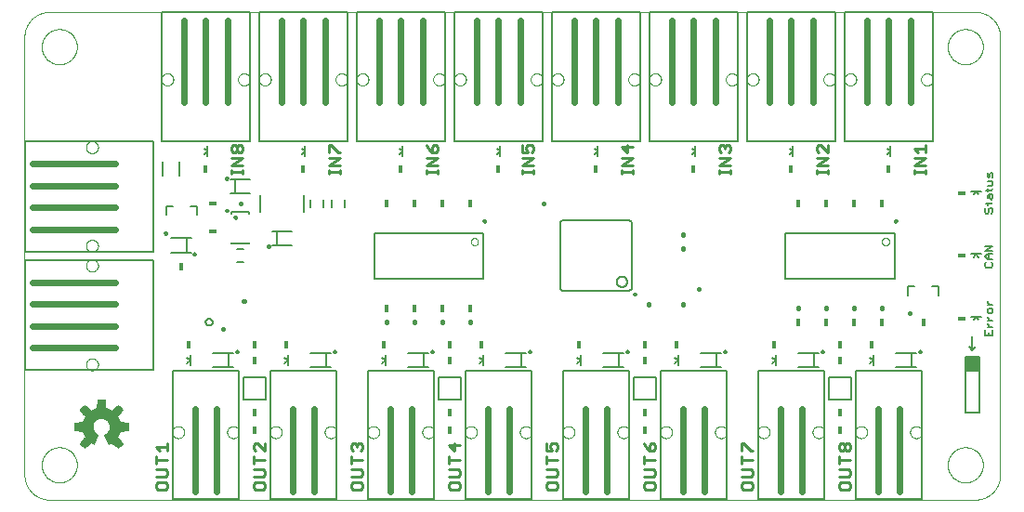
<source format=gto>
G75*
%MOIN*%
%OFA0B0*%
%FSLAX25Y25*%
%IPPOS*%
%LPD*%
%AMOC8*
5,1,8,0,0,1.08239X$1,22.5*
%
%ADD10C,0.00000*%
%ADD11C,0.00500*%
%ADD12C,0.01000*%
%ADD13R,0.02800X0.01600*%
%ADD14C,0.00600*%
%ADD15C,0.01600*%
%ADD16C,0.00800*%
%ADD17C,0.01200*%
%ADD18R,0.01600X0.02800*%
%ADD19C,0.00400*%
%ADD20C,0.00300*%
%ADD21C,0.02400*%
D10*
X0092333Y0346588D02*
X0424333Y0346588D01*
X0424550Y0346591D01*
X0424768Y0346599D01*
X0424985Y0346612D01*
X0425202Y0346630D01*
X0425418Y0346654D01*
X0425633Y0346682D01*
X0425848Y0346716D01*
X0426062Y0346756D01*
X0426275Y0346800D01*
X0426487Y0346850D01*
X0426697Y0346904D01*
X0426907Y0346964D01*
X0427114Y0347028D01*
X0427320Y0347098D01*
X0427524Y0347173D01*
X0427727Y0347252D01*
X0427927Y0347337D01*
X0428126Y0347426D01*
X0428322Y0347520D01*
X0428516Y0347619D01*
X0428707Y0347722D01*
X0428896Y0347830D01*
X0429082Y0347943D01*
X0429265Y0348060D01*
X0429446Y0348181D01*
X0429623Y0348307D01*
X0429797Y0348437D01*
X0429969Y0348571D01*
X0430137Y0348709D01*
X0430301Y0348851D01*
X0430462Y0348998D01*
X0430620Y0349148D01*
X0430773Y0349301D01*
X0430923Y0349459D01*
X0431070Y0349620D01*
X0431212Y0349784D01*
X0431350Y0349952D01*
X0431484Y0350124D01*
X0431614Y0350298D01*
X0431740Y0350475D01*
X0431861Y0350656D01*
X0431978Y0350839D01*
X0432091Y0351025D01*
X0432199Y0351214D01*
X0432302Y0351405D01*
X0432401Y0351599D01*
X0432495Y0351795D01*
X0432584Y0351994D01*
X0432669Y0352194D01*
X0432748Y0352397D01*
X0432823Y0352601D01*
X0432893Y0352807D01*
X0432957Y0353014D01*
X0433017Y0353224D01*
X0433071Y0353434D01*
X0433121Y0353646D01*
X0433165Y0353859D01*
X0433205Y0354073D01*
X0433239Y0354288D01*
X0433267Y0354503D01*
X0433291Y0354719D01*
X0433309Y0354936D01*
X0433322Y0355153D01*
X0433330Y0355371D01*
X0433333Y0355588D01*
X0433333Y0512588D01*
X0433330Y0512805D01*
X0433322Y0513023D01*
X0433309Y0513240D01*
X0433291Y0513457D01*
X0433267Y0513673D01*
X0433239Y0513888D01*
X0433205Y0514103D01*
X0433165Y0514317D01*
X0433121Y0514530D01*
X0433071Y0514742D01*
X0433017Y0514952D01*
X0432957Y0515162D01*
X0432893Y0515369D01*
X0432823Y0515575D01*
X0432748Y0515779D01*
X0432669Y0515982D01*
X0432584Y0516182D01*
X0432495Y0516381D01*
X0432401Y0516577D01*
X0432302Y0516771D01*
X0432199Y0516962D01*
X0432091Y0517151D01*
X0431978Y0517337D01*
X0431861Y0517520D01*
X0431740Y0517701D01*
X0431614Y0517878D01*
X0431484Y0518052D01*
X0431350Y0518224D01*
X0431212Y0518392D01*
X0431070Y0518556D01*
X0430923Y0518717D01*
X0430773Y0518875D01*
X0430620Y0519028D01*
X0430462Y0519178D01*
X0430301Y0519325D01*
X0430137Y0519467D01*
X0429969Y0519605D01*
X0429797Y0519739D01*
X0429623Y0519869D01*
X0429446Y0519995D01*
X0429265Y0520116D01*
X0429082Y0520233D01*
X0428896Y0520346D01*
X0428707Y0520454D01*
X0428516Y0520557D01*
X0428322Y0520656D01*
X0428126Y0520750D01*
X0427927Y0520839D01*
X0427727Y0520924D01*
X0427524Y0521003D01*
X0427320Y0521078D01*
X0427114Y0521148D01*
X0426907Y0521212D01*
X0426697Y0521272D01*
X0426487Y0521326D01*
X0426275Y0521376D01*
X0426062Y0521420D01*
X0425848Y0521460D01*
X0425633Y0521494D01*
X0425418Y0521522D01*
X0425202Y0521546D01*
X0424985Y0521564D01*
X0424768Y0521577D01*
X0424550Y0521585D01*
X0424333Y0521588D01*
X0092333Y0521588D01*
X0092116Y0521585D01*
X0091898Y0521577D01*
X0091681Y0521564D01*
X0091464Y0521546D01*
X0091248Y0521522D01*
X0091033Y0521494D01*
X0090818Y0521460D01*
X0090604Y0521420D01*
X0090391Y0521376D01*
X0090179Y0521326D01*
X0089969Y0521272D01*
X0089759Y0521212D01*
X0089552Y0521148D01*
X0089346Y0521078D01*
X0089142Y0521003D01*
X0088939Y0520924D01*
X0088739Y0520839D01*
X0088540Y0520750D01*
X0088344Y0520656D01*
X0088150Y0520557D01*
X0087959Y0520454D01*
X0087770Y0520346D01*
X0087584Y0520233D01*
X0087401Y0520116D01*
X0087220Y0519995D01*
X0087043Y0519869D01*
X0086869Y0519739D01*
X0086697Y0519605D01*
X0086529Y0519467D01*
X0086365Y0519325D01*
X0086204Y0519178D01*
X0086046Y0519028D01*
X0085893Y0518875D01*
X0085743Y0518717D01*
X0085596Y0518556D01*
X0085454Y0518392D01*
X0085316Y0518224D01*
X0085182Y0518052D01*
X0085052Y0517878D01*
X0084926Y0517701D01*
X0084805Y0517520D01*
X0084688Y0517337D01*
X0084575Y0517151D01*
X0084467Y0516962D01*
X0084364Y0516771D01*
X0084265Y0516577D01*
X0084171Y0516381D01*
X0084082Y0516182D01*
X0083997Y0515982D01*
X0083918Y0515779D01*
X0083843Y0515575D01*
X0083773Y0515369D01*
X0083709Y0515162D01*
X0083649Y0514952D01*
X0083595Y0514742D01*
X0083545Y0514530D01*
X0083501Y0514317D01*
X0083461Y0514103D01*
X0083427Y0513888D01*
X0083399Y0513673D01*
X0083375Y0513457D01*
X0083357Y0513240D01*
X0083344Y0513023D01*
X0083336Y0512805D01*
X0083333Y0512588D01*
X0083333Y0355588D01*
X0083336Y0355371D01*
X0083344Y0355153D01*
X0083357Y0354936D01*
X0083375Y0354719D01*
X0083399Y0354503D01*
X0083427Y0354288D01*
X0083461Y0354073D01*
X0083501Y0353859D01*
X0083545Y0353646D01*
X0083595Y0353434D01*
X0083649Y0353224D01*
X0083709Y0353014D01*
X0083773Y0352807D01*
X0083843Y0352601D01*
X0083918Y0352397D01*
X0083997Y0352194D01*
X0084082Y0351994D01*
X0084171Y0351795D01*
X0084265Y0351599D01*
X0084364Y0351405D01*
X0084467Y0351214D01*
X0084575Y0351025D01*
X0084688Y0350839D01*
X0084805Y0350656D01*
X0084926Y0350475D01*
X0085052Y0350298D01*
X0085182Y0350124D01*
X0085316Y0349952D01*
X0085454Y0349784D01*
X0085596Y0349620D01*
X0085743Y0349459D01*
X0085893Y0349301D01*
X0086046Y0349148D01*
X0086204Y0348998D01*
X0086365Y0348851D01*
X0086529Y0348709D01*
X0086697Y0348571D01*
X0086869Y0348437D01*
X0087043Y0348307D01*
X0087220Y0348181D01*
X0087401Y0348060D01*
X0087584Y0347943D01*
X0087770Y0347830D01*
X0087959Y0347722D01*
X0088150Y0347619D01*
X0088344Y0347520D01*
X0088540Y0347426D01*
X0088739Y0347337D01*
X0088939Y0347252D01*
X0089142Y0347173D01*
X0089346Y0347098D01*
X0089552Y0347028D01*
X0089759Y0346964D01*
X0089969Y0346904D01*
X0090179Y0346850D01*
X0090391Y0346800D01*
X0090604Y0346756D01*
X0090818Y0346716D01*
X0091033Y0346682D01*
X0091248Y0346654D01*
X0091464Y0346630D01*
X0091681Y0346612D01*
X0091898Y0346599D01*
X0092116Y0346591D01*
X0092333Y0346588D01*
X0089534Y0359088D02*
X0089536Y0359246D01*
X0089542Y0359404D01*
X0089552Y0359562D01*
X0089566Y0359720D01*
X0089584Y0359877D01*
X0089605Y0360034D01*
X0089631Y0360190D01*
X0089661Y0360346D01*
X0089694Y0360501D01*
X0089732Y0360654D01*
X0089773Y0360807D01*
X0089818Y0360959D01*
X0089867Y0361110D01*
X0089920Y0361259D01*
X0089976Y0361407D01*
X0090036Y0361553D01*
X0090100Y0361698D01*
X0090168Y0361841D01*
X0090239Y0361983D01*
X0090313Y0362123D01*
X0090391Y0362260D01*
X0090473Y0362396D01*
X0090557Y0362530D01*
X0090646Y0362661D01*
X0090737Y0362790D01*
X0090832Y0362917D01*
X0090929Y0363042D01*
X0091030Y0363164D01*
X0091134Y0363283D01*
X0091241Y0363400D01*
X0091351Y0363514D01*
X0091464Y0363625D01*
X0091579Y0363734D01*
X0091697Y0363839D01*
X0091818Y0363941D01*
X0091941Y0364041D01*
X0092067Y0364137D01*
X0092195Y0364230D01*
X0092325Y0364320D01*
X0092458Y0364406D01*
X0092593Y0364490D01*
X0092729Y0364569D01*
X0092868Y0364646D01*
X0093009Y0364718D01*
X0093151Y0364788D01*
X0093295Y0364853D01*
X0093441Y0364915D01*
X0093588Y0364973D01*
X0093737Y0365028D01*
X0093887Y0365079D01*
X0094038Y0365126D01*
X0094190Y0365169D01*
X0094343Y0365208D01*
X0094498Y0365244D01*
X0094653Y0365275D01*
X0094809Y0365303D01*
X0094965Y0365327D01*
X0095122Y0365347D01*
X0095280Y0365363D01*
X0095437Y0365375D01*
X0095596Y0365383D01*
X0095754Y0365387D01*
X0095912Y0365387D01*
X0096070Y0365383D01*
X0096229Y0365375D01*
X0096386Y0365363D01*
X0096544Y0365347D01*
X0096701Y0365327D01*
X0096857Y0365303D01*
X0097013Y0365275D01*
X0097168Y0365244D01*
X0097323Y0365208D01*
X0097476Y0365169D01*
X0097628Y0365126D01*
X0097779Y0365079D01*
X0097929Y0365028D01*
X0098078Y0364973D01*
X0098225Y0364915D01*
X0098371Y0364853D01*
X0098515Y0364788D01*
X0098657Y0364718D01*
X0098798Y0364646D01*
X0098937Y0364569D01*
X0099073Y0364490D01*
X0099208Y0364406D01*
X0099341Y0364320D01*
X0099471Y0364230D01*
X0099599Y0364137D01*
X0099725Y0364041D01*
X0099848Y0363941D01*
X0099969Y0363839D01*
X0100087Y0363734D01*
X0100202Y0363625D01*
X0100315Y0363514D01*
X0100425Y0363400D01*
X0100532Y0363283D01*
X0100636Y0363164D01*
X0100737Y0363042D01*
X0100834Y0362917D01*
X0100929Y0362790D01*
X0101020Y0362661D01*
X0101109Y0362530D01*
X0101193Y0362396D01*
X0101275Y0362260D01*
X0101353Y0362123D01*
X0101427Y0361983D01*
X0101498Y0361841D01*
X0101566Y0361698D01*
X0101630Y0361553D01*
X0101690Y0361407D01*
X0101746Y0361259D01*
X0101799Y0361110D01*
X0101848Y0360959D01*
X0101893Y0360807D01*
X0101934Y0360654D01*
X0101972Y0360501D01*
X0102005Y0360346D01*
X0102035Y0360190D01*
X0102061Y0360034D01*
X0102082Y0359877D01*
X0102100Y0359720D01*
X0102114Y0359562D01*
X0102124Y0359404D01*
X0102130Y0359246D01*
X0102132Y0359088D01*
X0102130Y0358930D01*
X0102124Y0358772D01*
X0102114Y0358614D01*
X0102100Y0358456D01*
X0102082Y0358299D01*
X0102061Y0358142D01*
X0102035Y0357986D01*
X0102005Y0357830D01*
X0101972Y0357675D01*
X0101934Y0357522D01*
X0101893Y0357369D01*
X0101848Y0357217D01*
X0101799Y0357066D01*
X0101746Y0356917D01*
X0101690Y0356769D01*
X0101630Y0356623D01*
X0101566Y0356478D01*
X0101498Y0356335D01*
X0101427Y0356193D01*
X0101353Y0356053D01*
X0101275Y0355916D01*
X0101193Y0355780D01*
X0101109Y0355646D01*
X0101020Y0355515D01*
X0100929Y0355386D01*
X0100834Y0355259D01*
X0100737Y0355134D01*
X0100636Y0355012D01*
X0100532Y0354893D01*
X0100425Y0354776D01*
X0100315Y0354662D01*
X0100202Y0354551D01*
X0100087Y0354442D01*
X0099969Y0354337D01*
X0099848Y0354235D01*
X0099725Y0354135D01*
X0099599Y0354039D01*
X0099471Y0353946D01*
X0099341Y0353856D01*
X0099208Y0353770D01*
X0099073Y0353686D01*
X0098937Y0353607D01*
X0098798Y0353530D01*
X0098657Y0353458D01*
X0098515Y0353388D01*
X0098371Y0353323D01*
X0098225Y0353261D01*
X0098078Y0353203D01*
X0097929Y0353148D01*
X0097779Y0353097D01*
X0097628Y0353050D01*
X0097476Y0353007D01*
X0097323Y0352968D01*
X0097168Y0352932D01*
X0097013Y0352901D01*
X0096857Y0352873D01*
X0096701Y0352849D01*
X0096544Y0352829D01*
X0096386Y0352813D01*
X0096229Y0352801D01*
X0096070Y0352793D01*
X0095912Y0352789D01*
X0095754Y0352789D01*
X0095596Y0352793D01*
X0095437Y0352801D01*
X0095280Y0352813D01*
X0095122Y0352829D01*
X0094965Y0352849D01*
X0094809Y0352873D01*
X0094653Y0352901D01*
X0094498Y0352932D01*
X0094343Y0352968D01*
X0094190Y0353007D01*
X0094038Y0353050D01*
X0093887Y0353097D01*
X0093737Y0353148D01*
X0093588Y0353203D01*
X0093441Y0353261D01*
X0093295Y0353323D01*
X0093151Y0353388D01*
X0093009Y0353458D01*
X0092868Y0353530D01*
X0092729Y0353607D01*
X0092593Y0353686D01*
X0092458Y0353770D01*
X0092325Y0353856D01*
X0092195Y0353946D01*
X0092067Y0354039D01*
X0091941Y0354135D01*
X0091818Y0354235D01*
X0091697Y0354337D01*
X0091579Y0354442D01*
X0091464Y0354551D01*
X0091351Y0354662D01*
X0091241Y0354776D01*
X0091134Y0354893D01*
X0091030Y0355012D01*
X0090929Y0355134D01*
X0090832Y0355259D01*
X0090737Y0355386D01*
X0090646Y0355515D01*
X0090557Y0355646D01*
X0090473Y0355780D01*
X0090391Y0355916D01*
X0090313Y0356053D01*
X0090239Y0356193D01*
X0090168Y0356335D01*
X0090100Y0356478D01*
X0090036Y0356623D01*
X0089976Y0356769D01*
X0089920Y0356917D01*
X0089867Y0357066D01*
X0089818Y0357217D01*
X0089773Y0357369D01*
X0089732Y0357522D01*
X0089694Y0357675D01*
X0089661Y0357830D01*
X0089631Y0357986D01*
X0089605Y0358142D01*
X0089584Y0358299D01*
X0089566Y0358456D01*
X0089552Y0358614D01*
X0089542Y0358772D01*
X0089536Y0358930D01*
X0089534Y0359088D01*
X0105401Y0395122D02*
X0105403Y0395215D01*
X0105409Y0395307D01*
X0105419Y0395399D01*
X0105433Y0395490D01*
X0105450Y0395581D01*
X0105472Y0395671D01*
X0105497Y0395760D01*
X0105526Y0395848D01*
X0105559Y0395934D01*
X0105596Y0396019D01*
X0105636Y0396103D01*
X0105680Y0396184D01*
X0105727Y0396264D01*
X0105777Y0396342D01*
X0105831Y0396417D01*
X0105888Y0396490D01*
X0105948Y0396560D01*
X0106011Y0396628D01*
X0106077Y0396693D01*
X0106145Y0396755D01*
X0106216Y0396815D01*
X0106290Y0396871D01*
X0106366Y0396924D01*
X0106444Y0396973D01*
X0106524Y0397020D01*
X0106606Y0397062D01*
X0106690Y0397102D01*
X0106775Y0397137D01*
X0106862Y0397169D01*
X0106950Y0397198D01*
X0107039Y0397222D01*
X0107129Y0397243D01*
X0107220Y0397259D01*
X0107312Y0397272D01*
X0107404Y0397281D01*
X0107497Y0397286D01*
X0107589Y0397287D01*
X0107682Y0397284D01*
X0107774Y0397277D01*
X0107866Y0397266D01*
X0107957Y0397251D01*
X0108048Y0397233D01*
X0108138Y0397210D01*
X0108226Y0397184D01*
X0108314Y0397154D01*
X0108400Y0397120D01*
X0108484Y0397083D01*
X0108567Y0397041D01*
X0108648Y0396997D01*
X0108728Y0396949D01*
X0108805Y0396898D01*
X0108879Y0396843D01*
X0108952Y0396785D01*
X0109022Y0396725D01*
X0109089Y0396661D01*
X0109153Y0396595D01*
X0109215Y0396525D01*
X0109273Y0396454D01*
X0109328Y0396380D01*
X0109380Y0396303D01*
X0109429Y0396224D01*
X0109475Y0396144D01*
X0109517Y0396061D01*
X0109555Y0395977D01*
X0109590Y0395891D01*
X0109621Y0395804D01*
X0109648Y0395716D01*
X0109671Y0395626D01*
X0109691Y0395536D01*
X0109707Y0395445D01*
X0109719Y0395353D01*
X0109727Y0395261D01*
X0109731Y0395168D01*
X0109731Y0395076D01*
X0109727Y0394983D01*
X0109719Y0394891D01*
X0109707Y0394799D01*
X0109691Y0394708D01*
X0109671Y0394618D01*
X0109648Y0394528D01*
X0109621Y0394440D01*
X0109590Y0394353D01*
X0109555Y0394267D01*
X0109517Y0394183D01*
X0109475Y0394100D01*
X0109429Y0394020D01*
X0109380Y0393941D01*
X0109328Y0393864D01*
X0109273Y0393790D01*
X0109215Y0393719D01*
X0109153Y0393649D01*
X0109089Y0393583D01*
X0109022Y0393519D01*
X0108952Y0393459D01*
X0108879Y0393401D01*
X0108805Y0393346D01*
X0108728Y0393295D01*
X0108649Y0393247D01*
X0108567Y0393203D01*
X0108484Y0393161D01*
X0108400Y0393124D01*
X0108314Y0393090D01*
X0108226Y0393060D01*
X0108138Y0393034D01*
X0108048Y0393011D01*
X0107957Y0392993D01*
X0107866Y0392978D01*
X0107774Y0392967D01*
X0107682Y0392960D01*
X0107589Y0392957D01*
X0107497Y0392958D01*
X0107404Y0392963D01*
X0107312Y0392972D01*
X0107220Y0392985D01*
X0107129Y0393001D01*
X0107039Y0393022D01*
X0106950Y0393046D01*
X0106862Y0393075D01*
X0106775Y0393107D01*
X0106690Y0393142D01*
X0106606Y0393182D01*
X0106524Y0393224D01*
X0106444Y0393271D01*
X0106366Y0393320D01*
X0106290Y0393373D01*
X0106216Y0393429D01*
X0106145Y0393489D01*
X0106077Y0393551D01*
X0106011Y0393616D01*
X0105948Y0393684D01*
X0105888Y0393754D01*
X0105831Y0393827D01*
X0105777Y0393902D01*
X0105727Y0393980D01*
X0105680Y0394060D01*
X0105636Y0394141D01*
X0105596Y0394225D01*
X0105559Y0394310D01*
X0105526Y0394396D01*
X0105497Y0394484D01*
X0105472Y0394573D01*
X0105450Y0394663D01*
X0105433Y0394754D01*
X0105419Y0394845D01*
X0105409Y0394937D01*
X0105403Y0395029D01*
X0105401Y0395122D01*
X0105401Y0430555D02*
X0105403Y0430648D01*
X0105409Y0430740D01*
X0105419Y0430832D01*
X0105433Y0430923D01*
X0105450Y0431014D01*
X0105472Y0431104D01*
X0105497Y0431193D01*
X0105526Y0431281D01*
X0105559Y0431367D01*
X0105596Y0431452D01*
X0105636Y0431536D01*
X0105680Y0431617D01*
X0105727Y0431697D01*
X0105777Y0431775D01*
X0105831Y0431850D01*
X0105888Y0431923D01*
X0105948Y0431993D01*
X0106011Y0432061D01*
X0106077Y0432126D01*
X0106145Y0432188D01*
X0106216Y0432248D01*
X0106290Y0432304D01*
X0106366Y0432357D01*
X0106444Y0432406D01*
X0106524Y0432453D01*
X0106606Y0432495D01*
X0106690Y0432535D01*
X0106775Y0432570D01*
X0106862Y0432602D01*
X0106950Y0432631D01*
X0107039Y0432655D01*
X0107129Y0432676D01*
X0107220Y0432692D01*
X0107312Y0432705D01*
X0107404Y0432714D01*
X0107497Y0432719D01*
X0107589Y0432720D01*
X0107682Y0432717D01*
X0107774Y0432710D01*
X0107866Y0432699D01*
X0107957Y0432684D01*
X0108048Y0432666D01*
X0108138Y0432643D01*
X0108226Y0432617D01*
X0108314Y0432587D01*
X0108400Y0432553D01*
X0108484Y0432516D01*
X0108567Y0432474D01*
X0108648Y0432430D01*
X0108728Y0432382D01*
X0108805Y0432331D01*
X0108879Y0432276D01*
X0108952Y0432218D01*
X0109022Y0432158D01*
X0109089Y0432094D01*
X0109153Y0432028D01*
X0109215Y0431958D01*
X0109273Y0431887D01*
X0109328Y0431813D01*
X0109380Y0431736D01*
X0109429Y0431657D01*
X0109475Y0431577D01*
X0109517Y0431494D01*
X0109555Y0431410D01*
X0109590Y0431324D01*
X0109621Y0431237D01*
X0109648Y0431149D01*
X0109671Y0431059D01*
X0109691Y0430969D01*
X0109707Y0430878D01*
X0109719Y0430786D01*
X0109727Y0430694D01*
X0109731Y0430601D01*
X0109731Y0430509D01*
X0109727Y0430416D01*
X0109719Y0430324D01*
X0109707Y0430232D01*
X0109691Y0430141D01*
X0109671Y0430051D01*
X0109648Y0429961D01*
X0109621Y0429873D01*
X0109590Y0429786D01*
X0109555Y0429700D01*
X0109517Y0429616D01*
X0109475Y0429533D01*
X0109429Y0429453D01*
X0109380Y0429374D01*
X0109328Y0429297D01*
X0109273Y0429223D01*
X0109215Y0429152D01*
X0109153Y0429082D01*
X0109089Y0429016D01*
X0109022Y0428952D01*
X0108952Y0428892D01*
X0108879Y0428834D01*
X0108805Y0428779D01*
X0108728Y0428728D01*
X0108649Y0428680D01*
X0108567Y0428636D01*
X0108484Y0428594D01*
X0108400Y0428557D01*
X0108314Y0428523D01*
X0108226Y0428493D01*
X0108138Y0428467D01*
X0108048Y0428444D01*
X0107957Y0428426D01*
X0107866Y0428411D01*
X0107774Y0428400D01*
X0107682Y0428393D01*
X0107589Y0428390D01*
X0107497Y0428391D01*
X0107404Y0428396D01*
X0107312Y0428405D01*
X0107220Y0428418D01*
X0107129Y0428434D01*
X0107039Y0428455D01*
X0106950Y0428479D01*
X0106862Y0428508D01*
X0106775Y0428540D01*
X0106690Y0428575D01*
X0106606Y0428615D01*
X0106524Y0428657D01*
X0106444Y0428704D01*
X0106366Y0428753D01*
X0106290Y0428806D01*
X0106216Y0428862D01*
X0106145Y0428922D01*
X0106077Y0428984D01*
X0106011Y0429049D01*
X0105948Y0429117D01*
X0105888Y0429187D01*
X0105831Y0429260D01*
X0105777Y0429335D01*
X0105727Y0429413D01*
X0105680Y0429493D01*
X0105636Y0429574D01*
X0105596Y0429658D01*
X0105559Y0429743D01*
X0105526Y0429829D01*
X0105497Y0429917D01*
X0105472Y0430006D01*
X0105450Y0430096D01*
X0105433Y0430187D01*
X0105419Y0430278D01*
X0105409Y0430370D01*
X0105403Y0430462D01*
X0105401Y0430555D01*
X0105401Y0437622D02*
X0105403Y0437715D01*
X0105409Y0437807D01*
X0105419Y0437899D01*
X0105433Y0437990D01*
X0105450Y0438081D01*
X0105472Y0438171D01*
X0105497Y0438260D01*
X0105526Y0438348D01*
X0105559Y0438434D01*
X0105596Y0438519D01*
X0105636Y0438603D01*
X0105680Y0438684D01*
X0105727Y0438764D01*
X0105777Y0438842D01*
X0105831Y0438917D01*
X0105888Y0438990D01*
X0105948Y0439060D01*
X0106011Y0439128D01*
X0106077Y0439193D01*
X0106145Y0439255D01*
X0106216Y0439315D01*
X0106290Y0439371D01*
X0106366Y0439424D01*
X0106444Y0439473D01*
X0106524Y0439520D01*
X0106606Y0439562D01*
X0106690Y0439602D01*
X0106775Y0439637D01*
X0106862Y0439669D01*
X0106950Y0439698D01*
X0107039Y0439722D01*
X0107129Y0439743D01*
X0107220Y0439759D01*
X0107312Y0439772D01*
X0107404Y0439781D01*
X0107497Y0439786D01*
X0107589Y0439787D01*
X0107682Y0439784D01*
X0107774Y0439777D01*
X0107866Y0439766D01*
X0107957Y0439751D01*
X0108048Y0439733D01*
X0108138Y0439710D01*
X0108226Y0439684D01*
X0108314Y0439654D01*
X0108400Y0439620D01*
X0108484Y0439583D01*
X0108567Y0439541D01*
X0108648Y0439497D01*
X0108728Y0439449D01*
X0108805Y0439398D01*
X0108879Y0439343D01*
X0108952Y0439285D01*
X0109022Y0439225D01*
X0109089Y0439161D01*
X0109153Y0439095D01*
X0109215Y0439025D01*
X0109273Y0438954D01*
X0109328Y0438880D01*
X0109380Y0438803D01*
X0109429Y0438724D01*
X0109475Y0438644D01*
X0109517Y0438561D01*
X0109555Y0438477D01*
X0109590Y0438391D01*
X0109621Y0438304D01*
X0109648Y0438216D01*
X0109671Y0438126D01*
X0109691Y0438036D01*
X0109707Y0437945D01*
X0109719Y0437853D01*
X0109727Y0437761D01*
X0109731Y0437668D01*
X0109731Y0437576D01*
X0109727Y0437483D01*
X0109719Y0437391D01*
X0109707Y0437299D01*
X0109691Y0437208D01*
X0109671Y0437118D01*
X0109648Y0437028D01*
X0109621Y0436940D01*
X0109590Y0436853D01*
X0109555Y0436767D01*
X0109517Y0436683D01*
X0109475Y0436600D01*
X0109429Y0436520D01*
X0109380Y0436441D01*
X0109328Y0436364D01*
X0109273Y0436290D01*
X0109215Y0436219D01*
X0109153Y0436149D01*
X0109089Y0436083D01*
X0109022Y0436019D01*
X0108952Y0435959D01*
X0108879Y0435901D01*
X0108805Y0435846D01*
X0108728Y0435795D01*
X0108649Y0435747D01*
X0108567Y0435703D01*
X0108484Y0435661D01*
X0108400Y0435624D01*
X0108314Y0435590D01*
X0108226Y0435560D01*
X0108138Y0435534D01*
X0108048Y0435511D01*
X0107957Y0435493D01*
X0107866Y0435478D01*
X0107774Y0435467D01*
X0107682Y0435460D01*
X0107589Y0435457D01*
X0107497Y0435458D01*
X0107404Y0435463D01*
X0107312Y0435472D01*
X0107220Y0435485D01*
X0107129Y0435501D01*
X0107039Y0435522D01*
X0106950Y0435546D01*
X0106862Y0435575D01*
X0106775Y0435607D01*
X0106690Y0435642D01*
X0106606Y0435682D01*
X0106524Y0435724D01*
X0106444Y0435771D01*
X0106366Y0435820D01*
X0106290Y0435873D01*
X0106216Y0435929D01*
X0106145Y0435989D01*
X0106077Y0436051D01*
X0106011Y0436116D01*
X0105948Y0436184D01*
X0105888Y0436254D01*
X0105831Y0436327D01*
X0105777Y0436402D01*
X0105727Y0436480D01*
X0105680Y0436560D01*
X0105636Y0436641D01*
X0105596Y0436725D01*
X0105559Y0436810D01*
X0105526Y0436896D01*
X0105497Y0436984D01*
X0105472Y0437073D01*
X0105450Y0437163D01*
X0105433Y0437254D01*
X0105419Y0437345D01*
X0105409Y0437437D01*
X0105403Y0437529D01*
X0105401Y0437622D01*
X0105401Y0473055D02*
X0105403Y0473148D01*
X0105409Y0473240D01*
X0105419Y0473332D01*
X0105433Y0473423D01*
X0105450Y0473514D01*
X0105472Y0473604D01*
X0105497Y0473693D01*
X0105526Y0473781D01*
X0105559Y0473867D01*
X0105596Y0473952D01*
X0105636Y0474036D01*
X0105680Y0474117D01*
X0105727Y0474197D01*
X0105777Y0474275D01*
X0105831Y0474350D01*
X0105888Y0474423D01*
X0105948Y0474493D01*
X0106011Y0474561D01*
X0106077Y0474626D01*
X0106145Y0474688D01*
X0106216Y0474748D01*
X0106290Y0474804D01*
X0106366Y0474857D01*
X0106444Y0474906D01*
X0106524Y0474953D01*
X0106606Y0474995D01*
X0106690Y0475035D01*
X0106775Y0475070D01*
X0106862Y0475102D01*
X0106950Y0475131D01*
X0107039Y0475155D01*
X0107129Y0475176D01*
X0107220Y0475192D01*
X0107312Y0475205D01*
X0107404Y0475214D01*
X0107497Y0475219D01*
X0107589Y0475220D01*
X0107682Y0475217D01*
X0107774Y0475210D01*
X0107866Y0475199D01*
X0107957Y0475184D01*
X0108048Y0475166D01*
X0108138Y0475143D01*
X0108226Y0475117D01*
X0108314Y0475087D01*
X0108400Y0475053D01*
X0108484Y0475016D01*
X0108567Y0474974D01*
X0108648Y0474930D01*
X0108728Y0474882D01*
X0108805Y0474831D01*
X0108879Y0474776D01*
X0108952Y0474718D01*
X0109022Y0474658D01*
X0109089Y0474594D01*
X0109153Y0474528D01*
X0109215Y0474458D01*
X0109273Y0474387D01*
X0109328Y0474313D01*
X0109380Y0474236D01*
X0109429Y0474157D01*
X0109475Y0474077D01*
X0109517Y0473994D01*
X0109555Y0473910D01*
X0109590Y0473824D01*
X0109621Y0473737D01*
X0109648Y0473649D01*
X0109671Y0473559D01*
X0109691Y0473469D01*
X0109707Y0473378D01*
X0109719Y0473286D01*
X0109727Y0473194D01*
X0109731Y0473101D01*
X0109731Y0473009D01*
X0109727Y0472916D01*
X0109719Y0472824D01*
X0109707Y0472732D01*
X0109691Y0472641D01*
X0109671Y0472551D01*
X0109648Y0472461D01*
X0109621Y0472373D01*
X0109590Y0472286D01*
X0109555Y0472200D01*
X0109517Y0472116D01*
X0109475Y0472033D01*
X0109429Y0471953D01*
X0109380Y0471874D01*
X0109328Y0471797D01*
X0109273Y0471723D01*
X0109215Y0471652D01*
X0109153Y0471582D01*
X0109089Y0471516D01*
X0109022Y0471452D01*
X0108952Y0471392D01*
X0108879Y0471334D01*
X0108805Y0471279D01*
X0108728Y0471228D01*
X0108649Y0471180D01*
X0108567Y0471136D01*
X0108484Y0471094D01*
X0108400Y0471057D01*
X0108314Y0471023D01*
X0108226Y0470993D01*
X0108138Y0470967D01*
X0108048Y0470944D01*
X0107957Y0470926D01*
X0107866Y0470911D01*
X0107774Y0470900D01*
X0107682Y0470893D01*
X0107589Y0470890D01*
X0107497Y0470891D01*
X0107404Y0470896D01*
X0107312Y0470905D01*
X0107220Y0470918D01*
X0107129Y0470934D01*
X0107039Y0470955D01*
X0106950Y0470979D01*
X0106862Y0471008D01*
X0106775Y0471040D01*
X0106690Y0471075D01*
X0106606Y0471115D01*
X0106524Y0471157D01*
X0106444Y0471204D01*
X0106366Y0471253D01*
X0106290Y0471306D01*
X0106216Y0471362D01*
X0106145Y0471422D01*
X0106077Y0471484D01*
X0106011Y0471549D01*
X0105948Y0471617D01*
X0105888Y0471687D01*
X0105831Y0471760D01*
X0105777Y0471835D01*
X0105727Y0471913D01*
X0105680Y0471993D01*
X0105636Y0472074D01*
X0105596Y0472158D01*
X0105559Y0472243D01*
X0105526Y0472329D01*
X0105497Y0472417D01*
X0105472Y0472506D01*
X0105450Y0472596D01*
X0105433Y0472687D01*
X0105419Y0472778D01*
X0105409Y0472870D01*
X0105403Y0472962D01*
X0105401Y0473055D01*
X0132389Y0497356D02*
X0132391Y0497449D01*
X0132397Y0497541D01*
X0132407Y0497633D01*
X0132421Y0497724D01*
X0132438Y0497815D01*
X0132460Y0497905D01*
X0132485Y0497994D01*
X0132514Y0498082D01*
X0132547Y0498168D01*
X0132584Y0498253D01*
X0132624Y0498337D01*
X0132668Y0498418D01*
X0132715Y0498498D01*
X0132765Y0498576D01*
X0132819Y0498651D01*
X0132876Y0498724D01*
X0132936Y0498794D01*
X0132999Y0498862D01*
X0133065Y0498927D01*
X0133133Y0498989D01*
X0133204Y0499049D01*
X0133278Y0499105D01*
X0133354Y0499158D01*
X0133432Y0499207D01*
X0133512Y0499254D01*
X0133594Y0499296D01*
X0133678Y0499336D01*
X0133763Y0499371D01*
X0133850Y0499403D01*
X0133938Y0499432D01*
X0134027Y0499456D01*
X0134117Y0499477D01*
X0134208Y0499493D01*
X0134300Y0499506D01*
X0134392Y0499515D01*
X0134485Y0499520D01*
X0134577Y0499521D01*
X0134670Y0499518D01*
X0134762Y0499511D01*
X0134854Y0499500D01*
X0134945Y0499485D01*
X0135036Y0499467D01*
X0135126Y0499444D01*
X0135214Y0499418D01*
X0135302Y0499388D01*
X0135388Y0499354D01*
X0135472Y0499317D01*
X0135555Y0499275D01*
X0135636Y0499231D01*
X0135716Y0499183D01*
X0135793Y0499132D01*
X0135867Y0499077D01*
X0135940Y0499019D01*
X0136010Y0498959D01*
X0136077Y0498895D01*
X0136141Y0498829D01*
X0136203Y0498759D01*
X0136261Y0498688D01*
X0136316Y0498614D01*
X0136368Y0498537D01*
X0136417Y0498458D01*
X0136463Y0498378D01*
X0136505Y0498295D01*
X0136543Y0498211D01*
X0136578Y0498125D01*
X0136609Y0498038D01*
X0136636Y0497950D01*
X0136659Y0497860D01*
X0136679Y0497770D01*
X0136695Y0497679D01*
X0136707Y0497587D01*
X0136715Y0497495D01*
X0136719Y0497402D01*
X0136719Y0497310D01*
X0136715Y0497217D01*
X0136707Y0497125D01*
X0136695Y0497033D01*
X0136679Y0496942D01*
X0136659Y0496852D01*
X0136636Y0496762D01*
X0136609Y0496674D01*
X0136578Y0496587D01*
X0136543Y0496501D01*
X0136505Y0496417D01*
X0136463Y0496334D01*
X0136417Y0496254D01*
X0136368Y0496175D01*
X0136316Y0496098D01*
X0136261Y0496024D01*
X0136203Y0495953D01*
X0136141Y0495883D01*
X0136077Y0495817D01*
X0136010Y0495753D01*
X0135940Y0495693D01*
X0135867Y0495635D01*
X0135793Y0495580D01*
X0135716Y0495529D01*
X0135637Y0495481D01*
X0135555Y0495437D01*
X0135472Y0495395D01*
X0135388Y0495358D01*
X0135302Y0495324D01*
X0135214Y0495294D01*
X0135126Y0495268D01*
X0135036Y0495245D01*
X0134945Y0495227D01*
X0134854Y0495212D01*
X0134762Y0495201D01*
X0134670Y0495194D01*
X0134577Y0495191D01*
X0134485Y0495192D01*
X0134392Y0495197D01*
X0134300Y0495206D01*
X0134208Y0495219D01*
X0134117Y0495235D01*
X0134027Y0495256D01*
X0133938Y0495280D01*
X0133850Y0495309D01*
X0133763Y0495341D01*
X0133678Y0495376D01*
X0133594Y0495416D01*
X0133512Y0495458D01*
X0133432Y0495505D01*
X0133354Y0495554D01*
X0133278Y0495607D01*
X0133204Y0495663D01*
X0133133Y0495723D01*
X0133065Y0495785D01*
X0132999Y0495850D01*
X0132936Y0495918D01*
X0132876Y0495988D01*
X0132819Y0496061D01*
X0132765Y0496136D01*
X0132715Y0496214D01*
X0132668Y0496294D01*
X0132624Y0496375D01*
X0132584Y0496459D01*
X0132547Y0496544D01*
X0132514Y0496630D01*
X0132485Y0496718D01*
X0132460Y0496807D01*
X0132438Y0496897D01*
X0132421Y0496988D01*
X0132407Y0497079D01*
X0132397Y0497171D01*
X0132391Y0497263D01*
X0132389Y0497356D01*
X0159948Y0497356D02*
X0159950Y0497449D01*
X0159956Y0497541D01*
X0159966Y0497633D01*
X0159980Y0497724D01*
X0159997Y0497815D01*
X0160019Y0497905D01*
X0160044Y0497994D01*
X0160073Y0498082D01*
X0160106Y0498168D01*
X0160143Y0498253D01*
X0160183Y0498337D01*
X0160227Y0498418D01*
X0160274Y0498498D01*
X0160324Y0498576D01*
X0160378Y0498651D01*
X0160435Y0498724D01*
X0160495Y0498794D01*
X0160558Y0498862D01*
X0160624Y0498927D01*
X0160692Y0498989D01*
X0160763Y0499049D01*
X0160837Y0499105D01*
X0160913Y0499158D01*
X0160991Y0499207D01*
X0161071Y0499254D01*
X0161153Y0499296D01*
X0161237Y0499336D01*
X0161322Y0499371D01*
X0161409Y0499403D01*
X0161497Y0499432D01*
X0161586Y0499456D01*
X0161676Y0499477D01*
X0161767Y0499493D01*
X0161859Y0499506D01*
X0161951Y0499515D01*
X0162044Y0499520D01*
X0162136Y0499521D01*
X0162229Y0499518D01*
X0162321Y0499511D01*
X0162413Y0499500D01*
X0162504Y0499485D01*
X0162595Y0499467D01*
X0162685Y0499444D01*
X0162773Y0499418D01*
X0162861Y0499388D01*
X0162947Y0499354D01*
X0163031Y0499317D01*
X0163114Y0499275D01*
X0163195Y0499231D01*
X0163275Y0499183D01*
X0163352Y0499132D01*
X0163426Y0499077D01*
X0163499Y0499019D01*
X0163569Y0498959D01*
X0163636Y0498895D01*
X0163700Y0498829D01*
X0163762Y0498759D01*
X0163820Y0498688D01*
X0163875Y0498614D01*
X0163927Y0498537D01*
X0163976Y0498458D01*
X0164022Y0498378D01*
X0164064Y0498295D01*
X0164102Y0498211D01*
X0164137Y0498125D01*
X0164168Y0498038D01*
X0164195Y0497950D01*
X0164218Y0497860D01*
X0164238Y0497770D01*
X0164254Y0497679D01*
X0164266Y0497587D01*
X0164274Y0497495D01*
X0164278Y0497402D01*
X0164278Y0497310D01*
X0164274Y0497217D01*
X0164266Y0497125D01*
X0164254Y0497033D01*
X0164238Y0496942D01*
X0164218Y0496852D01*
X0164195Y0496762D01*
X0164168Y0496674D01*
X0164137Y0496587D01*
X0164102Y0496501D01*
X0164064Y0496417D01*
X0164022Y0496334D01*
X0163976Y0496254D01*
X0163927Y0496175D01*
X0163875Y0496098D01*
X0163820Y0496024D01*
X0163762Y0495953D01*
X0163700Y0495883D01*
X0163636Y0495817D01*
X0163569Y0495753D01*
X0163499Y0495693D01*
X0163426Y0495635D01*
X0163352Y0495580D01*
X0163275Y0495529D01*
X0163196Y0495481D01*
X0163114Y0495437D01*
X0163031Y0495395D01*
X0162947Y0495358D01*
X0162861Y0495324D01*
X0162773Y0495294D01*
X0162685Y0495268D01*
X0162595Y0495245D01*
X0162504Y0495227D01*
X0162413Y0495212D01*
X0162321Y0495201D01*
X0162229Y0495194D01*
X0162136Y0495191D01*
X0162044Y0495192D01*
X0161951Y0495197D01*
X0161859Y0495206D01*
X0161767Y0495219D01*
X0161676Y0495235D01*
X0161586Y0495256D01*
X0161497Y0495280D01*
X0161409Y0495309D01*
X0161322Y0495341D01*
X0161237Y0495376D01*
X0161153Y0495416D01*
X0161071Y0495458D01*
X0160991Y0495505D01*
X0160913Y0495554D01*
X0160837Y0495607D01*
X0160763Y0495663D01*
X0160692Y0495723D01*
X0160624Y0495785D01*
X0160558Y0495850D01*
X0160495Y0495918D01*
X0160435Y0495988D01*
X0160378Y0496061D01*
X0160324Y0496136D01*
X0160274Y0496214D01*
X0160227Y0496294D01*
X0160183Y0496375D01*
X0160143Y0496459D01*
X0160106Y0496544D01*
X0160073Y0496630D01*
X0160044Y0496718D01*
X0160019Y0496807D01*
X0159997Y0496897D01*
X0159980Y0496988D01*
X0159966Y0497079D01*
X0159956Y0497171D01*
X0159950Y0497263D01*
X0159948Y0497356D01*
X0167389Y0497356D02*
X0167391Y0497449D01*
X0167397Y0497541D01*
X0167407Y0497633D01*
X0167421Y0497724D01*
X0167438Y0497815D01*
X0167460Y0497905D01*
X0167485Y0497994D01*
X0167514Y0498082D01*
X0167547Y0498168D01*
X0167584Y0498253D01*
X0167624Y0498337D01*
X0167668Y0498418D01*
X0167715Y0498498D01*
X0167765Y0498576D01*
X0167819Y0498651D01*
X0167876Y0498724D01*
X0167936Y0498794D01*
X0167999Y0498862D01*
X0168065Y0498927D01*
X0168133Y0498989D01*
X0168204Y0499049D01*
X0168278Y0499105D01*
X0168354Y0499158D01*
X0168432Y0499207D01*
X0168512Y0499254D01*
X0168594Y0499296D01*
X0168678Y0499336D01*
X0168763Y0499371D01*
X0168850Y0499403D01*
X0168938Y0499432D01*
X0169027Y0499456D01*
X0169117Y0499477D01*
X0169208Y0499493D01*
X0169300Y0499506D01*
X0169392Y0499515D01*
X0169485Y0499520D01*
X0169577Y0499521D01*
X0169670Y0499518D01*
X0169762Y0499511D01*
X0169854Y0499500D01*
X0169945Y0499485D01*
X0170036Y0499467D01*
X0170126Y0499444D01*
X0170214Y0499418D01*
X0170302Y0499388D01*
X0170388Y0499354D01*
X0170472Y0499317D01*
X0170555Y0499275D01*
X0170636Y0499231D01*
X0170716Y0499183D01*
X0170793Y0499132D01*
X0170867Y0499077D01*
X0170940Y0499019D01*
X0171010Y0498959D01*
X0171077Y0498895D01*
X0171141Y0498829D01*
X0171203Y0498759D01*
X0171261Y0498688D01*
X0171316Y0498614D01*
X0171368Y0498537D01*
X0171417Y0498458D01*
X0171463Y0498378D01*
X0171505Y0498295D01*
X0171543Y0498211D01*
X0171578Y0498125D01*
X0171609Y0498038D01*
X0171636Y0497950D01*
X0171659Y0497860D01*
X0171679Y0497770D01*
X0171695Y0497679D01*
X0171707Y0497587D01*
X0171715Y0497495D01*
X0171719Y0497402D01*
X0171719Y0497310D01*
X0171715Y0497217D01*
X0171707Y0497125D01*
X0171695Y0497033D01*
X0171679Y0496942D01*
X0171659Y0496852D01*
X0171636Y0496762D01*
X0171609Y0496674D01*
X0171578Y0496587D01*
X0171543Y0496501D01*
X0171505Y0496417D01*
X0171463Y0496334D01*
X0171417Y0496254D01*
X0171368Y0496175D01*
X0171316Y0496098D01*
X0171261Y0496024D01*
X0171203Y0495953D01*
X0171141Y0495883D01*
X0171077Y0495817D01*
X0171010Y0495753D01*
X0170940Y0495693D01*
X0170867Y0495635D01*
X0170793Y0495580D01*
X0170716Y0495529D01*
X0170637Y0495481D01*
X0170555Y0495437D01*
X0170472Y0495395D01*
X0170388Y0495358D01*
X0170302Y0495324D01*
X0170214Y0495294D01*
X0170126Y0495268D01*
X0170036Y0495245D01*
X0169945Y0495227D01*
X0169854Y0495212D01*
X0169762Y0495201D01*
X0169670Y0495194D01*
X0169577Y0495191D01*
X0169485Y0495192D01*
X0169392Y0495197D01*
X0169300Y0495206D01*
X0169208Y0495219D01*
X0169117Y0495235D01*
X0169027Y0495256D01*
X0168938Y0495280D01*
X0168850Y0495309D01*
X0168763Y0495341D01*
X0168678Y0495376D01*
X0168594Y0495416D01*
X0168512Y0495458D01*
X0168432Y0495505D01*
X0168354Y0495554D01*
X0168278Y0495607D01*
X0168204Y0495663D01*
X0168133Y0495723D01*
X0168065Y0495785D01*
X0167999Y0495850D01*
X0167936Y0495918D01*
X0167876Y0495988D01*
X0167819Y0496061D01*
X0167765Y0496136D01*
X0167715Y0496214D01*
X0167668Y0496294D01*
X0167624Y0496375D01*
X0167584Y0496459D01*
X0167547Y0496544D01*
X0167514Y0496630D01*
X0167485Y0496718D01*
X0167460Y0496807D01*
X0167438Y0496897D01*
X0167421Y0496988D01*
X0167407Y0497079D01*
X0167397Y0497171D01*
X0167391Y0497263D01*
X0167389Y0497356D01*
X0194948Y0497356D02*
X0194950Y0497449D01*
X0194956Y0497541D01*
X0194966Y0497633D01*
X0194980Y0497724D01*
X0194997Y0497815D01*
X0195019Y0497905D01*
X0195044Y0497994D01*
X0195073Y0498082D01*
X0195106Y0498168D01*
X0195143Y0498253D01*
X0195183Y0498337D01*
X0195227Y0498418D01*
X0195274Y0498498D01*
X0195324Y0498576D01*
X0195378Y0498651D01*
X0195435Y0498724D01*
X0195495Y0498794D01*
X0195558Y0498862D01*
X0195624Y0498927D01*
X0195692Y0498989D01*
X0195763Y0499049D01*
X0195837Y0499105D01*
X0195913Y0499158D01*
X0195991Y0499207D01*
X0196071Y0499254D01*
X0196153Y0499296D01*
X0196237Y0499336D01*
X0196322Y0499371D01*
X0196409Y0499403D01*
X0196497Y0499432D01*
X0196586Y0499456D01*
X0196676Y0499477D01*
X0196767Y0499493D01*
X0196859Y0499506D01*
X0196951Y0499515D01*
X0197044Y0499520D01*
X0197136Y0499521D01*
X0197229Y0499518D01*
X0197321Y0499511D01*
X0197413Y0499500D01*
X0197504Y0499485D01*
X0197595Y0499467D01*
X0197685Y0499444D01*
X0197773Y0499418D01*
X0197861Y0499388D01*
X0197947Y0499354D01*
X0198031Y0499317D01*
X0198114Y0499275D01*
X0198195Y0499231D01*
X0198275Y0499183D01*
X0198352Y0499132D01*
X0198426Y0499077D01*
X0198499Y0499019D01*
X0198569Y0498959D01*
X0198636Y0498895D01*
X0198700Y0498829D01*
X0198762Y0498759D01*
X0198820Y0498688D01*
X0198875Y0498614D01*
X0198927Y0498537D01*
X0198976Y0498458D01*
X0199022Y0498378D01*
X0199064Y0498295D01*
X0199102Y0498211D01*
X0199137Y0498125D01*
X0199168Y0498038D01*
X0199195Y0497950D01*
X0199218Y0497860D01*
X0199238Y0497770D01*
X0199254Y0497679D01*
X0199266Y0497587D01*
X0199274Y0497495D01*
X0199278Y0497402D01*
X0199278Y0497310D01*
X0199274Y0497217D01*
X0199266Y0497125D01*
X0199254Y0497033D01*
X0199238Y0496942D01*
X0199218Y0496852D01*
X0199195Y0496762D01*
X0199168Y0496674D01*
X0199137Y0496587D01*
X0199102Y0496501D01*
X0199064Y0496417D01*
X0199022Y0496334D01*
X0198976Y0496254D01*
X0198927Y0496175D01*
X0198875Y0496098D01*
X0198820Y0496024D01*
X0198762Y0495953D01*
X0198700Y0495883D01*
X0198636Y0495817D01*
X0198569Y0495753D01*
X0198499Y0495693D01*
X0198426Y0495635D01*
X0198352Y0495580D01*
X0198275Y0495529D01*
X0198196Y0495481D01*
X0198114Y0495437D01*
X0198031Y0495395D01*
X0197947Y0495358D01*
X0197861Y0495324D01*
X0197773Y0495294D01*
X0197685Y0495268D01*
X0197595Y0495245D01*
X0197504Y0495227D01*
X0197413Y0495212D01*
X0197321Y0495201D01*
X0197229Y0495194D01*
X0197136Y0495191D01*
X0197044Y0495192D01*
X0196951Y0495197D01*
X0196859Y0495206D01*
X0196767Y0495219D01*
X0196676Y0495235D01*
X0196586Y0495256D01*
X0196497Y0495280D01*
X0196409Y0495309D01*
X0196322Y0495341D01*
X0196237Y0495376D01*
X0196153Y0495416D01*
X0196071Y0495458D01*
X0195991Y0495505D01*
X0195913Y0495554D01*
X0195837Y0495607D01*
X0195763Y0495663D01*
X0195692Y0495723D01*
X0195624Y0495785D01*
X0195558Y0495850D01*
X0195495Y0495918D01*
X0195435Y0495988D01*
X0195378Y0496061D01*
X0195324Y0496136D01*
X0195274Y0496214D01*
X0195227Y0496294D01*
X0195183Y0496375D01*
X0195143Y0496459D01*
X0195106Y0496544D01*
X0195073Y0496630D01*
X0195044Y0496718D01*
X0195019Y0496807D01*
X0194997Y0496897D01*
X0194980Y0496988D01*
X0194966Y0497079D01*
X0194956Y0497171D01*
X0194950Y0497263D01*
X0194948Y0497356D01*
X0202389Y0497356D02*
X0202391Y0497449D01*
X0202397Y0497541D01*
X0202407Y0497633D01*
X0202421Y0497724D01*
X0202438Y0497815D01*
X0202460Y0497905D01*
X0202485Y0497994D01*
X0202514Y0498082D01*
X0202547Y0498168D01*
X0202584Y0498253D01*
X0202624Y0498337D01*
X0202668Y0498418D01*
X0202715Y0498498D01*
X0202765Y0498576D01*
X0202819Y0498651D01*
X0202876Y0498724D01*
X0202936Y0498794D01*
X0202999Y0498862D01*
X0203065Y0498927D01*
X0203133Y0498989D01*
X0203204Y0499049D01*
X0203278Y0499105D01*
X0203354Y0499158D01*
X0203432Y0499207D01*
X0203512Y0499254D01*
X0203594Y0499296D01*
X0203678Y0499336D01*
X0203763Y0499371D01*
X0203850Y0499403D01*
X0203938Y0499432D01*
X0204027Y0499456D01*
X0204117Y0499477D01*
X0204208Y0499493D01*
X0204300Y0499506D01*
X0204392Y0499515D01*
X0204485Y0499520D01*
X0204577Y0499521D01*
X0204670Y0499518D01*
X0204762Y0499511D01*
X0204854Y0499500D01*
X0204945Y0499485D01*
X0205036Y0499467D01*
X0205126Y0499444D01*
X0205214Y0499418D01*
X0205302Y0499388D01*
X0205388Y0499354D01*
X0205472Y0499317D01*
X0205555Y0499275D01*
X0205636Y0499231D01*
X0205716Y0499183D01*
X0205793Y0499132D01*
X0205867Y0499077D01*
X0205940Y0499019D01*
X0206010Y0498959D01*
X0206077Y0498895D01*
X0206141Y0498829D01*
X0206203Y0498759D01*
X0206261Y0498688D01*
X0206316Y0498614D01*
X0206368Y0498537D01*
X0206417Y0498458D01*
X0206463Y0498378D01*
X0206505Y0498295D01*
X0206543Y0498211D01*
X0206578Y0498125D01*
X0206609Y0498038D01*
X0206636Y0497950D01*
X0206659Y0497860D01*
X0206679Y0497770D01*
X0206695Y0497679D01*
X0206707Y0497587D01*
X0206715Y0497495D01*
X0206719Y0497402D01*
X0206719Y0497310D01*
X0206715Y0497217D01*
X0206707Y0497125D01*
X0206695Y0497033D01*
X0206679Y0496942D01*
X0206659Y0496852D01*
X0206636Y0496762D01*
X0206609Y0496674D01*
X0206578Y0496587D01*
X0206543Y0496501D01*
X0206505Y0496417D01*
X0206463Y0496334D01*
X0206417Y0496254D01*
X0206368Y0496175D01*
X0206316Y0496098D01*
X0206261Y0496024D01*
X0206203Y0495953D01*
X0206141Y0495883D01*
X0206077Y0495817D01*
X0206010Y0495753D01*
X0205940Y0495693D01*
X0205867Y0495635D01*
X0205793Y0495580D01*
X0205716Y0495529D01*
X0205637Y0495481D01*
X0205555Y0495437D01*
X0205472Y0495395D01*
X0205388Y0495358D01*
X0205302Y0495324D01*
X0205214Y0495294D01*
X0205126Y0495268D01*
X0205036Y0495245D01*
X0204945Y0495227D01*
X0204854Y0495212D01*
X0204762Y0495201D01*
X0204670Y0495194D01*
X0204577Y0495191D01*
X0204485Y0495192D01*
X0204392Y0495197D01*
X0204300Y0495206D01*
X0204208Y0495219D01*
X0204117Y0495235D01*
X0204027Y0495256D01*
X0203938Y0495280D01*
X0203850Y0495309D01*
X0203763Y0495341D01*
X0203678Y0495376D01*
X0203594Y0495416D01*
X0203512Y0495458D01*
X0203432Y0495505D01*
X0203354Y0495554D01*
X0203278Y0495607D01*
X0203204Y0495663D01*
X0203133Y0495723D01*
X0203065Y0495785D01*
X0202999Y0495850D01*
X0202936Y0495918D01*
X0202876Y0495988D01*
X0202819Y0496061D01*
X0202765Y0496136D01*
X0202715Y0496214D01*
X0202668Y0496294D01*
X0202624Y0496375D01*
X0202584Y0496459D01*
X0202547Y0496544D01*
X0202514Y0496630D01*
X0202485Y0496718D01*
X0202460Y0496807D01*
X0202438Y0496897D01*
X0202421Y0496988D01*
X0202407Y0497079D01*
X0202397Y0497171D01*
X0202391Y0497263D01*
X0202389Y0497356D01*
X0229948Y0497356D02*
X0229950Y0497449D01*
X0229956Y0497541D01*
X0229966Y0497633D01*
X0229980Y0497724D01*
X0229997Y0497815D01*
X0230019Y0497905D01*
X0230044Y0497994D01*
X0230073Y0498082D01*
X0230106Y0498168D01*
X0230143Y0498253D01*
X0230183Y0498337D01*
X0230227Y0498418D01*
X0230274Y0498498D01*
X0230324Y0498576D01*
X0230378Y0498651D01*
X0230435Y0498724D01*
X0230495Y0498794D01*
X0230558Y0498862D01*
X0230624Y0498927D01*
X0230692Y0498989D01*
X0230763Y0499049D01*
X0230837Y0499105D01*
X0230913Y0499158D01*
X0230991Y0499207D01*
X0231071Y0499254D01*
X0231153Y0499296D01*
X0231237Y0499336D01*
X0231322Y0499371D01*
X0231409Y0499403D01*
X0231497Y0499432D01*
X0231586Y0499456D01*
X0231676Y0499477D01*
X0231767Y0499493D01*
X0231859Y0499506D01*
X0231951Y0499515D01*
X0232044Y0499520D01*
X0232136Y0499521D01*
X0232229Y0499518D01*
X0232321Y0499511D01*
X0232413Y0499500D01*
X0232504Y0499485D01*
X0232595Y0499467D01*
X0232685Y0499444D01*
X0232773Y0499418D01*
X0232861Y0499388D01*
X0232947Y0499354D01*
X0233031Y0499317D01*
X0233114Y0499275D01*
X0233195Y0499231D01*
X0233275Y0499183D01*
X0233352Y0499132D01*
X0233426Y0499077D01*
X0233499Y0499019D01*
X0233569Y0498959D01*
X0233636Y0498895D01*
X0233700Y0498829D01*
X0233762Y0498759D01*
X0233820Y0498688D01*
X0233875Y0498614D01*
X0233927Y0498537D01*
X0233976Y0498458D01*
X0234022Y0498378D01*
X0234064Y0498295D01*
X0234102Y0498211D01*
X0234137Y0498125D01*
X0234168Y0498038D01*
X0234195Y0497950D01*
X0234218Y0497860D01*
X0234238Y0497770D01*
X0234254Y0497679D01*
X0234266Y0497587D01*
X0234274Y0497495D01*
X0234278Y0497402D01*
X0234278Y0497310D01*
X0234274Y0497217D01*
X0234266Y0497125D01*
X0234254Y0497033D01*
X0234238Y0496942D01*
X0234218Y0496852D01*
X0234195Y0496762D01*
X0234168Y0496674D01*
X0234137Y0496587D01*
X0234102Y0496501D01*
X0234064Y0496417D01*
X0234022Y0496334D01*
X0233976Y0496254D01*
X0233927Y0496175D01*
X0233875Y0496098D01*
X0233820Y0496024D01*
X0233762Y0495953D01*
X0233700Y0495883D01*
X0233636Y0495817D01*
X0233569Y0495753D01*
X0233499Y0495693D01*
X0233426Y0495635D01*
X0233352Y0495580D01*
X0233275Y0495529D01*
X0233196Y0495481D01*
X0233114Y0495437D01*
X0233031Y0495395D01*
X0232947Y0495358D01*
X0232861Y0495324D01*
X0232773Y0495294D01*
X0232685Y0495268D01*
X0232595Y0495245D01*
X0232504Y0495227D01*
X0232413Y0495212D01*
X0232321Y0495201D01*
X0232229Y0495194D01*
X0232136Y0495191D01*
X0232044Y0495192D01*
X0231951Y0495197D01*
X0231859Y0495206D01*
X0231767Y0495219D01*
X0231676Y0495235D01*
X0231586Y0495256D01*
X0231497Y0495280D01*
X0231409Y0495309D01*
X0231322Y0495341D01*
X0231237Y0495376D01*
X0231153Y0495416D01*
X0231071Y0495458D01*
X0230991Y0495505D01*
X0230913Y0495554D01*
X0230837Y0495607D01*
X0230763Y0495663D01*
X0230692Y0495723D01*
X0230624Y0495785D01*
X0230558Y0495850D01*
X0230495Y0495918D01*
X0230435Y0495988D01*
X0230378Y0496061D01*
X0230324Y0496136D01*
X0230274Y0496214D01*
X0230227Y0496294D01*
X0230183Y0496375D01*
X0230143Y0496459D01*
X0230106Y0496544D01*
X0230073Y0496630D01*
X0230044Y0496718D01*
X0230019Y0496807D01*
X0229997Y0496897D01*
X0229980Y0496988D01*
X0229966Y0497079D01*
X0229956Y0497171D01*
X0229950Y0497263D01*
X0229948Y0497356D01*
X0237389Y0497356D02*
X0237391Y0497449D01*
X0237397Y0497541D01*
X0237407Y0497633D01*
X0237421Y0497724D01*
X0237438Y0497815D01*
X0237460Y0497905D01*
X0237485Y0497994D01*
X0237514Y0498082D01*
X0237547Y0498168D01*
X0237584Y0498253D01*
X0237624Y0498337D01*
X0237668Y0498418D01*
X0237715Y0498498D01*
X0237765Y0498576D01*
X0237819Y0498651D01*
X0237876Y0498724D01*
X0237936Y0498794D01*
X0237999Y0498862D01*
X0238065Y0498927D01*
X0238133Y0498989D01*
X0238204Y0499049D01*
X0238278Y0499105D01*
X0238354Y0499158D01*
X0238432Y0499207D01*
X0238512Y0499254D01*
X0238594Y0499296D01*
X0238678Y0499336D01*
X0238763Y0499371D01*
X0238850Y0499403D01*
X0238938Y0499432D01*
X0239027Y0499456D01*
X0239117Y0499477D01*
X0239208Y0499493D01*
X0239300Y0499506D01*
X0239392Y0499515D01*
X0239485Y0499520D01*
X0239577Y0499521D01*
X0239670Y0499518D01*
X0239762Y0499511D01*
X0239854Y0499500D01*
X0239945Y0499485D01*
X0240036Y0499467D01*
X0240126Y0499444D01*
X0240214Y0499418D01*
X0240302Y0499388D01*
X0240388Y0499354D01*
X0240472Y0499317D01*
X0240555Y0499275D01*
X0240636Y0499231D01*
X0240716Y0499183D01*
X0240793Y0499132D01*
X0240867Y0499077D01*
X0240940Y0499019D01*
X0241010Y0498959D01*
X0241077Y0498895D01*
X0241141Y0498829D01*
X0241203Y0498759D01*
X0241261Y0498688D01*
X0241316Y0498614D01*
X0241368Y0498537D01*
X0241417Y0498458D01*
X0241463Y0498378D01*
X0241505Y0498295D01*
X0241543Y0498211D01*
X0241578Y0498125D01*
X0241609Y0498038D01*
X0241636Y0497950D01*
X0241659Y0497860D01*
X0241679Y0497770D01*
X0241695Y0497679D01*
X0241707Y0497587D01*
X0241715Y0497495D01*
X0241719Y0497402D01*
X0241719Y0497310D01*
X0241715Y0497217D01*
X0241707Y0497125D01*
X0241695Y0497033D01*
X0241679Y0496942D01*
X0241659Y0496852D01*
X0241636Y0496762D01*
X0241609Y0496674D01*
X0241578Y0496587D01*
X0241543Y0496501D01*
X0241505Y0496417D01*
X0241463Y0496334D01*
X0241417Y0496254D01*
X0241368Y0496175D01*
X0241316Y0496098D01*
X0241261Y0496024D01*
X0241203Y0495953D01*
X0241141Y0495883D01*
X0241077Y0495817D01*
X0241010Y0495753D01*
X0240940Y0495693D01*
X0240867Y0495635D01*
X0240793Y0495580D01*
X0240716Y0495529D01*
X0240637Y0495481D01*
X0240555Y0495437D01*
X0240472Y0495395D01*
X0240388Y0495358D01*
X0240302Y0495324D01*
X0240214Y0495294D01*
X0240126Y0495268D01*
X0240036Y0495245D01*
X0239945Y0495227D01*
X0239854Y0495212D01*
X0239762Y0495201D01*
X0239670Y0495194D01*
X0239577Y0495191D01*
X0239485Y0495192D01*
X0239392Y0495197D01*
X0239300Y0495206D01*
X0239208Y0495219D01*
X0239117Y0495235D01*
X0239027Y0495256D01*
X0238938Y0495280D01*
X0238850Y0495309D01*
X0238763Y0495341D01*
X0238678Y0495376D01*
X0238594Y0495416D01*
X0238512Y0495458D01*
X0238432Y0495505D01*
X0238354Y0495554D01*
X0238278Y0495607D01*
X0238204Y0495663D01*
X0238133Y0495723D01*
X0238065Y0495785D01*
X0237999Y0495850D01*
X0237936Y0495918D01*
X0237876Y0495988D01*
X0237819Y0496061D01*
X0237765Y0496136D01*
X0237715Y0496214D01*
X0237668Y0496294D01*
X0237624Y0496375D01*
X0237584Y0496459D01*
X0237547Y0496544D01*
X0237514Y0496630D01*
X0237485Y0496718D01*
X0237460Y0496807D01*
X0237438Y0496897D01*
X0237421Y0496988D01*
X0237407Y0497079D01*
X0237397Y0497171D01*
X0237391Y0497263D01*
X0237389Y0497356D01*
X0264948Y0497356D02*
X0264950Y0497449D01*
X0264956Y0497541D01*
X0264966Y0497633D01*
X0264980Y0497724D01*
X0264997Y0497815D01*
X0265019Y0497905D01*
X0265044Y0497994D01*
X0265073Y0498082D01*
X0265106Y0498168D01*
X0265143Y0498253D01*
X0265183Y0498337D01*
X0265227Y0498418D01*
X0265274Y0498498D01*
X0265324Y0498576D01*
X0265378Y0498651D01*
X0265435Y0498724D01*
X0265495Y0498794D01*
X0265558Y0498862D01*
X0265624Y0498927D01*
X0265692Y0498989D01*
X0265763Y0499049D01*
X0265837Y0499105D01*
X0265913Y0499158D01*
X0265991Y0499207D01*
X0266071Y0499254D01*
X0266153Y0499296D01*
X0266237Y0499336D01*
X0266322Y0499371D01*
X0266409Y0499403D01*
X0266497Y0499432D01*
X0266586Y0499456D01*
X0266676Y0499477D01*
X0266767Y0499493D01*
X0266859Y0499506D01*
X0266951Y0499515D01*
X0267044Y0499520D01*
X0267136Y0499521D01*
X0267229Y0499518D01*
X0267321Y0499511D01*
X0267413Y0499500D01*
X0267504Y0499485D01*
X0267595Y0499467D01*
X0267685Y0499444D01*
X0267773Y0499418D01*
X0267861Y0499388D01*
X0267947Y0499354D01*
X0268031Y0499317D01*
X0268114Y0499275D01*
X0268195Y0499231D01*
X0268275Y0499183D01*
X0268352Y0499132D01*
X0268426Y0499077D01*
X0268499Y0499019D01*
X0268569Y0498959D01*
X0268636Y0498895D01*
X0268700Y0498829D01*
X0268762Y0498759D01*
X0268820Y0498688D01*
X0268875Y0498614D01*
X0268927Y0498537D01*
X0268976Y0498458D01*
X0269022Y0498378D01*
X0269064Y0498295D01*
X0269102Y0498211D01*
X0269137Y0498125D01*
X0269168Y0498038D01*
X0269195Y0497950D01*
X0269218Y0497860D01*
X0269238Y0497770D01*
X0269254Y0497679D01*
X0269266Y0497587D01*
X0269274Y0497495D01*
X0269278Y0497402D01*
X0269278Y0497310D01*
X0269274Y0497217D01*
X0269266Y0497125D01*
X0269254Y0497033D01*
X0269238Y0496942D01*
X0269218Y0496852D01*
X0269195Y0496762D01*
X0269168Y0496674D01*
X0269137Y0496587D01*
X0269102Y0496501D01*
X0269064Y0496417D01*
X0269022Y0496334D01*
X0268976Y0496254D01*
X0268927Y0496175D01*
X0268875Y0496098D01*
X0268820Y0496024D01*
X0268762Y0495953D01*
X0268700Y0495883D01*
X0268636Y0495817D01*
X0268569Y0495753D01*
X0268499Y0495693D01*
X0268426Y0495635D01*
X0268352Y0495580D01*
X0268275Y0495529D01*
X0268196Y0495481D01*
X0268114Y0495437D01*
X0268031Y0495395D01*
X0267947Y0495358D01*
X0267861Y0495324D01*
X0267773Y0495294D01*
X0267685Y0495268D01*
X0267595Y0495245D01*
X0267504Y0495227D01*
X0267413Y0495212D01*
X0267321Y0495201D01*
X0267229Y0495194D01*
X0267136Y0495191D01*
X0267044Y0495192D01*
X0266951Y0495197D01*
X0266859Y0495206D01*
X0266767Y0495219D01*
X0266676Y0495235D01*
X0266586Y0495256D01*
X0266497Y0495280D01*
X0266409Y0495309D01*
X0266322Y0495341D01*
X0266237Y0495376D01*
X0266153Y0495416D01*
X0266071Y0495458D01*
X0265991Y0495505D01*
X0265913Y0495554D01*
X0265837Y0495607D01*
X0265763Y0495663D01*
X0265692Y0495723D01*
X0265624Y0495785D01*
X0265558Y0495850D01*
X0265495Y0495918D01*
X0265435Y0495988D01*
X0265378Y0496061D01*
X0265324Y0496136D01*
X0265274Y0496214D01*
X0265227Y0496294D01*
X0265183Y0496375D01*
X0265143Y0496459D01*
X0265106Y0496544D01*
X0265073Y0496630D01*
X0265044Y0496718D01*
X0265019Y0496807D01*
X0264997Y0496897D01*
X0264980Y0496988D01*
X0264966Y0497079D01*
X0264956Y0497171D01*
X0264950Y0497263D01*
X0264948Y0497356D01*
X0272389Y0497356D02*
X0272391Y0497449D01*
X0272397Y0497541D01*
X0272407Y0497633D01*
X0272421Y0497724D01*
X0272438Y0497815D01*
X0272460Y0497905D01*
X0272485Y0497994D01*
X0272514Y0498082D01*
X0272547Y0498168D01*
X0272584Y0498253D01*
X0272624Y0498337D01*
X0272668Y0498418D01*
X0272715Y0498498D01*
X0272765Y0498576D01*
X0272819Y0498651D01*
X0272876Y0498724D01*
X0272936Y0498794D01*
X0272999Y0498862D01*
X0273065Y0498927D01*
X0273133Y0498989D01*
X0273204Y0499049D01*
X0273278Y0499105D01*
X0273354Y0499158D01*
X0273432Y0499207D01*
X0273512Y0499254D01*
X0273594Y0499296D01*
X0273678Y0499336D01*
X0273763Y0499371D01*
X0273850Y0499403D01*
X0273938Y0499432D01*
X0274027Y0499456D01*
X0274117Y0499477D01*
X0274208Y0499493D01*
X0274300Y0499506D01*
X0274392Y0499515D01*
X0274485Y0499520D01*
X0274577Y0499521D01*
X0274670Y0499518D01*
X0274762Y0499511D01*
X0274854Y0499500D01*
X0274945Y0499485D01*
X0275036Y0499467D01*
X0275126Y0499444D01*
X0275214Y0499418D01*
X0275302Y0499388D01*
X0275388Y0499354D01*
X0275472Y0499317D01*
X0275555Y0499275D01*
X0275636Y0499231D01*
X0275716Y0499183D01*
X0275793Y0499132D01*
X0275867Y0499077D01*
X0275940Y0499019D01*
X0276010Y0498959D01*
X0276077Y0498895D01*
X0276141Y0498829D01*
X0276203Y0498759D01*
X0276261Y0498688D01*
X0276316Y0498614D01*
X0276368Y0498537D01*
X0276417Y0498458D01*
X0276463Y0498378D01*
X0276505Y0498295D01*
X0276543Y0498211D01*
X0276578Y0498125D01*
X0276609Y0498038D01*
X0276636Y0497950D01*
X0276659Y0497860D01*
X0276679Y0497770D01*
X0276695Y0497679D01*
X0276707Y0497587D01*
X0276715Y0497495D01*
X0276719Y0497402D01*
X0276719Y0497310D01*
X0276715Y0497217D01*
X0276707Y0497125D01*
X0276695Y0497033D01*
X0276679Y0496942D01*
X0276659Y0496852D01*
X0276636Y0496762D01*
X0276609Y0496674D01*
X0276578Y0496587D01*
X0276543Y0496501D01*
X0276505Y0496417D01*
X0276463Y0496334D01*
X0276417Y0496254D01*
X0276368Y0496175D01*
X0276316Y0496098D01*
X0276261Y0496024D01*
X0276203Y0495953D01*
X0276141Y0495883D01*
X0276077Y0495817D01*
X0276010Y0495753D01*
X0275940Y0495693D01*
X0275867Y0495635D01*
X0275793Y0495580D01*
X0275716Y0495529D01*
X0275637Y0495481D01*
X0275555Y0495437D01*
X0275472Y0495395D01*
X0275388Y0495358D01*
X0275302Y0495324D01*
X0275214Y0495294D01*
X0275126Y0495268D01*
X0275036Y0495245D01*
X0274945Y0495227D01*
X0274854Y0495212D01*
X0274762Y0495201D01*
X0274670Y0495194D01*
X0274577Y0495191D01*
X0274485Y0495192D01*
X0274392Y0495197D01*
X0274300Y0495206D01*
X0274208Y0495219D01*
X0274117Y0495235D01*
X0274027Y0495256D01*
X0273938Y0495280D01*
X0273850Y0495309D01*
X0273763Y0495341D01*
X0273678Y0495376D01*
X0273594Y0495416D01*
X0273512Y0495458D01*
X0273432Y0495505D01*
X0273354Y0495554D01*
X0273278Y0495607D01*
X0273204Y0495663D01*
X0273133Y0495723D01*
X0273065Y0495785D01*
X0272999Y0495850D01*
X0272936Y0495918D01*
X0272876Y0495988D01*
X0272819Y0496061D01*
X0272765Y0496136D01*
X0272715Y0496214D01*
X0272668Y0496294D01*
X0272624Y0496375D01*
X0272584Y0496459D01*
X0272547Y0496544D01*
X0272514Y0496630D01*
X0272485Y0496718D01*
X0272460Y0496807D01*
X0272438Y0496897D01*
X0272421Y0496988D01*
X0272407Y0497079D01*
X0272397Y0497171D01*
X0272391Y0497263D01*
X0272389Y0497356D01*
X0299948Y0497356D02*
X0299950Y0497449D01*
X0299956Y0497541D01*
X0299966Y0497633D01*
X0299980Y0497724D01*
X0299997Y0497815D01*
X0300019Y0497905D01*
X0300044Y0497994D01*
X0300073Y0498082D01*
X0300106Y0498168D01*
X0300143Y0498253D01*
X0300183Y0498337D01*
X0300227Y0498418D01*
X0300274Y0498498D01*
X0300324Y0498576D01*
X0300378Y0498651D01*
X0300435Y0498724D01*
X0300495Y0498794D01*
X0300558Y0498862D01*
X0300624Y0498927D01*
X0300692Y0498989D01*
X0300763Y0499049D01*
X0300837Y0499105D01*
X0300913Y0499158D01*
X0300991Y0499207D01*
X0301071Y0499254D01*
X0301153Y0499296D01*
X0301237Y0499336D01*
X0301322Y0499371D01*
X0301409Y0499403D01*
X0301497Y0499432D01*
X0301586Y0499456D01*
X0301676Y0499477D01*
X0301767Y0499493D01*
X0301859Y0499506D01*
X0301951Y0499515D01*
X0302044Y0499520D01*
X0302136Y0499521D01*
X0302229Y0499518D01*
X0302321Y0499511D01*
X0302413Y0499500D01*
X0302504Y0499485D01*
X0302595Y0499467D01*
X0302685Y0499444D01*
X0302773Y0499418D01*
X0302861Y0499388D01*
X0302947Y0499354D01*
X0303031Y0499317D01*
X0303114Y0499275D01*
X0303195Y0499231D01*
X0303275Y0499183D01*
X0303352Y0499132D01*
X0303426Y0499077D01*
X0303499Y0499019D01*
X0303569Y0498959D01*
X0303636Y0498895D01*
X0303700Y0498829D01*
X0303762Y0498759D01*
X0303820Y0498688D01*
X0303875Y0498614D01*
X0303927Y0498537D01*
X0303976Y0498458D01*
X0304022Y0498378D01*
X0304064Y0498295D01*
X0304102Y0498211D01*
X0304137Y0498125D01*
X0304168Y0498038D01*
X0304195Y0497950D01*
X0304218Y0497860D01*
X0304238Y0497770D01*
X0304254Y0497679D01*
X0304266Y0497587D01*
X0304274Y0497495D01*
X0304278Y0497402D01*
X0304278Y0497310D01*
X0304274Y0497217D01*
X0304266Y0497125D01*
X0304254Y0497033D01*
X0304238Y0496942D01*
X0304218Y0496852D01*
X0304195Y0496762D01*
X0304168Y0496674D01*
X0304137Y0496587D01*
X0304102Y0496501D01*
X0304064Y0496417D01*
X0304022Y0496334D01*
X0303976Y0496254D01*
X0303927Y0496175D01*
X0303875Y0496098D01*
X0303820Y0496024D01*
X0303762Y0495953D01*
X0303700Y0495883D01*
X0303636Y0495817D01*
X0303569Y0495753D01*
X0303499Y0495693D01*
X0303426Y0495635D01*
X0303352Y0495580D01*
X0303275Y0495529D01*
X0303196Y0495481D01*
X0303114Y0495437D01*
X0303031Y0495395D01*
X0302947Y0495358D01*
X0302861Y0495324D01*
X0302773Y0495294D01*
X0302685Y0495268D01*
X0302595Y0495245D01*
X0302504Y0495227D01*
X0302413Y0495212D01*
X0302321Y0495201D01*
X0302229Y0495194D01*
X0302136Y0495191D01*
X0302044Y0495192D01*
X0301951Y0495197D01*
X0301859Y0495206D01*
X0301767Y0495219D01*
X0301676Y0495235D01*
X0301586Y0495256D01*
X0301497Y0495280D01*
X0301409Y0495309D01*
X0301322Y0495341D01*
X0301237Y0495376D01*
X0301153Y0495416D01*
X0301071Y0495458D01*
X0300991Y0495505D01*
X0300913Y0495554D01*
X0300837Y0495607D01*
X0300763Y0495663D01*
X0300692Y0495723D01*
X0300624Y0495785D01*
X0300558Y0495850D01*
X0300495Y0495918D01*
X0300435Y0495988D01*
X0300378Y0496061D01*
X0300324Y0496136D01*
X0300274Y0496214D01*
X0300227Y0496294D01*
X0300183Y0496375D01*
X0300143Y0496459D01*
X0300106Y0496544D01*
X0300073Y0496630D01*
X0300044Y0496718D01*
X0300019Y0496807D01*
X0299997Y0496897D01*
X0299980Y0496988D01*
X0299966Y0497079D01*
X0299956Y0497171D01*
X0299950Y0497263D01*
X0299948Y0497356D01*
X0307389Y0497356D02*
X0307391Y0497449D01*
X0307397Y0497541D01*
X0307407Y0497633D01*
X0307421Y0497724D01*
X0307438Y0497815D01*
X0307460Y0497905D01*
X0307485Y0497994D01*
X0307514Y0498082D01*
X0307547Y0498168D01*
X0307584Y0498253D01*
X0307624Y0498337D01*
X0307668Y0498418D01*
X0307715Y0498498D01*
X0307765Y0498576D01*
X0307819Y0498651D01*
X0307876Y0498724D01*
X0307936Y0498794D01*
X0307999Y0498862D01*
X0308065Y0498927D01*
X0308133Y0498989D01*
X0308204Y0499049D01*
X0308278Y0499105D01*
X0308354Y0499158D01*
X0308432Y0499207D01*
X0308512Y0499254D01*
X0308594Y0499296D01*
X0308678Y0499336D01*
X0308763Y0499371D01*
X0308850Y0499403D01*
X0308938Y0499432D01*
X0309027Y0499456D01*
X0309117Y0499477D01*
X0309208Y0499493D01*
X0309300Y0499506D01*
X0309392Y0499515D01*
X0309485Y0499520D01*
X0309577Y0499521D01*
X0309670Y0499518D01*
X0309762Y0499511D01*
X0309854Y0499500D01*
X0309945Y0499485D01*
X0310036Y0499467D01*
X0310126Y0499444D01*
X0310214Y0499418D01*
X0310302Y0499388D01*
X0310388Y0499354D01*
X0310472Y0499317D01*
X0310555Y0499275D01*
X0310636Y0499231D01*
X0310716Y0499183D01*
X0310793Y0499132D01*
X0310867Y0499077D01*
X0310940Y0499019D01*
X0311010Y0498959D01*
X0311077Y0498895D01*
X0311141Y0498829D01*
X0311203Y0498759D01*
X0311261Y0498688D01*
X0311316Y0498614D01*
X0311368Y0498537D01*
X0311417Y0498458D01*
X0311463Y0498378D01*
X0311505Y0498295D01*
X0311543Y0498211D01*
X0311578Y0498125D01*
X0311609Y0498038D01*
X0311636Y0497950D01*
X0311659Y0497860D01*
X0311679Y0497770D01*
X0311695Y0497679D01*
X0311707Y0497587D01*
X0311715Y0497495D01*
X0311719Y0497402D01*
X0311719Y0497310D01*
X0311715Y0497217D01*
X0311707Y0497125D01*
X0311695Y0497033D01*
X0311679Y0496942D01*
X0311659Y0496852D01*
X0311636Y0496762D01*
X0311609Y0496674D01*
X0311578Y0496587D01*
X0311543Y0496501D01*
X0311505Y0496417D01*
X0311463Y0496334D01*
X0311417Y0496254D01*
X0311368Y0496175D01*
X0311316Y0496098D01*
X0311261Y0496024D01*
X0311203Y0495953D01*
X0311141Y0495883D01*
X0311077Y0495817D01*
X0311010Y0495753D01*
X0310940Y0495693D01*
X0310867Y0495635D01*
X0310793Y0495580D01*
X0310716Y0495529D01*
X0310637Y0495481D01*
X0310555Y0495437D01*
X0310472Y0495395D01*
X0310388Y0495358D01*
X0310302Y0495324D01*
X0310214Y0495294D01*
X0310126Y0495268D01*
X0310036Y0495245D01*
X0309945Y0495227D01*
X0309854Y0495212D01*
X0309762Y0495201D01*
X0309670Y0495194D01*
X0309577Y0495191D01*
X0309485Y0495192D01*
X0309392Y0495197D01*
X0309300Y0495206D01*
X0309208Y0495219D01*
X0309117Y0495235D01*
X0309027Y0495256D01*
X0308938Y0495280D01*
X0308850Y0495309D01*
X0308763Y0495341D01*
X0308678Y0495376D01*
X0308594Y0495416D01*
X0308512Y0495458D01*
X0308432Y0495505D01*
X0308354Y0495554D01*
X0308278Y0495607D01*
X0308204Y0495663D01*
X0308133Y0495723D01*
X0308065Y0495785D01*
X0307999Y0495850D01*
X0307936Y0495918D01*
X0307876Y0495988D01*
X0307819Y0496061D01*
X0307765Y0496136D01*
X0307715Y0496214D01*
X0307668Y0496294D01*
X0307624Y0496375D01*
X0307584Y0496459D01*
X0307547Y0496544D01*
X0307514Y0496630D01*
X0307485Y0496718D01*
X0307460Y0496807D01*
X0307438Y0496897D01*
X0307421Y0496988D01*
X0307407Y0497079D01*
X0307397Y0497171D01*
X0307391Y0497263D01*
X0307389Y0497356D01*
X0334948Y0497356D02*
X0334950Y0497449D01*
X0334956Y0497541D01*
X0334966Y0497633D01*
X0334980Y0497724D01*
X0334997Y0497815D01*
X0335019Y0497905D01*
X0335044Y0497994D01*
X0335073Y0498082D01*
X0335106Y0498168D01*
X0335143Y0498253D01*
X0335183Y0498337D01*
X0335227Y0498418D01*
X0335274Y0498498D01*
X0335324Y0498576D01*
X0335378Y0498651D01*
X0335435Y0498724D01*
X0335495Y0498794D01*
X0335558Y0498862D01*
X0335624Y0498927D01*
X0335692Y0498989D01*
X0335763Y0499049D01*
X0335837Y0499105D01*
X0335913Y0499158D01*
X0335991Y0499207D01*
X0336071Y0499254D01*
X0336153Y0499296D01*
X0336237Y0499336D01*
X0336322Y0499371D01*
X0336409Y0499403D01*
X0336497Y0499432D01*
X0336586Y0499456D01*
X0336676Y0499477D01*
X0336767Y0499493D01*
X0336859Y0499506D01*
X0336951Y0499515D01*
X0337044Y0499520D01*
X0337136Y0499521D01*
X0337229Y0499518D01*
X0337321Y0499511D01*
X0337413Y0499500D01*
X0337504Y0499485D01*
X0337595Y0499467D01*
X0337685Y0499444D01*
X0337773Y0499418D01*
X0337861Y0499388D01*
X0337947Y0499354D01*
X0338031Y0499317D01*
X0338114Y0499275D01*
X0338195Y0499231D01*
X0338275Y0499183D01*
X0338352Y0499132D01*
X0338426Y0499077D01*
X0338499Y0499019D01*
X0338569Y0498959D01*
X0338636Y0498895D01*
X0338700Y0498829D01*
X0338762Y0498759D01*
X0338820Y0498688D01*
X0338875Y0498614D01*
X0338927Y0498537D01*
X0338976Y0498458D01*
X0339022Y0498378D01*
X0339064Y0498295D01*
X0339102Y0498211D01*
X0339137Y0498125D01*
X0339168Y0498038D01*
X0339195Y0497950D01*
X0339218Y0497860D01*
X0339238Y0497770D01*
X0339254Y0497679D01*
X0339266Y0497587D01*
X0339274Y0497495D01*
X0339278Y0497402D01*
X0339278Y0497310D01*
X0339274Y0497217D01*
X0339266Y0497125D01*
X0339254Y0497033D01*
X0339238Y0496942D01*
X0339218Y0496852D01*
X0339195Y0496762D01*
X0339168Y0496674D01*
X0339137Y0496587D01*
X0339102Y0496501D01*
X0339064Y0496417D01*
X0339022Y0496334D01*
X0338976Y0496254D01*
X0338927Y0496175D01*
X0338875Y0496098D01*
X0338820Y0496024D01*
X0338762Y0495953D01*
X0338700Y0495883D01*
X0338636Y0495817D01*
X0338569Y0495753D01*
X0338499Y0495693D01*
X0338426Y0495635D01*
X0338352Y0495580D01*
X0338275Y0495529D01*
X0338196Y0495481D01*
X0338114Y0495437D01*
X0338031Y0495395D01*
X0337947Y0495358D01*
X0337861Y0495324D01*
X0337773Y0495294D01*
X0337685Y0495268D01*
X0337595Y0495245D01*
X0337504Y0495227D01*
X0337413Y0495212D01*
X0337321Y0495201D01*
X0337229Y0495194D01*
X0337136Y0495191D01*
X0337044Y0495192D01*
X0336951Y0495197D01*
X0336859Y0495206D01*
X0336767Y0495219D01*
X0336676Y0495235D01*
X0336586Y0495256D01*
X0336497Y0495280D01*
X0336409Y0495309D01*
X0336322Y0495341D01*
X0336237Y0495376D01*
X0336153Y0495416D01*
X0336071Y0495458D01*
X0335991Y0495505D01*
X0335913Y0495554D01*
X0335837Y0495607D01*
X0335763Y0495663D01*
X0335692Y0495723D01*
X0335624Y0495785D01*
X0335558Y0495850D01*
X0335495Y0495918D01*
X0335435Y0495988D01*
X0335378Y0496061D01*
X0335324Y0496136D01*
X0335274Y0496214D01*
X0335227Y0496294D01*
X0335183Y0496375D01*
X0335143Y0496459D01*
X0335106Y0496544D01*
X0335073Y0496630D01*
X0335044Y0496718D01*
X0335019Y0496807D01*
X0334997Y0496897D01*
X0334980Y0496988D01*
X0334966Y0497079D01*
X0334956Y0497171D01*
X0334950Y0497263D01*
X0334948Y0497356D01*
X0342389Y0497356D02*
X0342391Y0497449D01*
X0342397Y0497541D01*
X0342407Y0497633D01*
X0342421Y0497724D01*
X0342438Y0497815D01*
X0342460Y0497905D01*
X0342485Y0497994D01*
X0342514Y0498082D01*
X0342547Y0498168D01*
X0342584Y0498253D01*
X0342624Y0498337D01*
X0342668Y0498418D01*
X0342715Y0498498D01*
X0342765Y0498576D01*
X0342819Y0498651D01*
X0342876Y0498724D01*
X0342936Y0498794D01*
X0342999Y0498862D01*
X0343065Y0498927D01*
X0343133Y0498989D01*
X0343204Y0499049D01*
X0343278Y0499105D01*
X0343354Y0499158D01*
X0343432Y0499207D01*
X0343512Y0499254D01*
X0343594Y0499296D01*
X0343678Y0499336D01*
X0343763Y0499371D01*
X0343850Y0499403D01*
X0343938Y0499432D01*
X0344027Y0499456D01*
X0344117Y0499477D01*
X0344208Y0499493D01*
X0344300Y0499506D01*
X0344392Y0499515D01*
X0344485Y0499520D01*
X0344577Y0499521D01*
X0344670Y0499518D01*
X0344762Y0499511D01*
X0344854Y0499500D01*
X0344945Y0499485D01*
X0345036Y0499467D01*
X0345126Y0499444D01*
X0345214Y0499418D01*
X0345302Y0499388D01*
X0345388Y0499354D01*
X0345472Y0499317D01*
X0345555Y0499275D01*
X0345636Y0499231D01*
X0345716Y0499183D01*
X0345793Y0499132D01*
X0345867Y0499077D01*
X0345940Y0499019D01*
X0346010Y0498959D01*
X0346077Y0498895D01*
X0346141Y0498829D01*
X0346203Y0498759D01*
X0346261Y0498688D01*
X0346316Y0498614D01*
X0346368Y0498537D01*
X0346417Y0498458D01*
X0346463Y0498378D01*
X0346505Y0498295D01*
X0346543Y0498211D01*
X0346578Y0498125D01*
X0346609Y0498038D01*
X0346636Y0497950D01*
X0346659Y0497860D01*
X0346679Y0497770D01*
X0346695Y0497679D01*
X0346707Y0497587D01*
X0346715Y0497495D01*
X0346719Y0497402D01*
X0346719Y0497310D01*
X0346715Y0497217D01*
X0346707Y0497125D01*
X0346695Y0497033D01*
X0346679Y0496942D01*
X0346659Y0496852D01*
X0346636Y0496762D01*
X0346609Y0496674D01*
X0346578Y0496587D01*
X0346543Y0496501D01*
X0346505Y0496417D01*
X0346463Y0496334D01*
X0346417Y0496254D01*
X0346368Y0496175D01*
X0346316Y0496098D01*
X0346261Y0496024D01*
X0346203Y0495953D01*
X0346141Y0495883D01*
X0346077Y0495817D01*
X0346010Y0495753D01*
X0345940Y0495693D01*
X0345867Y0495635D01*
X0345793Y0495580D01*
X0345716Y0495529D01*
X0345637Y0495481D01*
X0345555Y0495437D01*
X0345472Y0495395D01*
X0345388Y0495358D01*
X0345302Y0495324D01*
X0345214Y0495294D01*
X0345126Y0495268D01*
X0345036Y0495245D01*
X0344945Y0495227D01*
X0344854Y0495212D01*
X0344762Y0495201D01*
X0344670Y0495194D01*
X0344577Y0495191D01*
X0344485Y0495192D01*
X0344392Y0495197D01*
X0344300Y0495206D01*
X0344208Y0495219D01*
X0344117Y0495235D01*
X0344027Y0495256D01*
X0343938Y0495280D01*
X0343850Y0495309D01*
X0343763Y0495341D01*
X0343678Y0495376D01*
X0343594Y0495416D01*
X0343512Y0495458D01*
X0343432Y0495505D01*
X0343354Y0495554D01*
X0343278Y0495607D01*
X0343204Y0495663D01*
X0343133Y0495723D01*
X0343065Y0495785D01*
X0342999Y0495850D01*
X0342936Y0495918D01*
X0342876Y0495988D01*
X0342819Y0496061D01*
X0342765Y0496136D01*
X0342715Y0496214D01*
X0342668Y0496294D01*
X0342624Y0496375D01*
X0342584Y0496459D01*
X0342547Y0496544D01*
X0342514Y0496630D01*
X0342485Y0496718D01*
X0342460Y0496807D01*
X0342438Y0496897D01*
X0342421Y0496988D01*
X0342407Y0497079D01*
X0342397Y0497171D01*
X0342391Y0497263D01*
X0342389Y0497356D01*
X0369948Y0497356D02*
X0369950Y0497449D01*
X0369956Y0497541D01*
X0369966Y0497633D01*
X0369980Y0497724D01*
X0369997Y0497815D01*
X0370019Y0497905D01*
X0370044Y0497994D01*
X0370073Y0498082D01*
X0370106Y0498168D01*
X0370143Y0498253D01*
X0370183Y0498337D01*
X0370227Y0498418D01*
X0370274Y0498498D01*
X0370324Y0498576D01*
X0370378Y0498651D01*
X0370435Y0498724D01*
X0370495Y0498794D01*
X0370558Y0498862D01*
X0370624Y0498927D01*
X0370692Y0498989D01*
X0370763Y0499049D01*
X0370837Y0499105D01*
X0370913Y0499158D01*
X0370991Y0499207D01*
X0371071Y0499254D01*
X0371153Y0499296D01*
X0371237Y0499336D01*
X0371322Y0499371D01*
X0371409Y0499403D01*
X0371497Y0499432D01*
X0371586Y0499456D01*
X0371676Y0499477D01*
X0371767Y0499493D01*
X0371859Y0499506D01*
X0371951Y0499515D01*
X0372044Y0499520D01*
X0372136Y0499521D01*
X0372229Y0499518D01*
X0372321Y0499511D01*
X0372413Y0499500D01*
X0372504Y0499485D01*
X0372595Y0499467D01*
X0372685Y0499444D01*
X0372773Y0499418D01*
X0372861Y0499388D01*
X0372947Y0499354D01*
X0373031Y0499317D01*
X0373114Y0499275D01*
X0373195Y0499231D01*
X0373275Y0499183D01*
X0373352Y0499132D01*
X0373426Y0499077D01*
X0373499Y0499019D01*
X0373569Y0498959D01*
X0373636Y0498895D01*
X0373700Y0498829D01*
X0373762Y0498759D01*
X0373820Y0498688D01*
X0373875Y0498614D01*
X0373927Y0498537D01*
X0373976Y0498458D01*
X0374022Y0498378D01*
X0374064Y0498295D01*
X0374102Y0498211D01*
X0374137Y0498125D01*
X0374168Y0498038D01*
X0374195Y0497950D01*
X0374218Y0497860D01*
X0374238Y0497770D01*
X0374254Y0497679D01*
X0374266Y0497587D01*
X0374274Y0497495D01*
X0374278Y0497402D01*
X0374278Y0497310D01*
X0374274Y0497217D01*
X0374266Y0497125D01*
X0374254Y0497033D01*
X0374238Y0496942D01*
X0374218Y0496852D01*
X0374195Y0496762D01*
X0374168Y0496674D01*
X0374137Y0496587D01*
X0374102Y0496501D01*
X0374064Y0496417D01*
X0374022Y0496334D01*
X0373976Y0496254D01*
X0373927Y0496175D01*
X0373875Y0496098D01*
X0373820Y0496024D01*
X0373762Y0495953D01*
X0373700Y0495883D01*
X0373636Y0495817D01*
X0373569Y0495753D01*
X0373499Y0495693D01*
X0373426Y0495635D01*
X0373352Y0495580D01*
X0373275Y0495529D01*
X0373196Y0495481D01*
X0373114Y0495437D01*
X0373031Y0495395D01*
X0372947Y0495358D01*
X0372861Y0495324D01*
X0372773Y0495294D01*
X0372685Y0495268D01*
X0372595Y0495245D01*
X0372504Y0495227D01*
X0372413Y0495212D01*
X0372321Y0495201D01*
X0372229Y0495194D01*
X0372136Y0495191D01*
X0372044Y0495192D01*
X0371951Y0495197D01*
X0371859Y0495206D01*
X0371767Y0495219D01*
X0371676Y0495235D01*
X0371586Y0495256D01*
X0371497Y0495280D01*
X0371409Y0495309D01*
X0371322Y0495341D01*
X0371237Y0495376D01*
X0371153Y0495416D01*
X0371071Y0495458D01*
X0370991Y0495505D01*
X0370913Y0495554D01*
X0370837Y0495607D01*
X0370763Y0495663D01*
X0370692Y0495723D01*
X0370624Y0495785D01*
X0370558Y0495850D01*
X0370495Y0495918D01*
X0370435Y0495988D01*
X0370378Y0496061D01*
X0370324Y0496136D01*
X0370274Y0496214D01*
X0370227Y0496294D01*
X0370183Y0496375D01*
X0370143Y0496459D01*
X0370106Y0496544D01*
X0370073Y0496630D01*
X0370044Y0496718D01*
X0370019Y0496807D01*
X0369997Y0496897D01*
X0369980Y0496988D01*
X0369966Y0497079D01*
X0369956Y0497171D01*
X0369950Y0497263D01*
X0369948Y0497356D01*
X0377389Y0497356D02*
X0377391Y0497449D01*
X0377397Y0497541D01*
X0377407Y0497633D01*
X0377421Y0497724D01*
X0377438Y0497815D01*
X0377460Y0497905D01*
X0377485Y0497994D01*
X0377514Y0498082D01*
X0377547Y0498168D01*
X0377584Y0498253D01*
X0377624Y0498337D01*
X0377668Y0498418D01*
X0377715Y0498498D01*
X0377765Y0498576D01*
X0377819Y0498651D01*
X0377876Y0498724D01*
X0377936Y0498794D01*
X0377999Y0498862D01*
X0378065Y0498927D01*
X0378133Y0498989D01*
X0378204Y0499049D01*
X0378278Y0499105D01*
X0378354Y0499158D01*
X0378432Y0499207D01*
X0378512Y0499254D01*
X0378594Y0499296D01*
X0378678Y0499336D01*
X0378763Y0499371D01*
X0378850Y0499403D01*
X0378938Y0499432D01*
X0379027Y0499456D01*
X0379117Y0499477D01*
X0379208Y0499493D01*
X0379300Y0499506D01*
X0379392Y0499515D01*
X0379485Y0499520D01*
X0379577Y0499521D01*
X0379670Y0499518D01*
X0379762Y0499511D01*
X0379854Y0499500D01*
X0379945Y0499485D01*
X0380036Y0499467D01*
X0380126Y0499444D01*
X0380214Y0499418D01*
X0380302Y0499388D01*
X0380388Y0499354D01*
X0380472Y0499317D01*
X0380555Y0499275D01*
X0380636Y0499231D01*
X0380716Y0499183D01*
X0380793Y0499132D01*
X0380867Y0499077D01*
X0380940Y0499019D01*
X0381010Y0498959D01*
X0381077Y0498895D01*
X0381141Y0498829D01*
X0381203Y0498759D01*
X0381261Y0498688D01*
X0381316Y0498614D01*
X0381368Y0498537D01*
X0381417Y0498458D01*
X0381463Y0498378D01*
X0381505Y0498295D01*
X0381543Y0498211D01*
X0381578Y0498125D01*
X0381609Y0498038D01*
X0381636Y0497950D01*
X0381659Y0497860D01*
X0381679Y0497770D01*
X0381695Y0497679D01*
X0381707Y0497587D01*
X0381715Y0497495D01*
X0381719Y0497402D01*
X0381719Y0497310D01*
X0381715Y0497217D01*
X0381707Y0497125D01*
X0381695Y0497033D01*
X0381679Y0496942D01*
X0381659Y0496852D01*
X0381636Y0496762D01*
X0381609Y0496674D01*
X0381578Y0496587D01*
X0381543Y0496501D01*
X0381505Y0496417D01*
X0381463Y0496334D01*
X0381417Y0496254D01*
X0381368Y0496175D01*
X0381316Y0496098D01*
X0381261Y0496024D01*
X0381203Y0495953D01*
X0381141Y0495883D01*
X0381077Y0495817D01*
X0381010Y0495753D01*
X0380940Y0495693D01*
X0380867Y0495635D01*
X0380793Y0495580D01*
X0380716Y0495529D01*
X0380637Y0495481D01*
X0380555Y0495437D01*
X0380472Y0495395D01*
X0380388Y0495358D01*
X0380302Y0495324D01*
X0380214Y0495294D01*
X0380126Y0495268D01*
X0380036Y0495245D01*
X0379945Y0495227D01*
X0379854Y0495212D01*
X0379762Y0495201D01*
X0379670Y0495194D01*
X0379577Y0495191D01*
X0379485Y0495192D01*
X0379392Y0495197D01*
X0379300Y0495206D01*
X0379208Y0495219D01*
X0379117Y0495235D01*
X0379027Y0495256D01*
X0378938Y0495280D01*
X0378850Y0495309D01*
X0378763Y0495341D01*
X0378678Y0495376D01*
X0378594Y0495416D01*
X0378512Y0495458D01*
X0378432Y0495505D01*
X0378354Y0495554D01*
X0378278Y0495607D01*
X0378204Y0495663D01*
X0378133Y0495723D01*
X0378065Y0495785D01*
X0377999Y0495850D01*
X0377936Y0495918D01*
X0377876Y0495988D01*
X0377819Y0496061D01*
X0377765Y0496136D01*
X0377715Y0496214D01*
X0377668Y0496294D01*
X0377624Y0496375D01*
X0377584Y0496459D01*
X0377547Y0496544D01*
X0377514Y0496630D01*
X0377485Y0496718D01*
X0377460Y0496807D01*
X0377438Y0496897D01*
X0377421Y0496988D01*
X0377407Y0497079D01*
X0377397Y0497171D01*
X0377391Y0497263D01*
X0377389Y0497356D01*
X0404948Y0497356D02*
X0404950Y0497449D01*
X0404956Y0497541D01*
X0404966Y0497633D01*
X0404980Y0497724D01*
X0404997Y0497815D01*
X0405019Y0497905D01*
X0405044Y0497994D01*
X0405073Y0498082D01*
X0405106Y0498168D01*
X0405143Y0498253D01*
X0405183Y0498337D01*
X0405227Y0498418D01*
X0405274Y0498498D01*
X0405324Y0498576D01*
X0405378Y0498651D01*
X0405435Y0498724D01*
X0405495Y0498794D01*
X0405558Y0498862D01*
X0405624Y0498927D01*
X0405692Y0498989D01*
X0405763Y0499049D01*
X0405837Y0499105D01*
X0405913Y0499158D01*
X0405991Y0499207D01*
X0406071Y0499254D01*
X0406153Y0499296D01*
X0406237Y0499336D01*
X0406322Y0499371D01*
X0406409Y0499403D01*
X0406497Y0499432D01*
X0406586Y0499456D01*
X0406676Y0499477D01*
X0406767Y0499493D01*
X0406859Y0499506D01*
X0406951Y0499515D01*
X0407044Y0499520D01*
X0407136Y0499521D01*
X0407229Y0499518D01*
X0407321Y0499511D01*
X0407413Y0499500D01*
X0407504Y0499485D01*
X0407595Y0499467D01*
X0407685Y0499444D01*
X0407773Y0499418D01*
X0407861Y0499388D01*
X0407947Y0499354D01*
X0408031Y0499317D01*
X0408114Y0499275D01*
X0408195Y0499231D01*
X0408275Y0499183D01*
X0408352Y0499132D01*
X0408426Y0499077D01*
X0408499Y0499019D01*
X0408569Y0498959D01*
X0408636Y0498895D01*
X0408700Y0498829D01*
X0408762Y0498759D01*
X0408820Y0498688D01*
X0408875Y0498614D01*
X0408927Y0498537D01*
X0408976Y0498458D01*
X0409022Y0498378D01*
X0409064Y0498295D01*
X0409102Y0498211D01*
X0409137Y0498125D01*
X0409168Y0498038D01*
X0409195Y0497950D01*
X0409218Y0497860D01*
X0409238Y0497770D01*
X0409254Y0497679D01*
X0409266Y0497587D01*
X0409274Y0497495D01*
X0409278Y0497402D01*
X0409278Y0497310D01*
X0409274Y0497217D01*
X0409266Y0497125D01*
X0409254Y0497033D01*
X0409238Y0496942D01*
X0409218Y0496852D01*
X0409195Y0496762D01*
X0409168Y0496674D01*
X0409137Y0496587D01*
X0409102Y0496501D01*
X0409064Y0496417D01*
X0409022Y0496334D01*
X0408976Y0496254D01*
X0408927Y0496175D01*
X0408875Y0496098D01*
X0408820Y0496024D01*
X0408762Y0495953D01*
X0408700Y0495883D01*
X0408636Y0495817D01*
X0408569Y0495753D01*
X0408499Y0495693D01*
X0408426Y0495635D01*
X0408352Y0495580D01*
X0408275Y0495529D01*
X0408196Y0495481D01*
X0408114Y0495437D01*
X0408031Y0495395D01*
X0407947Y0495358D01*
X0407861Y0495324D01*
X0407773Y0495294D01*
X0407685Y0495268D01*
X0407595Y0495245D01*
X0407504Y0495227D01*
X0407413Y0495212D01*
X0407321Y0495201D01*
X0407229Y0495194D01*
X0407136Y0495191D01*
X0407044Y0495192D01*
X0406951Y0495197D01*
X0406859Y0495206D01*
X0406767Y0495219D01*
X0406676Y0495235D01*
X0406586Y0495256D01*
X0406497Y0495280D01*
X0406409Y0495309D01*
X0406322Y0495341D01*
X0406237Y0495376D01*
X0406153Y0495416D01*
X0406071Y0495458D01*
X0405991Y0495505D01*
X0405913Y0495554D01*
X0405837Y0495607D01*
X0405763Y0495663D01*
X0405692Y0495723D01*
X0405624Y0495785D01*
X0405558Y0495850D01*
X0405495Y0495918D01*
X0405435Y0495988D01*
X0405378Y0496061D01*
X0405324Y0496136D01*
X0405274Y0496214D01*
X0405227Y0496294D01*
X0405183Y0496375D01*
X0405143Y0496459D01*
X0405106Y0496544D01*
X0405073Y0496630D01*
X0405044Y0496718D01*
X0405019Y0496807D01*
X0404997Y0496897D01*
X0404980Y0496988D01*
X0404966Y0497079D01*
X0404956Y0497171D01*
X0404950Y0497263D01*
X0404948Y0497356D01*
X0414534Y0509088D02*
X0414536Y0509246D01*
X0414542Y0509404D01*
X0414552Y0509562D01*
X0414566Y0509720D01*
X0414584Y0509877D01*
X0414605Y0510034D01*
X0414631Y0510190D01*
X0414661Y0510346D01*
X0414694Y0510501D01*
X0414732Y0510654D01*
X0414773Y0510807D01*
X0414818Y0510959D01*
X0414867Y0511110D01*
X0414920Y0511259D01*
X0414976Y0511407D01*
X0415036Y0511553D01*
X0415100Y0511698D01*
X0415168Y0511841D01*
X0415239Y0511983D01*
X0415313Y0512123D01*
X0415391Y0512260D01*
X0415473Y0512396D01*
X0415557Y0512530D01*
X0415646Y0512661D01*
X0415737Y0512790D01*
X0415832Y0512917D01*
X0415929Y0513042D01*
X0416030Y0513164D01*
X0416134Y0513283D01*
X0416241Y0513400D01*
X0416351Y0513514D01*
X0416464Y0513625D01*
X0416579Y0513734D01*
X0416697Y0513839D01*
X0416818Y0513941D01*
X0416941Y0514041D01*
X0417067Y0514137D01*
X0417195Y0514230D01*
X0417325Y0514320D01*
X0417458Y0514406D01*
X0417593Y0514490D01*
X0417729Y0514569D01*
X0417868Y0514646D01*
X0418009Y0514718D01*
X0418151Y0514788D01*
X0418295Y0514853D01*
X0418441Y0514915D01*
X0418588Y0514973D01*
X0418737Y0515028D01*
X0418887Y0515079D01*
X0419038Y0515126D01*
X0419190Y0515169D01*
X0419343Y0515208D01*
X0419498Y0515244D01*
X0419653Y0515275D01*
X0419809Y0515303D01*
X0419965Y0515327D01*
X0420122Y0515347D01*
X0420280Y0515363D01*
X0420437Y0515375D01*
X0420596Y0515383D01*
X0420754Y0515387D01*
X0420912Y0515387D01*
X0421070Y0515383D01*
X0421229Y0515375D01*
X0421386Y0515363D01*
X0421544Y0515347D01*
X0421701Y0515327D01*
X0421857Y0515303D01*
X0422013Y0515275D01*
X0422168Y0515244D01*
X0422323Y0515208D01*
X0422476Y0515169D01*
X0422628Y0515126D01*
X0422779Y0515079D01*
X0422929Y0515028D01*
X0423078Y0514973D01*
X0423225Y0514915D01*
X0423371Y0514853D01*
X0423515Y0514788D01*
X0423657Y0514718D01*
X0423798Y0514646D01*
X0423937Y0514569D01*
X0424073Y0514490D01*
X0424208Y0514406D01*
X0424341Y0514320D01*
X0424471Y0514230D01*
X0424599Y0514137D01*
X0424725Y0514041D01*
X0424848Y0513941D01*
X0424969Y0513839D01*
X0425087Y0513734D01*
X0425202Y0513625D01*
X0425315Y0513514D01*
X0425425Y0513400D01*
X0425532Y0513283D01*
X0425636Y0513164D01*
X0425737Y0513042D01*
X0425834Y0512917D01*
X0425929Y0512790D01*
X0426020Y0512661D01*
X0426109Y0512530D01*
X0426193Y0512396D01*
X0426275Y0512260D01*
X0426353Y0512123D01*
X0426427Y0511983D01*
X0426498Y0511841D01*
X0426566Y0511698D01*
X0426630Y0511553D01*
X0426690Y0511407D01*
X0426746Y0511259D01*
X0426799Y0511110D01*
X0426848Y0510959D01*
X0426893Y0510807D01*
X0426934Y0510654D01*
X0426972Y0510501D01*
X0427005Y0510346D01*
X0427035Y0510190D01*
X0427061Y0510034D01*
X0427082Y0509877D01*
X0427100Y0509720D01*
X0427114Y0509562D01*
X0427124Y0509404D01*
X0427130Y0509246D01*
X0427132Y0509088D01*
X0427130Y0508930D01*
X0427124Y0508772D01*
X0427114Y0508614D01*
X0427100Y0508456D01*
X0427082Y0508299D01*
X0427061Y0508142D01*
X0427035Y0507986D01*
X0427005Y0507830D01*
X0426972Y0507675D01*
X0426934Y0507522D01*
X0426893Y0507369D01*
X0426848Y0507217D01*
X0426799Y0507066D01*
X0426746Y0506917D01*
X0426690Y0506769D01*
X0426630Y0506623D01*
X0426566Y0506478D01*
X0426498Y0506335D01*
X0426427Y0506193D01*
X0426353Y0506053D01*
X0426275Y0505916D01*
X0426193Y0505780D01*
X0426109Y0505646D01*
X0426020Y0505515D01*
X0425929Y0505386D01*
X0425834Y0505259D01*
X0425737Y0505134D01*
X0425636Y0505012D01*
X0425532Y0504893D01*
X0425425Y0504776D01*
X0425315Y0504662D01*
X0425202Y0504551D01*
X0425087Y0504442D01*
X0424969Y0504337D01*
X0424848Y0504235D01*
X0424725Y0504135D01*
X0424599Y0504039D01*
X0424471Y0503946D01*
X0424341Y0503856D01*
X0424208Y0503770D01*
X0424073Y0503686D01*
X0423937Y0503607D01*
X0423798Y0503530D01*
X0423657Y0503458D01*
X0423515Y0503388D01*
X0423371Y0503323D01*
X0423225Y0503261D01*
X0423078Y0503203D01*
X0422929Y0503148D01*
X0422779Y0503097D01*
X0422628Y0503050D01*
X0422476Y0503007D01*
X0422323Y0502968D01*
X0422168Y0502932D01*
X0422013Y0502901D01*
X0421857Y0502873D01*
X0421701Y0502849D01*
X0421544Y0502829D01*
X0421386Y0502813D01*
X0421229Y0502801D01*
X0421070Y0502793D01*
X0420912Y0502789D01*
X0420754Y0502789D01*
X0420596Y0502793D01*
X0420437Y0502801D01*
X0420280Y0502813D01*
X0420122Y0502829D01*
X0419965Y0502849D01*
X0419809Y0502873D01*
X0419653Y0502901D01*
X0419498Y0502932D01*
X0419343Y0502968D01*
X0419190Y0503007D01*
X0419038Y0503050D01*
X0418887Y0503097D01*
X0418737Y0503148D01*
X0418588Y0503203D01*
X0418441Y0503261D01*
X0418295Y0503323D01*
X0418151Y0503388D01*
X0418009Y0503458D01*
X0417868Y0503530D01*
X0417729Y0503607D01*
X0417593Y0503686D01*
X0417458Y0503770D01*
X0417325Y0503856D01*
X0417195Y0503946D01*
X0417067Y0504039D01*
X0416941Y0504135D01*
X0416818Y0504235D01*
X0416697Y0504337D01*
X0416579Y0504442D01*
X0416464Y0504551D01*
X0416351Y0504662D01*
X0416241Y0504776D01*
X0416134Y0504893D01*
X0416030Y0505012D01*
X0415929Y0505134D01*
X0415832Y0505259D01*
X0415737Y0505386D01*
X0415646Y0505515D01*
X0415557Y0505646D01*
X0415473Y0505780D01*
X0415391Y0505916D01*
X0415313Y0506053D01*
X0415239Y0506193D01*
X0415168Y0506335D01*
X0415100Y0506478D01*
X0415036Y0506623D01*
X0414976Y0506769D01*
X0414920Y0506917D01*
X0414867Y0507066D01*
X0414818Y0507217D01*
X0414773Y0507369D01*
X0414732Y0507522D01*
X0414694Y0507675D01*
X0414661Y0507830D01*
X0414631Y0507986D01*
X0414605Y0508142D01*
X0414584Y0508299D01*
X0414566Y0508456D01*
X0414552Y0508614D01*
X0414542Y0508772D01*
X0414536Y0508930D01*
X0414534Y0509088D01*
X0401011Y0370821D02*
X0401013Y0370914D01*
X0401019Y0371006D01*
X0401029Y0371098D01*
X0401043Y0371189D01*
X0401060Y0371280D01*
X0401082Y0371370D01*
X0401107Y0371459D01*
X0401136Y0371547D01*
X0401169Y0371633D01*
X0401206Y0371718D01*
X0401246Y0371802D01*
X0401290Y0371883D01*
X0401337Y0371963D01*
X0401387Y0372041D01*
X0401441Y0372116D01*
X0401498Y0372189D01*
X0401558Y0372259D01*
X0401621Y0372327D01*
X0401687Y0372392D01*
X0401755Y0372454D01*
X0401826Y0372514D01*
X0401900Y0372570D01*
X0401976Y0372623D01*
X0402054Y0372672D01*
X0402134Y0372719D01*
X0402216Y0372761D01*
X0402300Y0372801D01*
X0402385Y0372836D01*
X0402472Y0372868D01*
X0402560Y0372897D01*
X0402649Y0372921D01*
X0402739Y0372942D01*
X0402830Y0372958D01*
X0402922Y0372971D01*
X0403014Y0372980D01*
X0403107Y0372985D01*
X0403199Y0372986D01*
X0403292Y0372983D01*
X0403384Y0372976D01*
X0403476Y0372965D01*
X0403567Y0372950D01*
X0403658Y0372932D01*
X0403748Y0372909D01*
X0403836Y0372883D01*
X0403924Y0372853D01*
X0404010Y0372819D01*
X0404094Y0372782D01*
X0404177Y0372740D01*
X0404258Y0372696D01*
X0404338Y0372648D01*
X0404415Y0372597D01*
X0404489Y0372542D01*
X0404562Y0372484D01*
X0404632Y0372424D01*
X0404699Y0372360D01*
X0404763Y0372294D01*
X0404825Y0372224D01*
X0404883Y0372153D01*
X0404938Y0372079D01*
X0404990Y0372002D01*
X0405039Y0371923D01*
X0405085Y0371843D01*
X0405127Y0371760D01*
X0405165Y0371676D01*
X0405200Y0371590D01*
X0405231Y0371503D01*
X0405258Y0371415D01*
X0405281Y0371325D01*
X0405301Y0371235D01*
X0405317Y0371144D01*
X0405329Y0371052D01*
X0405337Y0370960D01*
X0405341Y0370867D01*
X0405341Y0370775D01*
X0405337Y0370682D01*
X0405329Y0370590D01*
X0405317Y0370498D01*
X0405301Y0370407D01*
X0405281Y0370317D01*
X0405258Y0370227D01*
X0405231Y0370139D01*
X0405200Y0370052D01*
X0405165Y0369966D01*
X0405127Y0369882D01*
X0405085Y0369799D01*
X0405039Y0369719D01*
X0404990Y0369640D01*
X0404938Y0369563D01*
X0404883Y0369489D01*
X0404825Y0369418D01*
X0404763Y0369348D01*
X0404699Y0369282D01*
X0404632Y0369218D01*
X0404562Y0369158D01*
X0404489Y0369100D01*
X0404415Y0369045D01*
X0404338Y0368994D01*
X0404259Y0368946D01*
X0404177Y0368902D01*
X0404094Y0368860D01*
X0404010Y0368823D01*
X0403924Y0368789D01*
X0403836Y0368759D01*
X0403748Y0368733D01*
X0403658Y0368710D01*
X0403567Y0368692D01*
X0403476Y0368677D01*
X0403384Y0368666D01*
X0403292Y0368659D01*
X0403199Y0368656D01*
X0403107Y0368657D01*
X0403014Y0368662D01*
X0402922Y0368671D01*
X0402830Y0368684D01*
X0402739Y0368700D01*
X0402649Y0368721D01*
X0402560Y0368745D01*
X0402472Y0368774D01*
X0402385Y0368806D01*
X0402300Y0368841D01*
X0402216Y0368881D01*
X0402134Y0368923D01*
X0402054Y0368970D01*
X0401976Y0369019D01*
X0401900Y0369072D01*
X0401826Y0369128D01*
X0401755Y0369188D01*
X0401687Y0369250D01*
X0401621Y0369315D01*
X0401558Y0369383D01*
X0401498Y0369453D01*
X0401441Y0369526D01*
X0401387Y0369601D01*
X0401337Y0369679D01*
X0401290Y0369759D01*
X0401246Y0369840D01*
X0401206Y0369924D01*
X0401169Y0370009D01*
X0401136Y0370095D01*
X0401107Y0370183D01*
X0401082Y0370272D01*
X0401060Y0370362D01*
X0401043Y0370453D01*
X0401029Y0370544D01*
X0401019Y0370636D01*
X0401013Y0370728D01*
X0401011Y0370821D01*
X0381326Y0370821D02*
X0381328Y0370914D01*
X0381334Y0371006D01*
X0381344Y0371098D01*
X0381358Y0371189D01*
X0381375Y0371280D01*
X0381397Y0371370D01*
X0381422Y0371459D01*
X0381451Y0371547D01*
X0381484Y0371633D01*
X0381521Y0371718D01*
X0381561Y0371802D01*
X0381605Y0371883D01*
X0381652Y0371963D01*
X0381702Y0372041D01*
X0381756Y0372116D01*
X0381813Y0372189D01*
X0381873Y0372259D01*
X0381936Y0372327D01*
X0382002Y0372392D01*
X0382070Y0372454D01*
X0382141Y0372514D01*
X0382215Y0372570D01*
X0382291Y0372623D01*
X0382369Y0372672D01*
X0382449Y0372719D01*
X0382531Y0372761D01*
X0382615Y0372801D01*
X0382700Y0372836D01*
X0382787Y0372868D01*
X0382875Y0372897D01*
X0382964Y0372921D01*
X0383054Y0372942D01*
X0383145Y0372958D01*
X0383237Y0372971D01*
X0383329Y0372980D01*
X0383422Y0372985D01*
X0383514Y0372986D01*
X0383607Y0372983D01*
X0383699Y0372976D01*
X0383791Y0372965D01*
X0383882Y0372950D01*
X0383973Y0372932D01*
X0384063Y0372909D01*
X0384151Y0372883D01*
X0384239Y0372853D01*
X0384325Y0372819D01*
X0384409Y0372782D01*
X0384492Y0372740D01*
X0384573Y0372696D01*
X0384653Y0372648D01*
X0384730Y0372597D01*
X0384804Y0372542D01*
X0384877Y0372484D01*
X0384947Y0372424D01*
X0385014Y0372360D01*
X0385078Y0372294D01*
X0385140Y0372224D01*
X0385198Y0372153D01*
X0385253Y0372079D01*
X0385305Y0372002D01*
X0385354Y0371923D01*
X0385400Y0371843D01*
X0385442Y0371760D01*
X0385480Y0371676D01*
X0385515Y0371590D01*
X0385546Y0371503D01*
X0385573Y0371415D01*
X0385596Y0371325D01*
X0385616Y0371235D01*
X0385632Y0371144D01*
X0385644Y0371052D01*
X0385652Y0370960D01*
X0385656Y0370867D01*
X0385656Y0370775D01*
X0385652Y0370682D01*
X0385644Y0370590D01*
X0385632Y0370498D01*
X0385616Y0370407D01*
X0385596Y0370317D01*
X0385573Y0370227D01*
X0385546Y0370139D01*
X0385515Y0370052D01*
X0385480Y0369966D01*
X0385442Y0369882D01*
X0385400Y0369799D01*
X0385354Y0369719D01*
X0385305Y0369640D01*
X0385253Y0369563D01*
X0385198Y0369489D01*
X0385140Y0369418D01*
X0385078Y0369348D01*
X0385014Y0369282D01*
X0384947Y0369218D01*
X0384877Y0369158D01*
X0384804Y0369100D01*
X0384730Y0369045D01*
X0384653Y0368994D01*
X0384574Y0368946D01*
X0384492Y0368902D01*
X0384409Y0368860D01*
X0384325Y0368823D01*
X0384239Y0368789D01*
X0384151Y0368759D01*
X0384063Y0368733D01*
X0383973Y0368710D01*
X0383882Y0368692D01*
X0383791Y0368677D01*
X0383699Y0368666D01*
X0383607Y0368659D01*
X0383514Y0368656D01*
X0383422Y0368657D01*
X0383329Y0368662D01*
X0383237Y0368671D01*
X0383145Y0368684D01*
X0383054Y0368700D01*
X0382964Y0368721D01*
X0382875Y0368745D01*
X0382787Y0368774D01*
X0382700Y0368806D01*
X0382615Y0368841D01*
X0382531Y0368881D01*
X0382449Y0368923D01*
X0382369Y0368970D01*
X0382291Y0369019D01*
X0382215Y0369072D01*
X0382141Y0369128D01*
X0382070Y0369188D01*
X0382002Y0369250D01*
X0381936Y0369315D01*
X0381873Y0369383D01*
X0381813Y0369453D01*
X0381756Y0369526D01*
X0381702Y0369601D01*
X0381652Y0369679D01*
X0381605Y0369759D01*
X0381561Y0369840D01*
X0381521Y0369924D01*
X0381484Y0370009D01*
X0381451Y0370095D01*
X0381422Y0370183D01*
X0381397Y0370272D01*
X0381375Y0370362D01*
X0381358Y0370453D01*
X0381344Y0370544D01*
X0381334Y0370636D01*
X0381328Y0370728D01*
X0381326Y0370821D01*
X0366011Y0370821D02*
X0366013Y0370914D01*
X0366019Y0371006D01*
X0366029Y0371098D01*
X0366043Y0371189D01*
X0366060Y0371280D01*
X0366082Y0371370D01*
X0366107Y0371459D01*
X0366136Y0371547D01*
X0366169Y0371633D01*
X0366206Y0371718D01*
X0366246Y0371802D01*
X0366290Y0371883D01*
X0366337Y0371963D01*
X0366387Y0372041D01*
X0366441Y0372116D01*
X0366498Y0372189D01*
X0366558Y0372259D01*
X0366621Y0372327D01*
X0366687Y0372392D01*
X0366755Y0372454D01*
X0366826Y0372514D01*
X0366900Y0372570D01*
X0366976Y0372623D01*
X0367054Y0372672D01*
X0367134Y0372719D01*
X0367216Y0372761D01*
X0367300Y0372801D01*
X0367385Y0372836D01*
X0367472Y0372868D01*
X0367560Y0372897D01*
X0367649Y0372921D01*
X0367739Y0372942D01*
X0367830Y0372958D01*
X0367922Y0372971D01*
X0368014Y0372980D01*
X0368107Y0372985D01*
X0368199Y0372986D01*
X0368292Y0372983D01*
X0368384Y0372976D01*
X0368476Y0372965D01*
X0368567Y0372950D01*
X0368658Y0372932D01*
X0368748Y0372909D01*
X0368836Y0372883D01*
X0368924Y0372853D01*
X0369010Y0372819D01*
X0369094Y0372782D01*
X0369177Y0372740D01*
X0369258Y0372696D01*
X0369338Y0372648D01*
X0369415Y0372597D01*
X0369489Y0372542D01*
X0369562Y0372484D01*
X0369632Y0372424D01*
X0369699Y0372360D01*
X0369763Y0372294D01*
X0369825Y0372224D01*
X0369883Y0372153D01*
X0369938Y0372079D01*
X0369990Y0372002D01*
X0370039Y0371923D01*
X0370085Y0371843D01*
X0370127Y0371760D01*
X0370165Y0371676D01*
X0370200Y0371590D01*
X0370231Y0371503D01*
X0370258Y0371415D01*
X0370281Y0371325D01*
X0370301Y0371235D01*
X0370317Y0371144D01*
X0370329Y0371052D01*
X0370337Y0370960D01*
X0370341Y0370867D01*
X0370341Y0370775D01*
X0370337Y0370682D01*
X0370329Y0370590D01*
X0370317Y0370498D01*
X0370301Y0370407D01*
X0370281Y0370317D01*
X0370258Y0370227D01*
X0370231Y0370139D01*
X0370200Y0370052D01*
X0370165Y0369966D01*
X0370127Y0369882D01*
X0370085Y0369799D01*
X0370039Y0369719D01*
X0369990Y0369640D01*
X0369938Y0369563D01*
X0369883Y0369489D01*
X0369825Y0369418D01*
X0369763Y0369348D01*
X0369699Y0369282D01*
X0369632Y0369218D01*
X0369562Y0369158D01*
X0369489Y0369100D01*
X0369415Y0369045D01*
X0369338Y0368994D01*
X0369259Y0368946D01*
X0369177Y0368902D01*
X0369094Y0368860D01*
X0369010Y0368823D01*
X0368924Y0368789D01*
X0368836Y0368759D01*
X0368748Y0368733D01*
X0368658Y0368710D01*
X0368567Y0368692D01*
X0368476Y0368677D01*
X0368384Y0368666D01*
X0368292Y0368659D01*
X0368199Y0368656D01*
X0368107Y0368657D01*
X0368014Y0368662D01*
X0367922Y0368671D01*
X0367830Y0368684D01*
X0367739Y0368700D01*
X0367649Y0368721D01*
X0367560Y0368745D01*
X0367472Y0368774D01*
X0367385Y0368806D01*
X0367300Y0368841D01*
X0367216Y0368881D01*
X0367134Y0368923D01*
X0367054Y0368970D01*
X0366976Y0369019D01*
X0366900Y0369072D01*
X0366826Y0369128D01*
X0366755Y0369188D01*
X0366687Y0369250D01*
X0366621Y0369315D01*
X0366558Y0369383D01*
X0366498Y0369453D01*
X0366441Y0369526D01*
X0366387Y0369601D01*
X0366337Y0369679D01*
X0366290Y0369759D01*
X0366246Y0369840D01*
X0366206Y0369924D01*
X0366169Y0370009D01*
X0366136Y0370095D01*
X0366107Y0370183D01*
X0366082Y0370272D01*
X0366060Y0370362D01*
X0366043Y0370453D01*
X0366029Y0370544D01*
X0366019Y0370636D01*
X0366013Y0370728D01*
X0366011Y0370821D01*
X0346326Y0370821D02*
X0346328Y0370914D01*
X0346334Y0371006D01*
X0346344Y0371098D01*
X0346358Y0371189D01*
X0346375Y0371280D01*
X0346397Y0371370D01*
X0346422Y0371459D01*
X0346451Y0371547D01*
X0346484Y0371633D01*
X0346521Y0371718D01*
X0346561Y0371802D01*
X0346605Y0371883D01*
X0346652Y0371963D01*
X0346702Y0372041D01*
X0346756Y0372116D01*
X0346813Y0372189D01*
X0346873Y0372259D01*
X0346936Y0372327D01*
X0347002Y0372392D01*
X0347070Y0372454D01*
X0347141Y0372514D01*
X0347215Y0372570D01*
X0347291Y0372623D01*
X0347369Y0372672D01*
X0347449Y0372719D01*
X0347531Y0372761D01*
X0347615Y0372801D01*
X0347700Y0372836D01*
X0347787Y0372868D01*
X0347875Y0372897D01*
X0347964Y0372921D01*
X0348054Y0372942D01*
X0348145Y0372958D01*
X0348237Y0372971D01*
X0348329Y0372980D01*
X0348422Y0372985D01*
X0348514Y0372986D01*
X0348607Y0372983D01*
X0348699Y0372976D01*
X0348791Y0372965D01*
X0348882Y0372950D01*
X0348973Y0372932D01*
X0349063Y0372909D01*
X0349151Y0372883D01*
X0349239Y0372853D01*
X0349325Y0372819D01*
X0349409Y0372782D01*
X0349492Y0372740D01*
X0349573Y0372696D01*
X0349653Y0372648D01*
X0349730Y0372597D01*
X0349804Y0372542D01*
X0349877Y0372484D01*
X0349947Y0372424D01*
X0350014Y0372360D01*
X0350078Y0372294D01*
X0350140Y0372224D01*
X0350198Y0372153D01*
X0350253Y0372079D01*
X0350305Y0372002D01*
X0350354Y0371923D01*
X0350400Y0371843D01*
X0350442Y0371760D01*
X0350480Y0371676D01*
X0350515Y0371590D01*
X0350546Y0371503D01*
X0350573Y0371415D01*
X0350596Y0371325D01*
X0350616Y0371235D01*
X0350632Y0371144D01*
X0350644Y0371052D01*
X0350652Y0370960D01*
X0350656Y0370867D01*
X0350656Y0370775D01*
X0350652Y0370682D01*
X0350644Y0370590D01*
X0350632Y0370498D01*
X0350616Y0370407D01*
X0350596Y0370317D01*
X0350573Y0370227D01*
X0350546Y0370139D01*
X0350515Y0370052D01*
X0350480Y0369966D01*
X0350442Y0369882D01*
X0350400Y0369799D01*
X0350354Y0369719D01*
X0350305Y0369640D01*
X0350253Y0369563D01*
X0350198Y0369489D01*
X0350140Y0369418D01*
X0350078Y0369348D01*
X0350014Y0369282D01*
X0349947Y0369218D01*
X0349877Y0369158D01*
X0349804Y0369100D01*
X0349730Y0369045D01*
X0349653Y0368994D01*
X0349574Y0368946D01*
X0349492Y0368902D01*
X0349409Y0368860D01*
X0349325Y0368823D01*
X0349239Y0368789D01*
X0349151Y0368759D01*
X0349063Y0368733D01*
X0348973Y0368710D01*
X0348882Y0368692D01*
X0348791Y0368677D01*
X0348699Y0368666D01*
X0348607Y0368659D01*
X0348514Y0368656D01*
X0348422Y0368657D01*
X0348329Y0368662D01*
X0348237Y0368671D01*
X0348145Y0368684D01*
X0348054Y0368700D01*
X0347964Y0368721D01*
X0347875Y0368745D01*
X0347787Y0368774D01*
X0347700Y0368806D01*
X0347615Y0368841D01*
X0347531Y0368881D01*
X0347449Y0368923D01*
X0347369Y0368970D01*
X0347291Y0369019D01*
X0347215Y0369072D01*
X0347141Y0369128D01*
X0347070Y0369188D01*
X0347002Y0369250D01*
X0346936Y0369315D01*
X0346873Y0369383D01*
X0346813Y0369453D01*
X0346756Y0369526D01*
X0346702Y0369601D01*
X0346652Y0369679D01*
X0346605Y0369759D01*
X0346561Y0369840D01*
X0346521Y0369924D01*
X0346484Y0370009D01*
X0346451Y0370095D01*
X0346422Y0370183D01*
X0346397Y0370272D01*
X0346375Y0370362D01*
X0346358Y0370453D01*
X0346344Y0370544D01*
X0346334Y0370636D01*
X0346328Y0370728D01*
X0346326Y0370821D01*
X0331011Y0370821D02*
X0331013Y0370914D01*
X0331019Y0371006D01*
X0331029Y0371098D01*
X0331043Y0371189D01*
X0331060Y0371280D01*
X0331082Y0371370D01*
X0331107Y0371459D01*
X0331136Y0371547D01*
X0331169Y0371633D01*
X0331206Y0371718D01*
X0331246Y0371802D01*
X0331290Y0371883D01*
X0331337Y0371963D01*
X0331387Y0372041D01*
X0331441Y0372116D01*
X0331498Y0372189D01*
X0331558Y0372259D01*
X0331621Y0372327D01*
X0331687Y0372392D01*
X0331755Y0372454D01*
X0331826Y0372514D01*
X0331900Y0372570D01*
X0331976Y0372623D01*
X0332054Y0372672D01*
X0332134Y0372719D01*
X0332216Y0372761D01*
X0332300Y0372801D01*
X0332385Y0372836D01*
X0332472Y0372868D01*
X0332560Y0372897D01*
X0332649Y0372921D01*
X0332739Y0372942D01*
X0332830Y0372958D01*
X0332922Y0372971D01*
X0333014Y0372980D01*
X0333107Y0372985D01*
X0333199Y0372986D01*
X0333292Y0372983D01*
X0333384Y0372976D01*
X0333476Y0372965D01*
X0333567Y0372950D01*
X0333658Y0372932D01*
X0333748Y0372909D01*
X0333836Y0372883D01*
X0333924Y0372853D01*
X0334010Y0372819D01*
X0334094Y0372782D01*
X0334177Y0372740D01*
X0334258Y0372696D01*
X0334338Y0372648D01*
X0334415Y0372597D01*
X0334489Y0372542D01*
X0334562Y0372484D01*
X0334632Y0372424D01*
X0334699Y0372360D01*
X0334763Y0372294D01*
X0334825Y0372224D01*
X0334883Y0372153D01*
X0334938Y0372079D01*
X0334990Y0372002D01*
X0335039Y0371923D01*
X0335085Y0371843D01*
X0335127Y0371760D01*
X0335165Y0371676D01*
X0335200Y0371590D01*
X0335231Y0371503D01*
X0335258Y0371415D01*
X0335281Y0371325D01*
X0335301Y0371235D01*
X0335317Y0371144D01*
X0335329Y0371052D01*
X0335337Y0370960D01*
X0335341Y0370867D01*
X0335341Y0370775D01*
X0335337Y0370682D01*
X0335329Y0370590D01*
X0335317Y0370498D01*
X0335301Y0370407D01*
X0335281Y0370317D01*
X0335258Y0370227D01*
X0335231Y0370139D01*
X0335200Y0370052D01*
X0335165Y0369966D01*
X0335127Y0369882D01*
X0335085Y0369799D01*
X0335039Y0369719D01*
X0334990Y0369640D01*
X0334938Y0369563D01*
X0334883Y0369489D01*
X0334825Y0369418D01*
X0334763Y0369348D01*
X0334699Y0369282D01*
X0334632Y0369218D01*
X0334562Y0369158D01*
X0334489Y0369100D01*
X0334415Y0369045D01*
X0334338Y0368994D01*
X0334259Y0368946D01*
X0334177Y0368902D01*
X0334094Y0368860D01*
X0334010Y0368823D01*
X0333924Y0368789D01*
X0333836Y0368759D01*
X0333748Y0368733D01*
X0333658Y0368710D01*
X0333567Y0368692D01*
X0333476Y0368677D01*
X0333384Y0368666D01*
X0333292Y0368659D01*
X0333199Y0368656D01*
X0333107Y0368657D01*
X0333014Y0368662D01*
X0332922Y0368671D01*
X0332830Y0368684D01*
X0332739Y0368700D01*
X0332649Y0368721D01*
X0332560Y0368745D01*
X0332472Y0368774D01*
X0332385Y0368806D01*
X0332300Y0368841D01*
X0332216Y0368881D01*
X0332134Y0368923D01*
X0332054Y0368970D01*
X0331976Y0369019D01*
X0331900Y0369072D01*
X0331826Y0369128D01*
X0331755Y0369188D01*
X0331687Y0369250D01*
X0331621Y0369315D01*
X0331558Y0369383D01*
X0331498Y0369453D01*
X0331441Y0369526D01*
X0331387Y0369601D01*
X0331337Y0369679D01*
X0331290Y0369759D01*
X0331246Y0369840D01*
X0331206Y0369924D01*
X0331169Y0370009D01*
X0331136Y0370095D01*
X0331107Y0370183D01*
X0331082Y0370272D01*
X0331060Y0370362D01*
X0331043Y0370453D01*
X0331029Y0370544D01*
X0331019Y0370636D01*
X0331013Y0370728D01*
X0331011Y0370821D01*
X0311326Y0370821D02*
X0311328Y0370914D01*
X0311334Y0371006D01*
X0311344Y0371098D01*
X0311358Y0371189D01*
X0311375Y0371280D01*
X0311397Y0371370D01*
X0311422Y0371459D01*
X0311451Y0371547D01*
X0311484Y0371633D01*
X0311521Y0371718D01*
X0311561Y0371802D01*
X0311605Y0371883D01*
X0311652Y0371963D01*
X0311702Y0372041D01*
X0311756Y0372116D01*
X0311813Y0372189D01*
X0311873Y0372259D01*
X0311936Y0372327D01*
X0312002Y0372392D01*
X0312070Y0372454D01*
X0312141Y0372514D01*
X0312215Y0372570D01*
X0312291Y0372623D01*
X0312369Y0372672D01*
X0312449Y0372719D01*
X0312531Y0372761D01*
X0312615Y0372801D01*
X0312700Y0372836D01*
X0312787Y0372868D01*
X0312875Y0372897D01*
X0312964Y0372921D01*
X0313054Y0372942D01*
X0313145Y0372958D01*
X0313237Y0372971D01*
X0313329Y0372980D01*
X0313422Y0372985D01*
X0313514Y0372986D01*
X0313607Y0372983D01*
X0313699Y0372976D01*
X0313791Y0372965D01*
X0313882Y0372950D01*
X0313973Y0372932D01*
X0314063Y0372909D01*
X0314151Y0372883D01*
X0314239Y0372853D01*
X0314325Y0372819D01*
X0314409Y0372782D01*
X0314492Y0372740D01*
X0314573Y0372696D01*
X0314653Y0372648D01*
X0314730Y0372597D01*
X0314804Y0372542D01*
X0314877Y0372484D01*
X0314947Y0372424D01*
X0315014Y0372360D01*
X0315078Y0372294D01*
X0315140Y0372224D01*
X0315198Y0372153D01*
X0315253Y0372079D01*
X0315305Y0372002D01*
X0315354Y0371923D01*
X0315400Y0371843D01*
X0315442Y0371760D01*
X0315480Y0371676D01*
X0315515Y0371590D01*
X0315546Y0371503D01*
X0315573Y0371415D01*
X0315596Y0371325D01*
X0315616Y0371235D01*
X0315632Y0371144D01*
X0315644Y0371052D01*
X0315652Y0370960D01*
X0315656Y0370867D01*
X0315656Y0370775D01*
X0315652Y0370682D01*
X0315644Y0370590D01*
X0315632Y0370498D01*
X0315616Y0370407D01*
X0315596Y0370317D01*
X0315573Y0370227D01*
X0315546Y0370139D01*
X0315515Y0370052D01*
X0315480Y0369966D01*
X0315442Y0369882D01*
X0315400Y0369799D01*
X0315354Y0369719D01*
X0315305Y0369640D01*
X0315253Y0369563D01*
X0315198Y0369489D01*
X0315140Y0369418D01*
X0315078Y0369348D01*
X0315014Y0369282D01*
X0314947Y0369218D01*
X0314877Y0369158D01*
X0314804Y0369100D01*
X0314730Y0369045D01*
X0314653Y0368994D01*
X0314574Y0368946D01*
X0314492Y0368902D01*
X0314409Y0368860D01*
X0314325Y0368823D01*
X0314239Y0368789D01*
X0314151Y0368759D01*
X0314063Y0368733D01*
X0313973Y0368710D01*
X0313882Y0368692D01*
X0313791Y0368677D01*
X0313699Y0368666D01*
X0313607Y0368659D01*
X0313514Y0368656D01*
X0313422Y0368657D01*
X0313329Y0368662D01*
X0313237Y0368671D01*
X0313145Y0368684D01*
X0313054Y0368700D01*
X0312964Y0368721D01*
X0312875Y0368745D01*
X0312787Y0368774D01*
X0312700Y0368806D01*
X0312615Y0368841D01*
X0312531Y0368881D01*
X0312449Y0368923D01*
X0312369Y0368970D01*
X0312291Y0369019D01*
X0312215Y0369072D01*
X0312141Y0369128D01*
X0312070Y0369188D01*
X0312002Y0369250D01*
X0311936Y0369315D01*
X0311873Y0369383D01*
X0311813Y0369453D01*
X0311756Y0369526D01*
X0311702Y0369601D01*
X0311652Y0369679D01*
X0311605Y0369759D01*
X0311561Y0369840D01*
X0311521Y0369924D01*
X0311484Y0370009D01*
X0311451Y0370095D01*
X0311422Y0370183D01*
X0311397Y0370272D01*
X0311375Y0370362D01*
X0311358Y0370453D01*
X0311344Y0370544D01*
X0311334Y0370636D01*
X0311328Y0370728D01*
X0311326Y0370821D01*
X0296011Y0370821D02*
X0296013Y0370914D01*
X0296019Y0371006D01*
X0296029Y0371098D01*
X0296043Y0371189D01*
X0296060Y0371280D01*
X0296082Y0371370D01*
X0296107Y0371459D01*
X0296136Y0371547D01*
X0296169Y0371633D01*
X0296206Y0371718D01*
X0296246Y0371802D01*
X0296290Y0371883D01*
X0296337Y0371963D01*
X0296387Y0372041D01*
X0296441Y0372116D01*
X0296498Y0372189D01*
X0296558Y0372259D01*
X0296621Y0372327D01*
X0296687Y0372392D01*
X0296755Y0372454D01*
X0296826Y0372514D01*
X0296900Y0372570D01*
X0296976Y0372623D01*
X0297054Y0372672D01*
X0297134Y0372719D01*
X0297216Y0372761D01*
X0297300Y0372801D01*
X0297385Y0372836D01*
X0297472Y0372868D01*
X0297560Y0372897D01*
X0297649Y0372921D01*
X0297739Y0372942D01*
X0297830Y0372958D01*
X0297922Y0372971D01*
X0298014Y0372980D01*
X0298107Y0372985D01*
X0298199Y0372986D01*
X0298292Y0372983D01*
X0298384Y0372976D01*
X0298476Y0372965D01*
X0298567Y0372950D01*
X0298658Y0372932D01*
X0298748Y0372909D01*
X0298836Y0372883D01*
X0298924Y0372853D01*
X0299010Y0372819D01*
X0299094Y0372782D01*
X0299177Y0372740D01*
X0299258Y0372696D01*
X0299338Y0372648D01*
X0299415Y0372597D01*
X0299489Y0372542D01*
X0299562Y0372484D01*
X0299632Y0372424D01*
X0299699Y0372360D01*
X0299763Y0372294D01*
X0299825Y0372224D01*
X0299883Y0372153D01*
X0299938Y0372079D01*
X0299990Y0372002D01*
X0300039Y0371923D01*
X0300085Y0371843D01*
X0300127Y0371760D01*
X0300165Y0371676D01*
X0300200Y0371590D01*
X0300231Y0371503D01*
X0300258Y0371415D01*
X0300281Y0371325D01*
X0300301Y0371235D01*
X0300317Y0371144D01*
X0300329Y0371052D01*
X0300337Y0370960D01*
X0300341Y0370867D01*
X0300341Y0370775D01*
X0300337Y0370682D01*
X0300329Y0370590D01*
X0300317Y0370498D01*
X0300301Y0370407D01*
X0300281Y0370317D01*
X0300258Y0370227D01*
X0300231Y0370139D01*
X0300200Y0370052D01*
X0300165Y0369966D01*
X0300127Y0369882D01*
X0300085Y0369799D01*
X0300039Y0369719D01*
X0299990Y0369640D01*
X0299938Y0369563D01*
X0299883Y0369489D01*
X0299825Y0369418D01*
X0299763Y0369348D01*
X0299699Y0369282D01*
X0299632Y0369218D01*
X0299562Y0369158D01*
X0299489Y0369100D01*
X0299415Y0369045D01*
X0299338Y0368994D01*
X0299259Y0368946D01*
X0299177Y0368902D01*
X0299094Y0368860D01*
X0299010Y0368823D01*
X0298924Y0368789D01*
X0298836Y0368759D01*
X0298748Y0368733D01*
X0298658Y0368710D01*
X0298567Y0368692D01*
X0298476Y0368677D01*
X0298384Y0368666D01*
X0298292Y0368659D01*
X0298199Y0368656D01*
X0298107Y0368657D01*
X0298014Y0368662D01*
X0297922Y0368671D01*
X0297830Y0368684D01*
X0297739Y0368700D01*
X0297649Y0368721D01*
X0297560Y0368745D01*
X0297472Y0368774D01*
X0297385Y0368806D01*
X0297300Y0368841D01*
X0297216Y0368881D01*
X0297134Y0368923D01*
X0297054Y0368970D01*
X0296976Y0369019D01*
X0296900Y0369072D01*
X0296826Y0369128D01*
X0296755Y0369188D01*
X0296687Y0369250D01*
X0296621Y0369315D01*
X0296558Y0369383D01*
X0296498Y0369453D01*
X0296441Y0369526D01*
X0296387Y0369601D01*
X0296337Y0369679D01*
X0296290Y0369759D01*
X0296246Y0369840D01*
X0296206Y0369924D01*
X0296169Y0370009D01*
X0296136Y0370095D01*
X0296107Y0370183D01*
X0296082Y0370272D01*
X0296060Y0370362D01*
X0296043Y0370453D01*
X0296029Y0370544D01*
X0296019Y0370636D01*
X0296013Y0370728D01*
X0296011Y0370821D01*
X0276326Y0370821D02*
X0276328Y0370914D01*
X0276334Y0371006D01*
X0276344Y0371098D01*
X0276358Y0371189D01*
X0276375Y0371280D01*
X0276397Y0371370D01*
X0276422Y0371459D01*
X0276451Y0371547D01*
X0276484Y0371633D01*
X0276521Y0371718D01*
X0276561Y0371802D01*
X0276605Y0371883D01*
X0276652Y0371963D01*
X0276702Y0372041D01*
X0276756Y0372116D01*
X0276813Y0372189D01*
X0276873Y0372259D01*
X0276936Y0372327D01*
X0277002Y0372392D01*
X0277070Y0372454D01*
X0277141Y0372514D01*
X0277215Y0372570D01*
X0277291Y0372623D01*
X0277369Y0372672D01*
X0277449Y0372719D01*
X0277531Y0372761D01*
X0277615Y0372801D01*
X0277700Y0372836D01*
X0277787Y0372868D01*
X0277875Y0372897D01*
X0277964Y0372921D01*
X0278054Y0372942D01*
X0278145Y0372958D01*
X0278237Y0372971D01*
X0278329Y0372980D01*
X0278422Y0372985D01*
X0278514Y0372986D01*
X0278607Y0372983D01*
X0278699Y0372976D01*
X0278791Y0372965D01*
X0278882Y0372950D01*
X0278973Y0372932D01*
X0279063Y0372909D01*
X0279151Y0372883D01*
X0279239Y0372853D01*
X0279325Y0372819D01*
X0279409Y0372782D01*
X0279492Y0372740D01*
X0279573Y0372696D01*
X0279653Y0372648D01*
X0279730Y0372597D01*
X0279804Y0372542D01*
X0279877Y0372484D01*
X0279947Y0372424D01*
X0280014Y0372360D01*
X0280078Y0372294D01*
X0280140Y0372224D01*
X0280198Y0372153D01*
X0280253Y0372079D01*
X0280305Y0372002D01*
X0280354Y0371923D01*
X0280400Y0371843D01*
X0280442Y0371760D01*
X0280480Y0371676D01*
X0280515Y0371590D01*
X0280546Y0371503D01*
X0280573Y0371415D01*
X0280596Y0371325D01*
X0280616Y0371235D01*
X0280632Y0371144D01*
X0280644Y0371052D01*
X0280652Y0370960D01*
X0280656Y0370867D01*
X0280656Y0370775D01*
X0280652Y0370682D01*
X0280644Y0370590D01*
X0280632Y0370498D01*
X0280616Y0370407D01*
X0280596Y0370317D01*
X0280573Y0370227D01*
X0280546Y0370139D01*
X0280515Y0370052D01*
X0280480Y0369966D01*
X0280442Y0369882D01*
X0280400Y0369799D01*
X0280354Y0369719D01*
X0280305Y0369640D01*
X0280253Y0369563D01*
X0280198Y0369489D01*
X0280140Y0369418D01*
X0280078Y0369348D01*
X0280014Y0369282D01*
X0279947Y0369218D01*
X0279877Y0369158D01*
X0279804Y0369100D01*
X0279730Y0369045D01*
X0279653Y0368994D01*
X0279574Y0368946D01*
X0279492Y0368902D01*
X0279409Y0368860D01*
X0279325Y0368823D01*
X0279239Y0368789D01*
X0279151Y0368759D01*
X0279063Y0368733D01*
X0278973Y0368710D01*
X0278882Y0368692D01*
X0278791Y0368677D01*
X0278699Y0368666D01*
X0278607Y0368659D01*
X0278514Y0368656D01*
X0278422Y0368657D01*
X0278329Y0368662D01*
X0278237Y0368671D01*
X0278145Y0368684D01*
X0278054Y0368700D01*
X0277964Y0368721D01*
X0277875Y0368745D01*
X0277787Y0368774D01*
X0277700Y0368806D01*
X0277615Y0368841D01*
X0277531Y0368881D01*
X0277449Y0368923D01*
X0277369Y0368970D01*
X0277291Y0369019D01*
X0277215Y0369072D01*
X0277141Y0369128D01*
X0277070Y0369188D01*
X0277002Y0369250D01*
X0276936Y0369315D01*
X0276873Y0369383D01*
X0276813Y0369453D01*
X0276756Y0369526D01*
X0276702Y0369601D01*
X0276652Y0369679D01*
X0276605Y0369759D01*
X0276561Y0369840D01*
X0276521Y0369924D01*
X0276484Y0370009D01*
X0276451Y0370095D01*
X0276422Y0370183D01*
X0276397Y0370272D01*
X0276375Y0370362D01*
X0276358Y0370453D01*
X0276344Y0370544D01*
X0276334Y0370636D01*
X0276328Y0370728D01*
X0276326Y0370821D01*
X0261011Y0370821D02*
X0261013Y0370914D01*
X0261019Y0371006D01*
X0261029Y0371098D01*
X0261043Y0371189D01*
X0261060Y0371280D01*
X0261082Y0371370D01*
X0261107Y0371459D01*
X0261136Y0371547D01*
X0261169Y0371633D01*
X0261206Y0371718D01*
X0261246Y0371802D01*
X0261290Y0371883D01*
X0261337Y0371963D01*
X0261387Y0372041D01*
X0261441Y0372116D01*
X0261498Y0372189D01*
X0261558Y0372259D01*
X0261621Y0372327D01*
X0261687Y0372392D01*
X0261755Y0372454D01*
X0261826Y0372514D01*
X0261900Y0372570D01*
X0261976Y0372623D01*
X0262054Y0372672D01*
X0262134Y0372719D01*
X0262216Y0372761D01*
X0262300Y0372801D01*
X0262385Y0372836D01*
X0262472Y0372868D01*
X0262560Y0372897D01*
X0262649Y0372921D01*
X0262739Y0372942D01*
X0262830Y0372958D01*
X0262922Y0372971D01*
X0263014Y0372980D01*
X0263107Y0372985D01*
X0263199Y0372986D01*
X0263292Y0372983D01*
X0263384Y0372976D01*
X0263476Y0372965D01*
X0263567Y0372950D01*
X0263658Y0372932D01*
X0263748Y0372909D01*
X0263836Y0372883D01*
X0263924Y0372853D01*
X0264010Y0372819D01*
X0264094Y0372782D01*
X0264177Y0372740D01*
X0264258Y0372696D01*
X0264338Y0372648D01*
X0264415Y0372597D01*
X0264489Y0372542D01*
X0264562Y0372484D01*
X0264632Y0372424D01*
X0264699Y0372360D01*
X0264763Y0372294D01*
X0264825Y0372224D01*
X0264883Y0372153D01*
X0264938Y0372079D01*
X0264990Y0372002D01*
X0265039Y0371923D01*
X0265085Y0371843D01*
X0265127Y0371760D01*
X0265165Y0371676D01*
X0265200Y0371590D01*
X0265231Y0371503D01*
X0265258Y0371415D01*
X0265281Y0371325D01*
X0265301Y0371235D01*
X0265317Y0371144D01*
X0265329Y0371052D01*
X0265337Y0370960D01*
X0265341Y0370867D01*
X0265341Y0370775D01*
X0265337Y0370682D01*
X0265329Y0370590D01*
X0265317Y0370498D01*
X0265301Y0370407D01*
X0265281Y0370317D01*
X0265258Y0370227D01*
X0265231Y0370139D01*
X0265200Y0370052D01*
X0265165Y0369966D01*
X0265127Y0369882D01*
X0265085Y0369799D01*
X0265039Y0369719D01*
X0264990Y0369640D01*
X0264938Y0369563D01*
X0264883Y0369489D01*
X0264825Y0369418D01*
X0264763Y0369348D01*
X0264699Y0369282D01*
X0264632Y0369218D01*
X0264562Y0369158D01*
X0264489Y0369100D01*
X0264415Y0369045D01*
X0264338Y0368994D01*
X0264259Y0368946D01*
X0264177Y0368902D01*
X0264094Y0368860D01*
X0264010Y0368823D01*
X0263924Y0368789D01*
X0263836Y0368759D01*
X0263748Y0368733D01*
X0263658Y0368710D01*
X0263567Y0368692D01*
X0263476Y0368677D01*
X0263384Y0368666D01*
X0263292Y0368659D01*
X0263199Y0368656D01*
X0263107Y0368657D01*
X0263014Y0368662D01*
X0262922Y0368671D01*
X0262830Y0368684D01*
X0262739Y0368700D01*
X0262649Y0368721D01*
X0262560Y0368745D01*
X0262472Y0368774D01*
X0262385Y0368806D01*
X0262300Y0368841D01*
X0262216Y0368881D01*
X0262134Y0368923D01*
X0262054Y0368970D01*
X0261976Y0369019D01*
X0261900Y0369072D01*
X0261826Y0369128D01*
X0261755Y0369188D01*
X0261687Y0369250D01*
X0261621Y0369315D01*
X0261558Y0369383D01*
X0261498Y0369453D01*
X0261441Y0369526D01*
X0261387Y0369601D01*
X0261337Y0369679D01*
X0261290Y0369759D01*
X0261246Y0369840D01*
X0261206Y0369924D01*
X0261169Y0370009D01*
X0261136Y0370095D01*
X0261107Y0370183D01*
X0261082Y0370272D01*
X0261060Y0370362D01*
X0261043Y0370453D01*
X0261029Y0370544D01*
X0261019Y0370636D01*
X0261013Y0370728D01*
X0261011Y0370821D01*
X0241326Y0370821D02*
X0241328Y0370914D01*
X0241334Y0371006D01*
X0241344Y0371098D01*
X0241358Y0371189D01*
X0241375Y0371280D01*
X0241397Y0371370D01*
X0241422Y0371459D01*
X0241451Y0371547D01*
X0241484Y0371633D01*
X0241521Y0371718D01*
X0241561Y0371802D01*
X0241605Y0371883D01*
X0241652Y0371963D01*
X0241702Y0372041D01*
X0241756Y0372116D01*
X0241813Y0372189D01*
X0241873Y0372259D01*
X0241936Y0372327D01*
X0242002Y0372392D01*
X0242070Y0372454D01*
X0242141Y0372514D01*
X0242215Y0372570D01*
X0242291Y0372623D01*
X0242369Y0372672D01*
X0242449Y0372719D01*
X0242531Y0372761D01*
X0242615Y0372801D01*
X0242700Y0372836D01*
X0242787Y0372868D01*
X0242875Y0372897D01*
X0242964Y0372921D01*
X0243054Y0372942D01*
X0243145Y0372958D01*
X0243237Y0372971D01*
X0243329Y0372980D01*
X0243422Y0372985D01*
X0243514Y0372986D01*
X0243607Y0372983D01*
X0243699Y0372976D01*
X0243791Y0372965D01*
X0243882Y0372950D01*
X0243973Y0372932D01*
X0244063Y0372909D01*
X0244151Y0372883D01*
X0244239Y0372853D01*
X0244325Y0372819D01*
X0244409Y0372782D01*
X0244492Y0372740D01*
X0244573Y0372696D01*
X0244653Y0372648D01*
X0244730Y0372597D01*
X0244804Y0372542D01*
X0244877Y0372484D01*
X0244947Y0372424D01*
X0245014Y0372360D01*
X0245078Y0372294D01*
X0245140Y0372224D01*
X0245198Y0372153D01*
X0245253Y0372079D01*
X0245305Y0372002D01*
X0245354Y0371923D01*
X0245400Y0371843D01*
X0245442Y0371760D01*
X0245480Y0371676D01*
X0245515Y0371590D01*
X0245546Y0371503D01*
X0245573Y0371415D01*
X0245596Y0371325D01*
X0245616Y0371235D01*
X0245632Y0371144D01*
X0245644Y0371052D01*
X0245652Y0370960D01*
X0245656Y0370867D01*
X0245656Y0370775D01*
X0245652Y0370682D01*
X0245644Y0370590D01*
X0245632Y0370498D01*
X0245616Y0370407D01*
X0245596Y0370317D01*
X0245573Y0370227D01*
X0245546Y0370139D01*
X0245515Y0370052D01*
X0245480Y0369966D01*
X0245442Y0369882D01*
X0245400Y0369799D01*
X0245354Y0369719D01*
X0245305Y0369640D01*
X0245253Y0369563D01*
X0245198Y0369489D01*
X0245140Y0369418D01*
X0245078Y0369348D01*
X0245014Y0369282D01*
X0244947Y0369218D01*
X0244877Y0369158D01*
X0244804Y0369100D01*
X0244730Y0369045D01*
X0244653Y0368994D01*
X0244574Y0368946D01*
X0244492Y0368902D01*
X0244409Y0368860D01*
X0244325Y0368823D01*
X0244239Y0368789D01*
X0244151Y0368759D01*
X0244063Y0368733D01*
X0243973Y0368710D01*
X0243882Y0368692D01*
X0243791Y0368677D01*
X0243699Y0368666D01*
X0243607Y0368659D01*
X0243514Y0368656D01*
X0243422Y0368657D01*
X0243329Y0368662D01*
X0243237Y0368671D01*
X0243145Y0368684D01*
X0243054Y0368700D01*
X0242964Y0368721D01*
X0242875Y0368745D01*
X0242787Y0368774D01*
X0242700Y0368806D01*
X0242615Y0368841D01*
X0242531Y0368881D01*
X0242449Y0368923D01*
X0242369Y0368970D01*
X0242291Y0369019D01*
X0242215Y0369072D01*
X0242141Y0369128D01*
X0242070Y0369188D01*
X0242002Y0369250D01*
X0241936Y0369315D01*
X0241873Y0369383D01*
X0241813Y0369453D01*
X0241756Y0369526D01*
X0241702Y0369601D01*
X0241652Y0369679D01*
X0241605Y0369759D01*
X0241561Y0369840D01*
X0241521Y0369924D01*
X0241484Y0370009D01*
X0241451Y0370095D01*
X0241422Y0370183D01*
X0241397Y0370272D01*
X0241375Y0370362D01*
X0241358Y0370453D01*
X0241344Y0370544D01*
X0241334Y0370636D01*
X0241328Y0370728D01*
X0241326Y0370821D01*
X0226011Y0370821D02*
X0226013Y0370914D01*
X0226019Y0371006D01*
X0226029Y0371098D01*
X0226043Y0371189D01*
X0226060Y0371280D01*
X0226082Y0371370D01*
X0226107Y0371459D01*
X0226136Y0371547D01*
X0226169Y0371633D01*
X0226206Y0371718D01*
X0226246Y0371802D01*
X0226290Y0371883D01*
X0226337Y0371963D01*
X0226387Y0372041D01*
X0226441Y0372116D01*
X0226498Y0372189D01*
X0226558Y0372259D01*
X0226621Y0372327D01*
X0226687Y0372392D01*
X0226755Y0372454D01*
X0226826Y0372514D01*
X0226900Y0372570D01*
X0226976Y0372623D01*
X0227054Y0372672D01*
X0227134Y0372719D01*
X0227216Y0372761D01*
X0227300Y0372801D01*
X0227385Y0372836D01*
X0227472Y0372868D01*
X0227560Y0372897D01*
X0227649Y0372921D01*
X0227739Y0372942D01*
X0227830Y0372958D01*
X0227922Y0372971D01*
X0228014Y0372980D01*
X0228107Y0372985D01*
X0228199Y0372986D01*
X0228292Y0372983D01*
X0228384Y0372976D01*
X0228476Y0372965D01*
X0228567Y0372950D01*
X0228658Y0372932D01*
X0228748Y0372909D01*
X0228836Y0372883D01*
X0228924Y0372853D01*
X0229010Y0372819D01*
X0229094Y0372782D01*
X0229177Y0372740D01*
X0229258Y0372696D01*
X0229338Y0372648D01*
X0229415Y0372597D01*
X0229489Y0372542D01*
X0229562Y0372484D01*
X0229632Y0372424D01*
X0229699Y0372360D01*
X0229763Y0372294D01*
X0229825Y0372224D01*
X0229883Y0372153D01*
X0229938Y0372079D01*
X0229990Y0372002D01*
X0230039Y0371923D01*
X0230085Y0371843D01*
X0230127Y0371760D01*
X0230165Y0371676D01*
X0230200Y0371590D01*
X0230231Y0371503D01*
X0230258Y0371415D01*
X0230281Y0371325D01*
X0230301Y0371235D01*
X0230317Y0371144D01*
X0230329Y0371052D01*
X0230337Y0370960D01*
X0230341Y0370867D01*
X0230341Y0370775D01*
X0230337Y0370682D01*
X0230329Y0370590D01*
X0230317Y0370498D01*
X0230301Y0370407D01*
X0230281Y0370317D01*
X0230258Y0370227D01*
X0230231Y0370139D01*
X0230200Y0370052D01*
X0230165Y0369966D01*
X0230127Y0369882D01*
X0230085Y0369799D01*
X0230039Y0369719D01*
X0229990Y0369640D01*
X0229938Y0369563D01*
X0229883Y0369489D01*
X0229825Y0369418D01*
X0229763Y0369348D01*
X0229699Y0369282D01*
X0229632Y0369218D01*
X0229562Y0369158D01*
X0229489Y0369100D01*
X0229415Y0369045D01*
X0229338Y0368994D01*
X0229259Y0368946D01*
X0229177Y0368902D01*
X0229094Y0368860D01*
X0229010Y0368823D01*
X0228924Y0368789D01*
X0228836Y0368759D01*
X0228748Y0368733D01*
X0228658Y0368710D01*
X0228567Y0368692D01*
X0228476Y0368677D01*
X0228384Y0368666D01*
X0228292Y0368659D01*
X0228199Y0368656D01*
X0228107Y0368657D01*
X0228014Y0368662D01*
X0227922Y0368671D01*
X0227830Y0368684D01*
X0227739Y0368700D01*
X0227649Y0368721D01*
X0227560Y0368745D01*
X0227472Y0368774D01*
X0227385Y0368806D01*
X0227300Y0368841D01*
X0227216Y0368881D01*
X0227134Y0368923D01*
X0227054Y0368970D01*
X0226976Y0369019D01*
X0226900Y0369072D01*
X0226826Y0369128D01*
X0226755Y0369188D01*
X0226687Y0369250D01*
X0226621Y0369315D01*
X0226558Y0369383D01*
X0226498Y0369453D01*
X0226441Y0369526D01*
X0226387Y0369601D01*
X0226337Y0369679D01*
X0226290Y0369759D01*
X0226246Y0369840D01*
X0226206Y0369924D01*
X0226169Y0370009D01*
X0226136Y0370095D01*
X0226107Y0370183D01*
X0226082Y0370272D01*
X0226060Y0370362D01*
X0226043Y0370453D01*
X0226029Y0370544D01*
X0226019Y0370636D01*
X0226013Y0370728D01*
X0226011Y0370821D01*
X0206326Y0370821D02*
X0206328Y0370914D01*
X0206334Y0371006D01*
X0206344Y0371098D01*
X0206358Y0371189D01*
X0206375Y0371280D01*
X0206397Y0371370D01*
X0206422Y0371459D01*
X0206451Y0371547D01*
X0206484Y0371633D01*
X0206521Y0371718D01*
X0206561Y0371802D01*
X0206605Y0371883D01*
X0206652Y0371963D01*
X0206702Y0372041D01*
X0206756Y0372116D01*
X0206813Y0372189D01*
X0206873Y0372259D01*
X0206936Y0372327D01*
X0207002Y0372392D01*
X0207070Y0372454D01*
X0207141Y0372514D01*
X0207215Y0372570D01*
X0207291Y0372623D01*
X0207369Y0372672D01*
X0207449Y0372719D01*
X0207531Y0372761D01*
X0207615Y0372801D01*
X0207700Y0372836D01*
X0207787Y0372868D01*
X0207875Y0372897D01*
X0207964Y0372921D01*
X0208054Y0372942D01*
X0208145Y0372958D01*
X0208237Y0372971D01*
X0208329Y0372980D01*
X0208422Y0372985D01*
X0208514Y0372986D01*
X0208607Y0372983D01*
X0208699Y0372976D01*
X0208791Y0372965D01*
X0208882Y0372950D01*
X0208973Y0372932D01*
X0209063Y0372909D01*
X0209151Y0372883D01*
X0209239Y0372853D01*
X0209325Y0372819D01*
X0209409Y0372782D01*
X0209492Y0372740D01*
X0209573Y0372696D01*
X0209653Y0372648D01*
X0209730Y0372597D01*
X0209804Y0372542D01*
X0209877Y0372484D01*
X0209947Y0372424D01*
X0210014Y0372360D01*
X0210078Y0372294D01*
X0210140Y0372224D01*
X0210198Y0372153D01*
X0210253Y0372079D01*
X0210305Y0372002D01*
X0210354Y0371923D01*
X0210400Y0371843D01*
X0210442Y0371760D01*
X0210480Y0371676D01*
X0210515Y0371590D01*
X0210546Y0371503D01*
X0210573Y0371415D01*
X0210596Y0371325D01*
X0210616Y0371235D01*
X0210632Y0371144D01*
X0210644Y0371052D01*
X0210652Y0370960D01*
X0210656Y0370867D01*
X0210656Y0370775D01*
X0210652Y0370682D01*
X0210644Y0370590D01*
X0210632Y0370498D01*
X0210616Y0370407D01*
X0210596Y0370317D01*
X0210573Y0370227D01*
X0210546Y0370139D01*
X0210515Y0370052D01*
X0210480Y0369966D01*
X0210442Y0369882D01*
X0210400Y0369799D01*
X0210354Y0369719D01*
X0210305Y0369640D01*
X0210253Y0369563D01*
X0210198Y0369489D01*
X0210140Y0369418D01*
X0210078Y0369348D01*
X0210014Y0369282D01*
X0209947Y0369218D01*
X0209877Y0369158D01*
X0209804Y0369100D01*
X0209730Y0369045D01*
X0209653Y0368994D01*
X0209574Y0368946D01*
X0209492Y0368902D01*
X0209409Y0368860D01*
X0209325Y0368823D01*
X0209239Y0368789D01*
X0209151Y0368759D01*
X0209063Y0368733D01*
X0208973Y0368710D01*
X0208882Y0368692D01*
X0208791Y0368677D01*
X0208699Y0368666D01*
X0208607Y0368659D01*
X0208514Y0368656D01*
X0208422Y0368657D01*
X0208329Y0368662D01*
X0208237Y0368671D01*
X0208145Y0368684D01*
X0208054Y0368700D01*
X0207964Y0368721D01*
X0207875Y0368745D01*
X0207787Y0368774D01*
X0207700Y0368806D01*
X0207615Y0368841D01*
X0207531Y0368881D01*
X0207449Y0368923D01*
X0207369Y0368970D01*
X0207291Y0369019D01*
X0207215Y0369072D01*
X0207141Y0369128D01*
X0207070Y0369188D01*
X0207002Y0369250D01*
X0206936Y0369315D01*
X0206873Y0369383D01*
X0206813Y0369453D01*
X0206756Y0369526D01*
X0206702Y0369601D01*
X0206652Y0369679D01*
X0206605Y0369759D01*
X0206561Y0369840D01*
X0206521Y0369924D01*
X0206484Y0370009D01*
X0206451Y0370095D01*
X0206422Y0370183D01*
X0206397Y0370272D01*
X0206375Y0370362D01*
X0206358Y0370453D01*
X0206344Y0370544D01*
X0206334Y0370636D01*
X0206328Y0370728D01*
X0206326Y0370821D01*
X0191011Y0370821D02*
X0191013Y0370914D01*
X0191019Y0371006D01*
X0191029Y0371098D01*
X0191043Y0371189D01*
X0191060Y0371280D01*
X0191082Y0371370D01*
X0191107Y0371459D01*
X0191136Y0371547D01*
X0191169Y0371633D01*
X0191206Y0371718D01*
X0191246Y0371802D01*
X0191290Y0371883D01*
X0191337Y0371963D01*
X0191387Y0372041D01*
X0191441Y0372116D01*
X0191498Y0372189D01*
X0191558Y0372259D01*
X0191621Y0372327D01*
X0191687Y0372392D01*
X0191755Y0372454D01*
X0191826Y0372514D01*
X0191900Y0372570D01*
X0191976Y0372623D01*
X0192054Y0372672D01*
X0192134Y0372719D01*
X0192216Y0372761D01*
X0192300Y0372801D01*
X0192385Y0372836D01*
X0192472Y0372868D01*
X0192560Y0372897D01*
X0192649Y0372921D01*
X0192739Y0372942D01*
X0192830Y0372958D01*
X0192922Y0372971D01*
X0193014Y0372980D01*
X0193107Y0372985D01*
X0193199Y0372986D01*
X0193292Y0372983D01*
X0193384Y0372976D01*
X0193476Y0372965D01*
X0193567Y0372950D01*
X0193658Y0372932D01*
X0193748Y0372909D01*
X0193836Y0372883D01*
X0193924Y0372853D01*
X0194010Y0372819D01*
X0194094Y0372782D01*
X0194177Y0372740D01*
X0194258Y0372696D01*
X0194338Y0372648D01*
X0194415Y0372597D01*
X0194489Y0372542D01*
X0194562Y0372484D01*
X0194632Y0372424D01*
X0194699Y0372360D01*
X0194763Y0372294D01*
X0194825Y0372224D01*
X0194883Y0372153D01*
X0194938Y0372079D01*
X0194990Y0372002D01*
X0195039Y0371923D01*
X0195085Y0371843D01*
X0195127Y0371760D01*
X0195165Y0371676D01*
X0195200Y0371590D01*
X0195231Y0371503D01*
X0195258Y0371415D01*
X0195281Y0371325D01*
X0195301Y0371235D01*
X0195317Y0371144D01*
X0195329Y0371052D01*
X0195337Y0370960D01*
X0195341Y0370867D01*
X0195341Y0370775D01*
X0195337Y0370682D01*
X0195329Y0370590D01*
X0195317Y0370498D01*
X0195301Y0370407D01*
X0195281Y0370317D01*
X0195258Y0370227D01*
X0195231Y0370139D01*
X0195200Y0370052D01*
X0195165Y0369966D01*
X0195127Y0369882D01*
X0195085Y0369799D01*
X0195039Y0369719D01*
X0194990Y0369640D01*
X0194938Y0369563D01*
X0194883Y0369489D01*
X0194825Y0369418D01*
X0194763Y0369348D01*
X0194699Y0369282D01*
X0194632Y0369218D01*
X0194562Y0369158D01*
X0194489Y0369100D01*
X0194415Y0369045D01*
X0194338Y0368994D01*
X0194259Y0368946D01*
X0194177Y0368902D01*
X0194094Y0368860D01*
X0194010Y0368823D01*
X0193924Y0368789D01*
X0193836Y0368759D01*
X0193748Y0368733D01*
X0193658Y0368710D01*
X0193567Y0368692D01*
X0193476Y0368677D01*
X0193384Y0368666D01*
X0193292Y0368659D01*
X0193199Y0368656D01*
X0193107Y0368657D01*
X0193014Y0368662D01*
X0192922Y0368671D01*
X0192830Y0368684D01*
X0192739Y0368700D01*
X0192649Y0368721D01*
X0192560Y0368745D01*
X0192472Y0368774D01*
X0192385Y0368806D01*
X0192300Y0368841D01*
X0192216Y0368881D01*
X0192134Y0368923D01*
X0192054Y0368970D01*
X0191976Y0369019D01*
X0191900Y0369072D01*
X0191826Y0369128D01*
X0191755Y0369188D01*
X0191687Y0369250D01*
X0191621Y0369315D01*
X0191558Y0369383D01*
X0191498Y0369453D01*
X0191441Y0369526D01*
X0191387Y0369601D01*
X0191337Y0369679D01*
X0191290Y0369759D01*
X0191246Y0369840D01*
X0191206Y0369924D01*
X0191169Y0370009D01*
X0191136Y0370095D01*
X0191107Y0370183D01*
X0191082Y0370272D01*
X0191060Y0370362D01*
X0191043Y0370453D01*
X0191029Y0370544D01*
X0191019Y0370636D01*
X0191013Y0370728D01*
X0191011Y0370821D01*
X0171326Y0370821D02*
X0171328Y0370914D01*
X0171334Y0371006D01*
X0171344Y0371098D01*
X0171358Y0371189D01*
X0171375Y0371280D01*
X0171397Y0371370D01*
X0171422Y0371459D01*
X0171451Y0371547D01*
X0171484Y0371633D01*
X0171521Y0371718D01*
X0171561Y0371802D01*
X0171605Y0371883D01*
X0171652Y0371963D01*
X0171702Y0372041D01*
X0171756Y0372116D01*
X0171813Y0372189D01*
X0171873Y0372259D01*
X0171936Y0372327D01*
X0172002Y0372392D01*
X0172070Y0372454D01*
X0172141Y0372514D01*
X0172215Y0372570D01*
X0172291Y0372623D01*
X0172369Y0372672D01*
X0172449Y0372719D01*
X0172531Y0372761D01*
X0172615Y0372801D01*
X0172700Y0372836D01*
X0172787Y0372868D01*
X0172875Y0372897D01*
X0172964Y0372921D01*
X0173054Y0372942D01*
X0173145Y0372958D01*
X0173237Y0372971D01*
X0173329Y0372980D01*
X0173422Y0372985D01*
X0173514Y0372986D01*
X0173607Y0372983D01*
X0173699Y0372976D01*
X0173791Y0372965D01*
X0173882Y0372950D01*
X0173973Y0372932D01*
X0174063Y0372909D01*
X0174151Y0372883D01*
X0174239Y0372853D01*
X0174325Y0372819D01*
X0174409Y0372782D01*
X0174492Y0372740D01*
X0174573Y0372696D01*
X0174653Y0372648D01*
X0174730Y0372597D01*
X0174804Y0372542D01*
X0174877Y0372484D01*
X0174947Y0372424D01*
X0175014Y0372360D01*
X0175078Y0372294D01*
X0175140Y0372224D01*
X0175198Y0372153D01*
X0175253Y0372079D01*
X0175305Y0372002D01*
X0175354Y0371923D01*
X0175400Y0371843D01*
X0175442Y0371760D01*
X0175480Y0371676D01*
X0175515Y0371590D01*
X0175546Y0371503D01*
X0175573Y0371415D01*
X0175596Y0371325D01*
X0175616Y0371235D01*
X0175632Y0371144D01*
X0175644Y0371052D01*
X0175652Y0370960D01*
X0175656Y0370867D01*
X0175656Y0370775D01*
X0175652Y0370682D01*
X0175644Y0370590D01*
X0175632Y0370498D01*
X0175616Y0370407D01*
X0175596Y0370317D01*
X0175573Y0370227D01*
X0175546Y0370139D01*
X0175515Y0370052D01*
X0175480Y0369966D01*
X0175442Y0369882D01*
X0175400Y0369799D01*
X0175354Y0369719D01*
X0175305Y0369640D01*
X0175253Y0369563D01*
X0175198Y0369489D01*
X0175140Y0369418D01*
X0175078Y0369348D01*
X0175014Y0369282D01*
X0174947Y0369218D01*
X0174877Y0369158D01*
X0174804Y0369100D01*
X0174730Y0369045D01*
X0174653Y0368994D01*
X0174574Y0368946D01*
X0174492Y0368902D01*
X0174409Y0368860D01*
X0174325Y0368823D01*
X0174239Y0368789D01*
X0174151Y0368759D01*
X0174063Y0368733D01*
X0173973Y0368710D01*
X0173882Y0368692D01*
X0173791Y0368677D01*
X0173699Y0368666D01*
X0173607Y0368659D01*
X0173514Y0368656D01*
X0173422Y0368657D01*
X0173329Y0368662D01*
X0173237Y0368671D01*
X0173145Y0368684D01*
X0173054Y0368700D01*
X0172964Y0368721D01*
X0172875Y0368745D01*
X0172787Y0368774D01*
X0172700Y0368806D01*
X0172615Y0368841D01*
X0172531Y0368881D01*
X0172449Y0368923D01*
X0172369Y0368970D01*
X0172291Y0369019D01*
X0172215Y0369072D01*
X0172141Y0369128D01*
X0172070Y0369188D01*
X0172002Y0369250D01*
X0171936Y0369315D01*
X0171873Y0369383D01*
X0171813Y0369453D01*
X0171756Y0369526D01*
X0171702Y0369601D01*
X0171652Y0369679D01*
X0171605Y0369759D01*
X0171561Y0369840D01*
X0171521Y0369924D01*
X0171484Y0370009D01*
X0171451Y0370095D01*
X0171422Y0370183D01*
X0171397Y0370272D01*
X0171375Y0370362D01*
X0171358Y0370453D01*
X0171344Y0370544D01*
X0171334Y0370636D01*
X0171328Y0370728D01*
X0171326Y0370821D01*
X0156011Y0370821D02*
X0156013Y0370914D01*
X0156019Y0371006D01*
X0156029Y0371098D01*
X0156043Y0371189D01*
X0156060Y0371280D01*
X0156082Y0371370D01*
X0156107Y0371459D01*
X0156136Y0371547D01*
X0156169Y0371633D01*
X0156206Y0371718D01*
X0156246Y0371802D01*
X0156290Y0371883D01*
X0156337Y0371963D01*
X0156387Y0372041D01*
X0156441Y0372116D01*
X0156498Y0372189D01*
X0156558Y0372259D01*
X0156621Y0372327D01*
X0156687Y0372392D01*
X0156755Y0372454D01*
X0156826Y0372514D01*
X0156900Y0372570D01*
X0156976Y0372623D01*
X0157054Y0372672D01*
X0157134Y0372719D01*
X0157216Y0372761D01*
X0157300Y0372801D01*
X0157385Y0372836D01*
X0157472Y0372868D01*
X0157560Y0372897D01*
X0157649Y0372921D01*
X0157739Y0372942D01*
X0157830Y0372958D01*
X0157922Y0372971D01*
X0158014Y0372980D01*
X0158107Y0372985D01*
X0158199Y0372986D01*
X0158292Y0372983D01*
X0158384Y0372976D01*
X0158476Y0372965D01*
X0158567Y0372950D01*
X0158658Y0372932D01*
X0158748Y0372909D01*
X0158836Y0372883D01*
X0158924Y0372853D01*
X0159010Y0372819D01*
X0159094Y0372782D01*
X0159177Y0372740D01*
X0159258Y0372696D01*
X0159338Y0372648D01*
X0159415Y0372597D01*
X0159489Y0372542D01*
X0159562Y0372484D01*
X0159632Y0372424D01*
X0159699Y0372360D01*
X0159763Y0372294D01*
X0159825Y0372224D01*
X0159883Y0372153D01*
X0159938Y0372079D01*
X0159990Y0372002D01*
X0160039Y0371923D01*
X0160085Y0371843D01*
X0160127Y0371760D01*
X0160165Y0371676D01*
X0160200Y0371590D01*
X0160231Y0371503D01*
X0160258Y0371415D01*
X0160281Y0371325D01*
X0160301Y0371235D01*
X0160317Y0371144D01*
X0160329Y0371052D01*
X0160337Y0370960D01*
X0160341Y0370867D01*
X0160341Y0370775D01*
X0160337Y0370682D01*
X0160329Y0370590D01*
X0160317Y0370498D01*
X0160301Y0370407D01*
X0160281Y0370317D01*
X0160258Y0370227D01*
X0160231Y0370139D01*
X0160200Y0370052D01*
X0160165Y0369966D01*
X0160127Y0369882D01*
X0160085Y0369799D01*
X0160039Y0369719D01*
X0159990Y0369640D01*
X0159938Y0369563D01*
X0159883Y0369489D01*
X0159825Y0369418D01*
X0159763Y0369348D01*
X0159699Y0369282D01*
X0159632Y0369218D01*
X0159562Y0369158D01*
X0159489Y0369100D01*
X0159415Y0369045D01*
X0159338Y0368994D01*
X0159259Y0368946D01*
X0159177Y0368902D01*
X0159094Y0368860D01*
X0159010Y0368823D01*
X0158924Y0368789D01*
X0158836Y0368759D01*
X0158748Y0368733D01*
X0158658Y0368710D01*
X0158567Y0368692D01*
X0158476Y0368677D01*
X0158384Y0368666D01*
X0158292Y0368659D01*
X0158199Y0368656D01*
X0158107Y0368657D01*
X0158014Y0368662D01*
X0157922Y0368671D01*
X0157830Y0368684D01*
X0157739Y0368700D01*
X0157649Y0368721D01*
X0157560Y0368745D01*
X0157472Y0368774D01*
X0157385Y0368806D01*
X0157300Y0368841D01*
X0157216Y0368881D01*
X0157134Y0368923D01*
X0157054Y0368970D01*
X0156976Y0369019D01*
X0156900Y0369072D01*
X0156826Y0369128D01*
X0156755Y0369188D01*
X0156687Y0369250D01*
X0156621Y0369315D01*
X0156558Y0369383D01*
X0156498Y0369453D01*
X0156441Y0369526D01*
X0156387Y0369601D01*
X0156337Y0369679D01*
X0156290Y0369759D01*
X0156246Y0369840D01*
X0156206Y0369924D01*
X0156169Y0370009D01*
X0156136Y0370095D01*
X0156107Y0370183D01*
X0156082Y0370272D01*
X0156060Y0370362D01*
X0156043Y0370453D01*
X0156029Y0370544D01*
X0156019Y0370636D01*
X0156013Y0370728D01*
X0156011Y0370821D01*
X0136326Y0370821D02*
X0136328Y0370914D01*
X0136334Y0371006D01*
X0136344Y0371098D01*
X0136358Y0371189D01*
X0136375Y0371280D01*
X0136397Y0371370D01*
X0136422Y0371459D01*
X0136451Y0371547D01*
X0136484Y0371633D01*
X0136521Y0371718D01*
X0136561Y0371802D01*
X0136605Y0371883D01*
X0136652Y0371963D01*
X0136702Y0372041D01*
X0136756Y0372116D01*
X0136813Y0372189D01*
X0136873Y0372259D01*
X0136936Y0372327D01*
X0137002Y0372392D01*
X0137070Y0372454D01*
X0137141Y0372514D01*
X0137215Y0372570D01*
X0137291Y0372623D01*
X0137369Y0372672D01*
X0137449Y0372719D01*
X0137531Y0372761D01*
X0137615Y0372801D01*
X0137700Y0372836D01*
X0137787Y0372868D01*
X0137875Y0372897D01*
X0137964Y0372921D01*
X0138054Y0372942D01*
X0138145Y0372958D01*
X0138237Y0372971D01*
X0138329Y0372980D01*
X0138422Y0372985D01*
X0138514Y0372986D01*
X0138607Y0372983D01*
X0138699Y0372976D01*
X0138791Y0372965D01*
X0138882Y0372950D01*
X0138973Y0372932D01*
X0139063Y0372909D01*
X0139151Y0372883D01*
X0139239Y0372853D01*
X0139325Y0372819D01*
X0139409Y0372782D01*
X0139492Y0372740D01*
X0139573Y0372696D01*
X0139653Y0372648D01*
X0139730Y0372597D01*
X0139804Y0372542D01*
X0139877Y0372484D01*
X0139947Y0372424D01*
X0140014Y0372360D01*
X0140078Y0372294D01*
X0140140Y0372224D01*
X0140198Y0372153D01*
X0140253Y0372079D01*
X0140305Y0372002D01*
X0140354Y0371923D01*
X0140400Y0371843D01*
X0140442Y0371760D01*
X0140480Y0371676D01*
X0140515Y0371590D01*
X0140546Y0371503D01*
X0140573Y0371415D01*
X0140596Y0371325D01*
X0140616Y0371235D01*
X0140632Y0371144D01*
X0140644Y0371052D01*
X0140652Y0370960D01*
X0140656Y0370867D01*
X0140656Y0370775D01*
X0140652Y0370682D01*
X0140644Y0370590D01*
X0140632Y0370498D01*
X0140616Y0370407D01*
X0140596Y0370317D01*
X0140573Y0370227D01*
X0140546Y0370139D01*
X0140515Y0370052D01*
X0140480Y0369966D01*
X0140442Y0369882D01*
X0140400Y0369799D01*
X0140354Y0369719D01*
X0140305Y0369640D01*
X0140253Y0369563D01*
X0140198Y0369489D01*
X0140140Y0369418D01*
X0140078Y0369348D01*
X0140014Y0369282D01*
X0139947Y0369218D01*
X0139877Y0369158D01*
X0139804Y0369100D01*
X0139730Y0369045D01*
X0139653Y0368994D01*
X0139574Y0368946D01*
X0139492Y0368902D01*
X0139409Y0368860D01*
X0139325Y0368823D01*
X0139239Y0368789D01*
X0139151Y0368759D01*
X0139063Y0368733D01*
X0138973Y0368710D01*
X0138882Y0368692D01*
X0138791Y0368677D01*
X0138699Y0368666D01*
X0138607Y0368659D01*
X0138514Y0368656D01*
X0138422Y0368657D01*
X0138329Y0368662D01*
X0138237Y0368671D01*
X0138145Y0368684D01*
X0138054Y0368700D01*
X0137964Y0368721D01*
X0137875Y0368745D01*
X0137787Y0368774D01*
X0137700Y0368806D01*
X0137615Y0368841D01*
X0137531Y0368881D01*
X0137449Y0368923D01*
X0137369Y0368970D01*
X0137291Y0369019D01*
X0137215Y0369072D01*
X0137141Y0369128D01*
X0137070Y0369188D01*
X0137002Y0369250D01*
X0136936Y0369315D01*
X0136873Y0369383D01*
X0136813Y0369453D01*
X0136756Y0369526D01*
X0136702Y0369601D01*
X0136652Y0369679D01*
X0136605Y0369759D01*
X0136561Y0369840D01*
X0136521Y0369924D01*
X0136484Y0370009D01*
X0136451Y0370095D01*
X0136422Y0370183D01*
X0136397Y0370272D01*
X0136375Y0370362D01*
X0136358Y0370453D01*
X0136344Y0370544D01*
X0136334Y0370636D01*
X0136328Y0370728D01*
X0136326Y0370821D01*
X0089534Y0509088D02*
X0089536Y0509246D01*
X0089542Y0509404D01*
X0089552Y0509562D01*
X0089566Y0509720D01*
X0089584Y0509877D01*
X0089605Y0510034D01*
X0089631Y0510190D01*
X0089661Y0510346D01*
X0089694Y0510501D01*
X0089732Y0510654D01*
X0089773Y0510807D01*
X0089818Y0510959D01*
X0089867Y0511110D01*
X0089920Y0511259D01*
X0089976Y0511407D01*
X0090036Y0511553D01*
X0090100Y0511698D01*
X0090168Y0511841D01*
X0090239Y0511983D01*
X0090313Y0512123D01*
X0090391Y0512260D01*
X0090473Y0512396D01*
X0090557Y0512530D01*
X0090646Y0512661D01*
X0090737Y0512790D01*
X0090832Y0512917D01*
X0090929Y0513042D01*
X0091030Y0513164D01*
X0091134Y0513283D01*
X0091241Y0513400D01*
X0091351Y0513514D01*
X0091464Y0513625D01*
X0091579Y0513734D01*
X0091697Y0513839D01*
X0091818Y0513941D01*
X0091941Y0514041D01*
X0092067Y0514137D01*
X0092195Y0514230D01*
X0092325Y0514320D01*
X0092458Y0514406D01*
X0092593Y0514490D01*
X0092729Y0514569D01*
X0092868Y0514646D01*
X0093009Y0514718D01*
X0093151Y0514788D01*
X0093295Y0514853D01*
X0093441Y0514915D01*
X0093588Y0514973D01*
X0093737Y0515028D01*
X0093887Y0515079D01*
X0094038Y0515126D01*
X0094190Y0515169D01*
X0094343Y0515208D01*
X0094498Y0515244D01*
X0094653Y0515275D01*
X0094809Y0515303D01*
X0094965Y0515327D01*
X0095122Y0515347D01*
X0095280Y0515363D01*
X0095437Y0515375D01*
X0095596Y0515383D01*
X0095754Y0515387D01*
X0095912Y0515387D01*
X0096070Y0515383D01*
X0096229Y0515375D01*
X0096386Y0515363D01*
X0096544Y0515347D01*
X0096701Y0515327D01*
X0096857Y0515303D01*
X0097013Y0515275D01*
X0097168Y0515244D01*
X0097323Y0515208D01*
X0097476Y0515169D01*
X0097628Y0515126D01*
X0097779Y0515079D01*
X0097929Y0515028D01*
X0098078Y0514973D01*
X0098225Y0514915D01*
X0098371Y0514853D01*
X0098515Y0514788D01*
X0098657Y0514718D01*
X0098798Y0514646D01*
X0098937Y0514569D01*
X0099073Y0514490D01*
X0099208Y0514406D01*
X0099341Y0514320D01*
X0099471Y0514230D01*
X0099599Y0514137D01*
X0099725Y0514041D01*
X0099848Y0513941D01*
X0099969Y0513839D01*
X0100087Y0513734D01*
X0100202Y0513625D01*
X0100315Y0513514D01*
X0100425Y0513400D01*
X0100532Y0513283D01*
X0100636Y0513164D01*
X0100737Y0513042D01*
X0100834Y0512917D01*
X0100929Y0512790D01*
X0101020Y0512661D01*
X0101109Y0512530D01*
X0101193Y0512396D01*
X0101275Y0512260D01*
X0101353Y0512123D01*
X0101427Y0511983D01*
X0101498Y0511841D01*
X0101566Y0511698D01*
X0101630Y0511553D01*
X0101690Y0511407D01*
X0101746Y0511259D01*
X0101799Y0511110D01*
X0101848Y0510959D01*
X0101893Y0510807D01*
X0101934Y0510654D01*
X0101972Y0510501D01*
X0102005Y0510346D01*
X0102035Y0510190D01*
X0102061Y0510034D01*
X0102082Y0509877D01*
X0102100Y0509720D01*
X0102114Y0509562D01*
X0102124Y0509404D01*
X0102130Y0509246D01*
X0102132Y0509088D01*
X0102130Y0508930D01*
X0102124Y0508772D01*
X0102114Y0508614D01*
X0102100Y0508456D01*
X0102082Y0508299D01*
X0102061Y0508142D01*
X0102035Y0507986D01*
X0102005Y0507830D01*
X0101972Y0507675D01*
X0101934Y0507522D01*
X0101893Y0507369D01*
X0101848Y0507217D01*
X0101799Y0507066D01*
X0101746Y0506917D01*
X0101690Y0506769D01*
X0101630Y0506623D01*
X0101566Y0506478D01*
X0101498Y0506335D01*
X0101427Y0506193D01*
X0101353Y0506053D01*
X0101275Y0505916D01*
X0101193Y0505780D01*
X0101109Y0505646D01*
X0101020Y0505515D01*
X0100929Y0505386D01*
X0100834Y0505259D01*
X0100737Y0505134D01*
X0100636Y0505012D01*
X0100532Y0504893D01*
X0100425Y0504776D01*
X0100315Y0504662D01*
X0100202Y0504551D01*
X0100087Y0504442D01*
X0099969Y0504337D01*
X0099848Y0504235D01*
X0099725Y0504135D01*
X0099599Y0504039D01*
X0099471Y0503946D01*
X0099341Y0503856D01*
X0099208Y0503770D01*
X0099073Y0503686D01*
X0098937Y0503607D01*
X0098798Y0503530D01*
X0098657Y0503458D01*
X0098515Y0503388D01*
X0098371Y0503323D01*
X0098225Y0503261D01*
X0098078Y0503203D01*
X0097929Y0503148D01*
X0097779Y0503097D01*
X0097628Y0503050D01*
X0097476Y0503007D01*
X0097323Y0502968D01*
X0097168Y0502932D01*
X0097013Y0502901D01*
X0096857Y0502873D01*
X0096701Y0502849D01*
X0096544Y0502829D01*
X0096386Y0502813D01*
X0096229Y0502801D01*
X0096070Y0502793D01*
X0095912Y0502789D01*
X0095754Y0502789D01*
X0095596Y0502793D01*
X0095437Y0502801D01*
X0095280Y0502813D01*
X0095122Y0502829D01*
X0094965Y0502849D01*
X0094809Y0502873D01*
X0094653Y0502901D01*
X0094498Y0502932D01*
X0094343Y0502968D01*
X0094190Y0503007D01*
X0094038Y0503050D01*
X0093887Y0503097D01*
X0093737Y0503148D01*
X0093588Y0503203D01*
X0093441Y0503261D01*
X0093295Y0503323D01*
X0093151Y0503388D01*
X0093009Y0503458D01*
X0092868Y0503530D01*
X0092729Y0503607D01*
X0092593Y0503686D01*
X0092458Y0503770D01*
X0092325Y0503856D01*
X0092195Y0503946D01*
X0092067Y0504039D01*
X0091941Y0504135D01*
X0091818Y0504235D01*
X0091697Y0504337D01*
X0091579Y0504442D01*
X0091464Y0504551D01*
X0091351Y0504662D01*
X0091241Y0504776D01*
X0091134Y0504893D01*
X0091030Y0505012D01*
X0090929Y0505134D01*
X0090832Y0505259D01*
X0090737Y0505386D01*
X0090646Y0505515D01*
X0090557Y0505646D01*
X0090473Y0505780D01*
X0090391Y0505916D01*
X0090313Y0506053D01*
X0090239Y0506193D01*
X0090168Y0506335D01*
X0090100Y0506478D01*
X0090036Y0506623D01*
X0089976Y0506769D01*
X0089920Y0506917D01*
X0089867Y0507066D01*
X0089818Y0507217D01*
X0089773Y0507369D01*
X0089732Y0507522D01*
X0089694Y0507675D01*
X0089661Y0507830D01*
X0089631Y0507986D01*
X0089605Y0508142D01*
X0089584Y0508299D01*
X0089566Y0508456D01*
X0089552Y0508614D01*
X0089542Y0508772D01*
X0089536Y0508930D01*
X0089534Y0509088D01*
X0414534Y0359088D02*
X0414536Y0359246D01*
X0414542Y0359404D01*
X0414552Y0359562D01*
X0414566Y0359720D01*
X0414584Y0359877D01*
X0414605Y0360034D01*
X0414631Y0360190D01*
X0414661Y0360346D01*
X0414694Y0360501D01*
X0414732Y0360654D01*
X0414773Y0360807D01*
X0414818Y0360959D01*
X0414867Y0361110D01*
X0414920Y0361259D01*
X0414976Y0361407D01*
X0415036Y0361553D01*
X0415100Y0361698D01*
X0415168Y0361841D01*
X0415239Y0361983D01*
X0415313Y0362123D01*
X0415391Y0362260D01*
X0415473Y0362396D01*
X0415557Y0362530D01*
X0415646Y0362661D01*
X0415737Y0362790D01*
X0415832Y0362917D01*
X0415929Y0363042D01*
X0416030Y0363164D01*
X0416134Y0363283D01*
X0416241Y0363400D01*
X0416351Y0363514D01*
X0416464Y0363625D01*
X0416579Y0363734D01*
X0416697Y0363839D01*
X0416818Y0363941D01*
X0416941Y0364041D01*
X0417067Y0364137D01*
X0417195Y0364230D01*
X0417325Y0364320D01*
X0417458Y0364406D01*
X0417593Y0364490D01*
X0417729Y0364569D01*
X0417868Y0364646D01*
X0418009Y0364718D01*
X0418151Y0364788D01*
X0418295Y0364853D01*
X0418441Y0364915D01*
X0418588Y0364973D01*
X0418737Y0365028D01*
X0418887Y0365079D01*
X0419038Y0365126D01*
X0419190Y0365169D01*
X0419343Y0365208D01*
X0419498Y0365244D01*
X0419653Y0365275D01*
X0419809Y0365303D01*
X0419965Y0365327D01*
X0420122Y0365347D01*
X0420280Y0365363D01*
X0420437Y0365375D01*
X0420596Y0365383D01*
X0420754Y0365387D01*
X0420912Y0365387D01*
X0421070Y0365383D01*
X0421229Y0365375D01*
X0421386Y0365363D01*
X0421544Y0365347D01*
X0421701Y0365327D01*
X0421857Y0365303D01*
X0422013Y0365275D01*
X0422168Y0365244D01*
X0422323Y0365208D01*
X0422476Y0365169D01*
X0422628Y0365126D01*
X0422779Y0365079D01*
X0422929Y0365028D01*
X0423078Y0364973D01*
X0423225Y0364915D01*
X0423371Y0364853D01*
X0423515Y0364788D01*
X0423657Y0364718D01*
X0423798Y0364646D01*
X0423937Y0364569D01*
X0424073Y0364490D01*
X0424208Y0364406D01*
X0424341Y0364320D01*
X0424471Y0364230D01*
X0424599Y0364137D01*
X0424725Y0364041D01*
X0424848Y0363941D01*
X0424969Y0363839D01*
X0425087Y0363734D01*
X0425202Y0363625D01*
X0425315Y0363514D01*
X0425425Y0363400D01*
X0425532Y0363283D01*
X0425636Y0363164D01*
X0425737Y0363042D01*
X0425834Y0362917D01*
X0425929Y0362790D01*
X0426020Y0362661D01*
X0426109Y0362530D01*
X0426193Y0362396D01*
X0426275Y0362260D01*
X0426353Y0362123D01*
X0426427Y0361983D01*
X0426498Y0361841D01*
X0426566Y0361698D01*
X0426630Y0361553D01*
X0426690Y0361407D01*
X0426746Y0361259D01*
X0426799Y0361110D01*
X0426848Y0360959D01*
X0426893Y0360807D01*
X0426934Y0360654D01*
X0426972Y0360501D01*
X0427005Y0360346D01*
X0427035Y0360190D01*
X0427061Y0360034D01*
X0427082Y0359877D01*
X0427100Y0359720D01*
X0427114Y0359562D01*
X0427124Y0359404D01*
X0427130Y0359246D01*
X0427132Y0359088D01*
X0427130Y0358930D01*
X0427124Y0358772D01*
X0427114Y0358614D01*
X0427100Y0358456D01*
X0427082Y0358299D01*
X0427061Y0358142D01*
X0427035Y0357986D01*
X0427005Y0357830D01*
X0426972Y0357675D01*
X0426934Y0357522D01*
X0426893Y0357369D01*
X0426848Y0357217D01*
X0426799Y0357066D01*
X0426746Y0356917D01*
X0426690Y0356769D01*
X0426630Y0356623D01*
X0426566Y0356478D01*
X0426498Y0356335D01*
X0426427Y0356193D01*
X0426353Y0356053D01*
X0426275Y0355916D01*
X0426193Y0355780D01*
X0426109Y0355646D01*
X0426020Y0355515D01*
X0425929Y0355386D01*
X0425834Y0355259D01*
X0425737Y0355134D01*
X0425636Y0355012D01*
X0425532Y0354893D01*
X0425425Y0354776D01*
X0425315Y0354662D01*
X0425202Y0354551D01*
X0425087Y0354442D01*
X0424969Y0354337D01*
X0424848Y0354235D01*
X0424725Y0354135D01*
X0424599Y0354039D01*
X0424471Y0353946D01*
X0424341Y0353856D01*
X0424208Y0353770D01*
X0424073Y0353686D01*
X0423937Y0353607D01*
X0423798Y0353530D01*
X0423657Y0353458D01*
X0423515Y0353388D01*
X0423371Y0353323D01*
X0423225Y0353261D01*
X0423078Y0353203D01*
X0422929Y0353148D01*
X0422779Y0353097D01*
X0422628Y0353050D01*
X0422476Y0353007D01*
X0422323Y0352968D01*
X0422168Y0352932D01*
X0422013Y0352901D01*
X0421857Y0352873D01*
X0421701Y0352849D01*
X0421544Y0352829D01*
X0421386Y0352813D01*
X0421229Y0352801D01*
X0421070Y0352793D01*
X0420912Y0352789D01*
X0420754Y0352789D01*
X0420596Y0352793D01*
X0420437Y0352801D01*
X0420280Y0352813D01*
X0420122Y0352829D01*
X0419965Y0352849D01*
X0419809Y0352873D01*
X0419653Y0352901D01*
X0419498Y0352932D01*
X0419343Y0352968D01*
X0419190Y0353007D01*
X0419038Y0353050D01*
X0418887Y0353097D01*
X0418737Y0353148D01*
X0418588Y0353203D01*
X0418441Y0353261D01*
X0418295Y0353323D01*
X0418151Y0353388D01*
X0418009Y0353458D01*
X0417868Y0353530D01*
X0417729Y0353607D01*
X0417593Y0353686D01*
X0417458Y0353770D01*
X0417325Y0353856D01*
X0417195Y0353946D01*
X0417067Y0354039D01*
X0416941Y0354135D01*
X0416818Y0354235D01*
X0416697Y0354337D01*
X0416579Y0354442D01*
X0416464Y0354551D01*
X0416351Y0354662D01*
X0416241Y0354776D01*
X0416134Y0354893D01*
X0416030Y0355012D01*
X0415929Y0355134D01*
X0415832Y0355259D01*
X0415737Y0355386D01*
X0415646Y0355515D01*
X0415557Y0355646D01*
X0415473Y0355780D01*
X0415391Y0355916D01*
X0415313Y0356053D01*
X0415239Y0356193D01*
X0415168Y0356335D01*
X0415100Y0356478D01*
X0415036Y0356623D01*
X0414976Y0356769D01*
X0414920Y0356917D01*
X0414867Y0357066D01*
X0414818Y0357217D01*
X0414773Y0357369D01*
X0414732Y0357522D01*
X0414694Y0357675D01*
X0414661Y0357830D01*
X0414631Y0357986D01*
X0414605Y0358142D01*
X0414584Y0358299D01*
X0414566Y0358456D01*
X0414552Y0358614D01*
X0414542Y0358772D01*
X0414536Y0358930D01*
X0414534Y0359088D01*
D11*
X0405144Y0346805D02*
X0405144Y0392868D01*
X0381522Y0392868D01*
X0381522Y0346805D01*
X0405144Y0346805D01*
X0420833Y0377838D02*
X0420833Y0397838D01*
X0420833Y0392838D01*
X0425833Y0392838D01*
X0425833Y0397838D01*
X0420833Y0397838D01*
X0425833Y0397838D01*
X0425833Y0377838D01*
X0420833Y0377838D01*
X0420833Y0392950D02*
X0425833Y0392950D01*
X0425833Y0393448D02*
X0420833Y0393448D01*
X0420833Y0393947D02*
X0425833Y0393947D01*
X0425833Y0394445D02*
X0420833Y0394445D01*
X0420833Y0394944D02*
X0425833Y0394944D01*
X0425833Y0395443D02*
X0420833Y0395443D01*
X0420833Y0395941D02*
X0425833Y0395941D01*
X0425833Y0396440D02*
X0420833Y0396440D01*
X0420833Y0396938D02*
X0425833Y0396938D01*
X0425833Y0397437D02*
X0420833Y0397437D01*
X0423333Y0400338D02*
X0422083Y0401588D01*
X0423333Y0400338D02*
X0424583Y0401588D01*
X0423333Y0400338D02*
X0423333Y0405338D01*
X0427881Y0405588D02*
X0427881Y0407390D01*
X0428782Y0408535D02*
X0430583Y0408535D01*
X0429683Y0408535D02*
X0428782Y0409436D01*
X0428782Y0409886D01*
X0428782Y0410990D02*
X0430583Y0410990D01*
X0429683Y0410990D02*
X0428782Y0411891D01*
X0428782Y0412341D01*
X0429232Y0413446D02*
X0430133Y0413446D01*
X0430583Y0413896D01*
X0430583Y0414797D01*
X0430133Y0415247D01*
X0429232Y0415247D01*
X0428782Y0414797D01*
X0428782Y0413896D01*
X0429232Y0413446D01*
X0428782Y0416392D02*
X0430583Y0416392D01*
X0429683Y0416392D02*
X0428782Y0417293D01*
X0428782Y0417743D01*
X0430583Y0407390D02*
X0430583Y0405588D01*
X0427881Y0405588D01*
X0429232Y0405588D02*
X0429232Y0406489D01*
X0428331Y0429963D02*
X0430133Y0429963D01*
X0430583Y0430414D01*
X0430583Y0431315D01*
X0430133Y0431765D01*
X0430583Y0432910D02*
X0428782Y0432910D01*
X0427881Y0433811D01*
X0428782Y0434711D01*
X0430583Y0434711D01*
X0430583Y0435856D02*
X0427881Y0435856D01*
X0430583Y0437658D01*
X0427881Y0437658D01*
X0429232Y0434711D02*
X0429232Y0432910D01*
X0428331Y0431765D02*
X0427881Y0431315D01*
X0427881Y0430414D01*
X0428331Y0429963D01*
X0428331Y0449338D02*
X0428782Y0449338D01*
X0429232Y0449789D01*
X0429232Y0450690D01*
X0429683Y0451140D01*
X0430133Y0451140D01*
X0430583Y0450690D01*
X0430583Y0449789D01*
X0430133Y0449338D01*
X0428331Y0449338D02*
X0427881Y0449789D01*
X0427881Y0450690D01*
X0428331Y0451140D01*
X0428782Y0452285D02*
X0428782Y0453186D01*
X0428331Y0452735D02*
X0430133Y0452735D01*
X0430583Y0453186D01*
X0430133Y0454249D02*
X0429683Y0454700D01*
X0429683Y0456051D01*
X0429232Y0456051D02*
X0430583Y0456051D01*
X0430583Y0454700D01*
X0430133Y0454249D01*
X0428782Y0454700D02*
X0428782Y0455600D01*
X0429232Y0456051D01*
X0428782Y0457196D02*
X0428782Y0458097D01*
X0428331Y0457646D02*
X0430133Y0457646D01*
X0430583Y0458097D01*
X0430133Y0459160D02*
X0430583Y0459611D01*
X0430583Y0460962D01*
X0428782Y0460962D01*
X0429232Y0462107D02*
X0428782Y0462557D01*
X0428782Y0463908D01*
X0429683Y0463458D02*
X0429683Y0462557D01*
X0429232Y0462107D01*
X0430583Y0462107D02*
X0430583Y0463458D01*
X0430133Y0463908D01*
X0429683Y0463458D01*
X0430133Y0459160D02*
X0428782Y0459160D01*
X0409081Y0475309D02*
X0409081Y0521372D01*
X0377585Y0521372D01*
X0377585Y0475309D01*
X0409081Y0475309D01*
X0374081Y0475309D02*
X0374081Y0521372D01*
X0342585Y0521372D01*
X0342585Y0475309D01*
X0374081Y0475309D01*
X0339081Y0475309D02*
X0339081Y0521372D01*
X0307585Y0521372D01*
X0307585Y0475309D01*
X0339081Y0475309D01*
X0304081Y0475309D02*
X0304081Y0521372D01*
X0272585Y0521372D01*
X0272585Y0475309D01*
X0304081Y0475309D01*
X0269081Y0475309D02*
X0269081Y0521372D01*
X0237585Y0521372D01*
X0237585Y0475309D01*
X0269081Y0475309D01*
X0234081Y0475309D02*
X0234081Y0521372D01*
X0202585Y0521372D01*
X0202585Y0475309D01*
X0234081Y0475309D01*
X0199081Y0475309D02*
X0199081Y0521372D01*
X0167585Y0521372D01*
X0167585Y0475309D01*
X0199081Y0475309D01*
X0164081Y0475309D02*
X0164081Y0521372D01*
X0132585Y0521372D01*
X0132585Y0475309D01*
X0164081Y0475309D01*
X0129613Y0475023D02*
X0083550Y0475023D01*
X0083550Y0435653D01*
X0129613Y0435653D01*
X0129613Y0475023D01*
X0129613Y0432523D02*
X0083550Y0432523D01*
X0083550Y0393153D01*
X0129613Y0393153D01*
X0129613Y0432523D01*
X0148333Y0410338D02*
X0148335Y0410408D01*
X0148341Y0410478D01*
X0148351Y0410547D01*
X0148364Y0410616D01*
X0148382Y0410684D01*
X0148403Y0410751D01*
X0148428Y0410816D01*
X0148457Y0410880D01*
X0148489Y0410943D01*
X0148525Y0411003D01*
X0148564Y0411061D01*
X0148606Y0411117D01*
X0148651Y0411171D01*
X0148699Y0411222D01*
X0148750Y0411270D01*
X0148804Y0411315D01*
X0148860Y0411357D01*
X0148918Y0411396D01*
X0148978Y0411432D01*
X0149041Y0411464D01*
X0149105Y0411493D01*
X0149170Y0411518D01*
X0149237Y0411539D01*
X0149305Y0411557D01*
X0149374Y0411570D01*
X0149443Y0411580D01*
X0149513Y0411586D01*
X0149583Y0411588D01*
X0149653Y0411586D01*
X0149723Y0411580D01*
X0149792Y0411570D01*
X0149861Y0411557D01*
X0149929Y0411539D01*
X0149996Y0411518D01*
X0150061Y0411493D01*
X0150125Y0411464D01*
X0150188Y0411432D01*
X0150248Y0411396D01*
X0150306Y0411357D01*
X0150362Y0411315D01*
X0150416Y0411270D01*
X0150467Y0411222D01*
X0150515Y0411171D01*
X0150560Y0411117D01*
X0150602Y0411061D01*
X0150641Y0411003D01*
X0150677Y0410943D01*
X0150709Y0410880D01*
X0150738Y0410816D01*
X0150763Y0410751D01*
X0150784Y0410684D01*
X0150802Y0410616D01*
X0150815Y0410547D01*
X0150825Y0410478D01*
X0150831Y0410408D01*
X0150833Y0410338D01*
X0150831Y0410268D01*
X0150825Y0410198D01*
X0150815Y0410129D01*
X0150802Y0410060D01*
X0150784Y0409992D01*
X0150763Y0409925D01*
X0150738Y0409860D01*
X0150709Y0409796D01*
X0150677Y0409733D01*
X0150641Y0409673D01*
X0150602Y0409615D01*
X0150560Y0409559D01*
X0150515Y0409505D01*
X0150467Y0409454D01*
X0150416Y0409406D01*
X0150362Y0409361D01*
X0150306Y0409319D01*
X0150248Y0409280D01*
X0150188Y0409244D01*
X0150125Y0409212D01*
X0150061Y0409183D01*
X0149996Y0409158D01*
X0149929Y0409137D01*
X0149861Y0409119D01*
X0149792Y0409106D01*
X0149723Y0409096D01*
X0149653Y0409090D01*
X0149583Y0409088D01*
X0149513Y0409090D01*
X0149443Y0409096D01*
X0149374Y0409106D01*
X0149305Y0409119D01*
X0149237Y0409137D01*
X0149170Y0409158D01*
X0149105Y0409183D01*
X0149041Y0409212D01*
X0148978Y0409244D01*
X0148918Y0409280D01*
X0148860Y0409319D01*
X0148804Y0409361D01*
X0148750Y0409406D01*
X0148699Y0409454D01*
X0148651Y0409505D01*
X0148606Y0409559D01*
X0148564Y0409615D01*
X0148525Y0409673D01*
X0148489Y0409733D01*
X0148457Y0409796D01*
X0148428Y0409860D01*
X0148403Y0409925D01*
X0148382Y0409992D01*
X0148364Y0410060D01*
X0148351Y0410129D01*
X0148341Y0410198D01*
X0148335Y0410268D01*
X0148333Y0410338D01*
X0136522Y0392868D02*
X0136522Y0346805D01*
X0160144Y0346805D01*
X0160144Y0392868D01*
X0136522Y0392868D01*
X0161896Y0390525D02*
X0161896Y0382651D01*
X0169770Y0382651D01*
X0169770Y0390525D01*
X0161896Y0390525D01*
X0171522Y0392868D02*
X0171522Y0346805D01*
X0195144Y0346805D01*
X0195144Y0392868D01*
X0171522Y0392868D01*
X0206522Y0392868D02*
X0206522Y0346805D01*
X0230144Y0346805D01*
X0230144Y0392868D01*
X0206522Y0392868D01*
X0231896Y0390525D02*
X0231896Y0382651D01*
X0239770Y0382651D01*
X0239770Y0390525D01*
X0231896Y0390525D01*
X0241522Y0392868D02*
X0241522Y0346805D01*
X0265144Y0346805D01*
X0265144Y0392868D01*
X0241522Y0392868D01*
X0276522Y0392868D02*
X0276522Y0346805D01*
X0300144Y0346805D01*
X0300144Y0392868D01*
X0276522Y0392868D01*
X0301896Y0390525D02*
X0301896Y0382651D01*
X0309770Y0382651D01*
X0309770Y0390525D01*
X0301896Y0390525D01*
X0311522Y0392868D02*
X0311522Y0346805D01*
X0335144Y0346805D01*
X0335144Y0392868D01*
X0311522Y0392868D01*
X0346522Y0392868D02*
X0346522Y0346805D01*
X0370144Y0346805D01*
X0370144Y0392868D01*
X0346522Y0392868D01*
X0371896Y0390525D02*
X0371896Y0382651D01*
X0379770Y0382651D01*
X0379770Y0390525D01*
X0371896Y0390525D01*
D12*
X0369270Y0399713D02*
X0369272Y0399748D01*
X0369278Y0399783D01*
X0369288Y0399816D01*
X0369301Y0399849D01*
X0369318Y0399880D01*
X0369338Y0399908D01*
X0369362Y0399934D01*
X0369388Y0399958D01*
X0369416Y0399978D01*
X0369447Y0399995D01*
X0369480Y0400008D01*
X0369513Y0400018D01*
X0369548Y0400024D01*
X0369583Y0400026D01*
X0369618Y0400024D01*
X0369653Y0400018D01*
X0369686Y0400008D01*
X0369719Y0399995D01*
X0369750Y0399978D01*
X0369778Y0399958D01*
X0369804Y0399934D01*
X0369828Y0399908D01*
X0369848Y0399880D01*
X0369865Y0399849D01*
X0369878Y0399816D01*
X0369888Y0399783D01*
X0369894Y0399748D01*
X0369896Y0399713D01*
X0369894Y0399678D01*
X0369888Y0399643D01*
X0369878Y0399610D01*
X0369865Y0399577D01*
X0369848Y0399546D01*
X0369828Y0399518D01*
X0369804Y0399492D01*
X0369778Y0399468D01*
X0369750Y0399448D01*
X0369719Y0399431D01*
X0369686Y0399418D01*
X0369653Y0399408D01*
X0369618Y0399402D01*
X0369583Y0399400D01*
X0369548Y0399402D01*
X0369513Y0399408D01*
X0369480Y0399418D01*
X0369447Y0399431D01*
X0369416Y0399448D01*
X0369388Y0399468D01*
X0369362Y0399492D01*
X0369338Y0399518D01*
X0369318Y0399546D01*
X0369301Y0399577D01*
X0369288Y0399610D01*
X0369278Y0399643D01*
X0369272Y0399678D01*
X0369270Y0399713D01*
X0376372Y0366694D02*
X0377039Y0366694D01*
X0377707Y0366027D01*
X0377707Y0364692D01*
X0377039Y0364025D01*
X0376372Y0364025D01*
X0375705Y0364692D01*
X0375705Y0366027D01*
X0376372Y0366694D01*
X0377707Y0366027D02*
X0378374Y0366694D01*
X0379041Y0366694D01*
X0379708Y0366027D01*
X0379708Y0364692D01*
X0379041Y0364025D01*
X0378374Y0364025D01*
X0377707Y0364692D01*
X0375705Y0362090D02*
X0375705Y0359421D01*
X0375705Y0360756D02*
X0379708Y0360756D01*
X0379041Y0357486D02*
X0375705Y0357486D01*
X0375705Y0354817D02*
X0379041Y0354817D01*
X0379708Y0355485D01*
X0379708Y0356819D01*
X0379041Y0357486D01*
X0379041Y0352882D02*
X0376372Y0352882D01*
X0375705Y0352215D01*
X0375705Y0350881D01*
X0376372Y0350213D01*
X0379041Y0350213D01*
X0379708Y0350881D01*
X0379708Y0352215D01*
X0379041Y0352882D01*
X0344708Y0352215D02*
X0344041Y0352882D01*
X0341372Y0352882D01*
X0340705Y0352215D01*
X0340705Y0350881D01*
X0341372Y0350213D01*
X0344041Y0350213D01*
X0344708Y0350881D01*
X0344708Y0352215D01*
X0344041Y0354817D02*
X0340705Y0354817D01*
X0340705Y0357486D02*
X0344041Y0357486D01*
X0344708Y0356819D01*
X0344708Y0355485D01*
X0344041Y0354817D01*
X0340705Y0359421D02*
X0340705Y0362090D01*
X0340705Y0360756D02*
X0344708Y0360756D01*
X0344708Y0364025D02*
X0344041Y0364025D01*
X0341372Y0366694D01*
X0340705Y0366694D01*
X0340705Y0364025D01*
X0309708Y0364692D02*
X0309041Y0364025D01*
X0307707Y0364025D01*
X0307707Y0366027D01*
X0308374Y0366694D01*
X0309041Y0366694D01*
X0309708Y0366027D01*
X0309708Y0364692D01*
X0307707Y0364025D02*
X0306372Y0365360D01*
X0305705Y0366694D01*
X0305705Y0362090D02*
X0305705Y0359421D01*
X0305705Y0360756D02*
X0309708Y0360756D01*
X0309041Y0357486D02*
X0305705Y0357486D01*
X0305705Y0354817D02*
X0309041Y0354817D01*
X0309708Y0355485D01*
X0309708Y0356819D01*
X0309041Y0357486D01*
X0309041Y0352882D02*
X0306372Y0352882D01*
X0305705Y0352215D01*
X0305705Y0350881D01*
X0306372Y0350213D01*
X0309041Y0350213D01*
X0309708Y0350881D01*
X0309708Y0352215D01*
X0309041Y0352882D01*
X0274708Y0352215D02*
X0274041Y0352882D01*
X0271372Y0352882D01*
X0270705Y0352215D01*
X0270705Y0350881D01*
X0271372Y0350213D01*
X0274041Y0350213D01*
X0274708Y0350881D01*
X0274708Y0352215D01*
X0274041Y0354817D02*
X0270705Y0354817D01*
X0270705Y0357486D02*
X0274041Y0357486D01*
X0274708Y0356819D01*
X0274708Y0355485D01*
X0274041Y0354817D01*
X0270705Y0359421D02*
X0270705Y0362090D01*
X0270705Y0360756D02*
X0274708Y0360756D01*
X0274041Y0364025D02*
X0274708Y0364692D01*
X0274708Y0366027D01*
X0274041Y0366694D01*
X0272707Y0366694D01*
X0272039Y0366027D01*
X0272039Y0365360D01*
X0272707Y0364025D01*
X0270705Y0364025D01*
X0270705Y0366694D01*
X0239708Y0366027D02*
X0235705Y0366027D01*
X0237707Y0364025D01*
X0237707Y0366694D01*
X0235705Y0362090D02*
X0235705Y0359421D01*
X0235705Y0360756D02*
X0239708Y0360756D01*
X0239041Y0357486D02*
X0235705Y0357486D01*
X0235705Y0354817D02*
X0239041Y0354817D01*
X0239708Y0355485D01*
X0239708Y0356819D01*
X0239041Y0357486D01*
X0239041Y0352882D02*
X0236372Y0352882D01*
X0235705Y0352215D01*
X0235705Y0350881D01*
X0236372Y0350213D01*
X0239041Y0350213D01*
X0239708Y0350881D01*
X0239708Y0352215D01*
X0239041Y0352882D01*
X0204708Y0352215D02*
X0204041Y0352882D01*
X0201372Y0352882D01*
X0200705Y0352215D01*
X0200705Y0350881D01*
X0201372Y0350213D01*
X0204041Y0350213D01*
X0204708Y0350881D01*
X0204708Y0352215D01*
X0204041Y0354817D02*
X0200705Y0354817D01*
X0200705Y0357486D02*
X0204041Y0357486D01*
X0204708Y0356819D01*
X0204708Y0355485D01*
X0204041Y0354817D01*
X0200705Y0359421D02*
X0200705Y0362090D01*
X0200705Y0360756D02*
X0204708Y0360756D01*
X0204041Y0364025D02*
X0204708Y0364692D01*
X0204708Y0366027D01*
X0204041Y0366694D01*
X0203374Y0366694D01*
X0202707Y0366027D01*
X0202707Y0365360D01*
X0202707Y0366027D02*
X0202039Y0366694D01*
X0201372Y0366694D01*
X0200705Y0366027D01*
X0200705Y0364692D01*
X0201372Y0364025D01*
X0169708Y0364025D02*
X0167039Y0366694D01*
X0166372Y0366694D01*
X0165705Y0366027D01*
X0165705Y0364692D01*
X0166372Y0364025D01*
X0165705Y0362090D02*
X0165705Y0359421D01*
X0165705Y0360756D02*
X0169708Y0360756D01*
X0169708Y0364025D02*
X0169708Y0366694D01*
X0169041Y0357486D02*
X0165705Y0357486D01*
X0165705Y0354817D02*
X0169041Y0354817D01*
X0169708Y0355485D01*
X0169708Y0356819D01*
X0169041Y0357486D01*
X0169041Y0352882D02*
X0166372Y0352882D01*
X0165705Y0352215D01*
X0165705Y0350881D01*
X0166372Y0350213D01*
X0169041Y0350213D01*
X0169708Y0350881D01*
X0169708Y0352215D01*
X0169041Y0352882D01*
X0134708Y0352215D02*
X0134041Y0352882D01*
X0131372Y0352882D01*
X0130705Y0352215D01*
X0130705Y0350881D01*
X0131372Y0350213D01*
X0134041Y0350213D01*
X0134708Y0350881D01*
X0134708Y0352215D01*
X0134041Y0354817D02*
X0134708Y0355485D01*
X0134708Y0356819D01*
X0134041Y0357486D01*
X0130705Y0357486D01*
X0130705Y0359421D02*
X0130705Y0362090D01*
X0130705Y0360756D02*
X0134708Y0360756D01*
X0134708Y0364025D02*
X0134708Y0366694D01*
X0134708Y0365360D02*
X0130705Y0365360D01*
X0132039Y0364025D01*
X0130705Y0354817D02*
X0134041Y0354817D01*
X0159270Y0399713D02*
X0159272Y0399748D01*
X0159278Y0399783D01*
X0159288Y0399816D01*
X0159301Y0399849D01*
X0159318Y0399880D01*
X0159338Y0399908D01*
X0159362Y0399934D01*
X0159388Y0399958D01*
X0159416Y0399978D01*
X0159447Y0399995D01*
X0159480Y0400008D01*
X0159513Y0400018D01*
X0159548Y0400024D01*
X0159583Y0400026D01*
X0159618Y0400024D01*
X0159653Y0400018D01*
X0159686Y0400008D01*
X0159719Y0399995D01*
X0159750Y0399978D01*
X0159778Y0399958D01*
X0159804Y0399934D01*
X0159828Y0399908D01*
X0159848Y0399880D01*
X0159865Y0399849D01*
X0159878Y0399816D01*
X0159888Y0399783D01*
X0159894Y0399748D01*
X0159896Y0399713D01*
X0159894Y0399678D01*
X0159888Y0399643D01*
X0159878Y0399610D01*
X0159865Y0399577D01*
X0159848Y0399546D01*
X0159828Y0399518D01*
X0159804Y0399492D01*
X0159778Y0399468D01*
X0159750Y0399448D01*
X0159719Y0399431D01*
X0159686Y0399418D01*
X0159653Y0399408D01*
X0159618Y0399402D01*
X0159583Y0399400D01*
X0159548Y0399402D01*
X0159513Y0399408D01*
X0159480Y0399418D01*
X0159447Y0399431D01*
X0159416Y0399448D01*
X0159388Y0399468D01*
X0159362Y0399492D01*
X0159338Y0399518D01*
X0159318Y0399546D01*
X0159301Y0399577D01*
X0159288Y0399610D01*
X0159278Y0399643D01*
X0159272Y0399678D01*
X0159270Y0399713D01*
X0154270Y0407838D02*
X0154272Y0407873D01*
X0154278Y0407908D01*
X0154288Y0407941D01*
X0154301Y0407974D01*
X0154318Y0408005D01*
X0154338Y0408033D01*
X0154362Y0408059D01*
X0154388Y0408083D01*
X0154416Y0408103D01*
X0154447Y0408120D01*
X0154480Y0408133D01*
X0154513Y0408143D01*
X0154548Y0408149D01*
X0154583Y0408151D01*
X0154618Y0408149D01*
X0154653Y0408143D01*
X0154686Y0408133D01*
X0154719Y0408120D01*
X0154750Y0408103D01*
X0154778Y0408083D01*
X0154804Y0408059D01*
X0154828Y0408033D01*
X0154848Y0408005D01*
X0154865Y0407974D01*
X0154878Y0407941D01*
X0154888Y0407908D01*
X0154894Y0407873D01*
X0154896Y0407838D01*
X0154894Y0407803D01*
X0154888Y0407768D01*
X0154878Y0407735D01*
X0154865Y0407702D01*
X0154848Y0407671D01*
X0154828Y0407643D01*
X0154804Y0407617D01*
X0154778Y0407593D01*
X0154750Y0407573D01*
X0154719Y0407556D01*
X0154686Y0407543D01*
X0154653Y0407533D01*
X0154618Y0407527D01*
X0154583Y0407525D01*
X0154548Y0407527D01*
X0154513Y0407533D01*
X0154480Y0407543D01*
X0154447Y0407556D01*
X0154416Y0407573D01*
X0154388Y0407593D01*
X0154362Y0407617D01*
X0154338Y0407643D01*
X0154318Y0407671D01*
X0154301Y0407702D01*
X0154288Y0407735D01*
X0154278Y0407768D01*
X0154272Y0407803D01*
X0154270Y0407838D01*
X0143958Y0434713D02*
X0143960Y0434748D01*
X0143966Y0434783D01*
X0143976Y0434816D01*
X0143989Y0434849D01*
X0144006Y0434880D01*
X0144026Y0434908D01*
X0144050Y0434934D01*
X0144076Y0434958D01*
X0144104Y0434978D01*
X0144135Y0434995D01*
X0144168Y0435008D01*
X0144201Y0435018D01*
X0144236Y0435024D01*
X0144271Y0435026D01*
X0144306Y0435024D01*
X0144341Y0435018D01*
X0144374Y0435008D01*
X0144407Y0434995D01*
X0144438Y0434978D01*
X0144466Y0434958D01*
X0144492Y0434934D01*
X0144516Y0434908D01*
X0144536Y0434880D01*
X0144553Y0434849D01*
X0144566Y0434816D01*
X0144576Y0434783D01*
X0144582Y0434748D01*
X0144584Y0434713D01*
X0144582Y0434678D01*
X0144576Y0434643D01*
X0144566Y0434610D01*
X0144553Y0434577D01*
X0144536Y0434546D01*
X0144516Y0434518D01*
X0144492Y0434492D01*
X0144466Y0434468D01*
X0144438Y0434448D01*
X0144407Y0434431D01*
X0144374Y0434418D01*
X0144341Y0434408D01*
X0144306Y0434402D01*
X0144271Y0434400D01*
X0144236Y0434402D01*
X0144201Y0434408D01*
X0144168Y0434418D01*
X0144135Y0434431D01*
X0144104Y0434448D01*
X0144076Y0434468D01*
X0144050Y0434492D01*
X0144026Y0434518D01*
X0144006Y0434546D01*
X0143989Y0434577D01*
X0143976Y0434610D01*
X0143966Y0434643D01*
X0143960Y0434678D01*
X0143958Y0434713D01*
X0133645Y0442213D02*
X0133647Y0442248D01*
X0133653Y0442283D01*
X0133663Y0442316D01*
X0133676Y0442349D01*
X0133693Y0442380D01*
X0133713Y0442408D01*
X0133737Y0442434D01*
X0133763Y0442458D01*
X0133791Y0442478D01*
X0133822Y0442495D01*
X0133855Y0442508D01*
X0133888Y0442518D01*
X0133923Y0442524D01*
X0133958Y0442526D01*
X0133993Y0442524D01*
X0134028Y0442518D01*
X0134061Y0442508D01*
X0134094Y0442495D01*
X0134125Y0442478D01*
X0134153Y0442458D01*
X0134179Y0442434D01*
X0134203Y0442408D01*
X0134223Y0442380D01*
X0134240Y0442349D01*
X0134253Y0442316D01*
X0134263Y0442283D01*
X0134269Y0442248D01*
X0134271Y0442213D01*
X0134269Y0442178D01*
X0134263Y0442143D01*
X0134253Y0442110D01*
X0134240Y0442077D01*
X0134223Y0442046D01*
X0134203Y0442018D01*
X0134179Y0441992D01*
X0134153Y0441968D01*
X0134125Y0441948D01*
X0134094Y0441931D01*
X0134061Y0441918D01*
X0134028Y0441908D01*
X0133993Y0441902D01*
X0133958Y0441900D01*
X0133923Y0441902D01*
X0133888Y0441908D01*
X0133855Y0441918D01*
X0133822Y0441931D01*
X0133791Y0441948D01*
X0133763Y0441968D01*
X0133737Y0441992D01*
X0133713Y0442018D01*
X0133693Y0442046D01*
X0133676Y0442077D01*
X0133663Y0442110D01*
X0133653Y0442143D01*
X0133647Y0442178D01*
X0133645Y0442213D01*
X0155520Y0450338D02*
X0155522Y0450373D01*
X0155528Y0450408D01*
X0155538Y0450441D01*
X0155551Y0450474D01*
X0155568Y0450505D01*
X0155588Y0450533D01*
X0155612Y0450559D01*
X0155638Y0450583D01*
X0155666Y0450603D01*
X0155697Y0450620D01*
X0155730Y0450633D01*
X0155763Y0450643D01*
X0155798Y0450649D01*
X0155833Y0450651D01*
X0155868Y0450649D01*
X0155903Y0450643D01*
X0155936Y0450633D01*
X0155969Y0450620D01*
X0156000Y0450603D01*
X0156028Y0450583D01*
X0156054Y0450559D01*
X0156078Y0450533D01*
X0156098Y0450505D01*
X0156115Y0450474D01*
X0156128Y0450441D01*
X0156138Y0450408D01*
X0156144Y0450373D01*
X0156146Y0450338D01*
X0156144Y0450303D01*
X0156138Y0450268D01*
X0156128Y0450235D01*
X0156115Y0450202D01*
X0156098Y0450171D01*
X0156078Y0450143D01*
X0156054Y0450117D01*
X0156028Y0450093D01*
X0156000Y0450073D01*
X0155969Y0450056D01*
X0155936Y0450043D01*
X0155903Y0450033D01*
X0155868Y0450027D01*
X0155833Y0450025D01*
X0155798Y0450027D01*
X0155763Y0450033D01*
X0155730Y0450043D01*
X0155697Y0450056D01*
X0155666Y0450073D01*
X0155638Y0450093D01*
X0155612Y0450117D01*
X0155588Y0450143D01*
X0155568Y0450171D01*
X0155551Y0450202D01*
X0155538Y0450235D01*
X0155528Y0450268D01*
X0155522Y0450303D01*
X0155520Y0450338D01*
X0155520Y0461901D02*
X0155522Y0461936D01*
X0155528Y0461971D01*
X0155538Y0462004D01*
X0155551Y0462037D01*
X0155568Y0462068D01*
X0155588Y0462096D01*
X0155612Y0462122D01*
X0155638Y0462146D01*
X0155666Y0462166D01*
X0155697Y0462183D01*
X0155730Y0462196D01*
X0155763Y0462206D01*
X0155798Y0462212D01*
X0155833Y0462214D01*
X0155868Y0462212D01*
X0155903Y0462206D01*
X0155936Y0462196D01*
X0155969Y0462183D01*
X0156000Y0462166D01*
X0156028Y0462146D01*
X0156054Y0462122D01*
X0156078Y0462096D01*
X0156098Y0462068D01*
X0156115Y0462037D01*
X0156128Y0462004D01*
X0156138Y0461971D01*
X0156144Y0461936D01*
X0156146Y0461901D01*
X0156144Y0461866D01*
X0156138Y0461831D01*
X0156128Y0461798D01*
X0156115Y0461765D01*
X0156098Y0461734D01*
X0156078Y0461706D01*
X0156054Y0461680D01*
X0156028Y0461656D01*
X0156000Y0461636D01*
X0155969Y0461619D01*
X0155936Y0461606D01*
X0155903Y0461596D01*
X0155868Y0461590D01*
X0155833Y0461588D01*
X0155798Y0461590D01*
X0155763Y0461596D01*
X0155730Y0461606D01*
X0155697Y0461619D01*
X0155666Y0461636D01*
X0155638Y0461656D01*
X0155612Y0461680D01*
X0155588Y0461706D01*
X0155568Y0461734D01*
X0155551Y0461765D01*
X0155538Y0461798D01*
X0155528Y0461831D01*
X0155522Y0461866D01*
X0155520Y0461901D01*
X0157580Y0463561D02*
X0157580Y0464896D01*
X0157580Y0464228D02*
X0161583Y0464228D01*
X0161583Y0463561D02*
X0161583Y0464896D01*
X0161583Y0466631D02*
X0157580Y0466631D01*
X0161583Y0469299D01*
X0157580Y0469299D01*
X0158247Y0471234D02*
X0158914Y0471234D01*
X0159582Y0471902D01*
X0159582Y0473236D01*
X0160249Y0473903D01*
X0160916Y0473903D01*
X0161583Y0473236D01*
X0161583Y0471902D01*
X0160916Y0471234D01*
X0160249Y0471234D01*
X0159582Y0471902D01*
X0159582Y0473236D02*
X0158914Y0473903D01*
X0158247Y0473903D01*
X0157580Y0473236D01*
X0157580Y0471902D01*
X0158247Y0471234D01*
X0192580Y0471234D02*
X0192580Y0473903D01*
X0193247Y0473903D01*
X0195916Y0471234D01*
X0196583Y0471234D01*
X0196583Y0469299D02*
X0192580Y0469299D01*
X0192580Y0466631D02*
X0196583Y0469299D01*
X0196583Y0466631D02*
X0192580Y0466631D01*
X0192580Y0464896D02*
X0192580Y0463561D01*
X0192580Y0464228D02*
X0196583Y0464228D01*
X0196583Y0463561D02*
X0196583Y0464896D01*
X0170520Y0437526D02*
X0170522Y0437561D01*
X0170528Y0437596D01*
X0170538Y0437629D01*
X0170551Y0437662D01*
X0170568Y0437693D01*
X0170588Y0437721D01*
X0170612Y0437747D01*
X0170638Y0437771D01*
X0170666Y0437791D01*
X0170697Y0437808D01*
X0170730Y0437821D01*
X0170763Y0437831D01*
X0170798Y0437837D01*
X0170833Y0437839D01*
X0170868Y0437837D01*
X0170903Y0437831D01*
X0170936Y0437821D01*
X0170969Y0437808D01*
X0171000Y0437791D01*
X0171028Y0437771D01*
X0171054Y0437747D01*
X0171078Y0437721D01*
X0171098Y0437693D01*
X0171115Y0437662D01*
X0171128Y0437629D01*
X0171138Y0437596D01*
X0171144Y0437561D01*
X0171146Y0437526D01*
X0171144Y0437491D01*
X0171138Y0437456D01*
X0171128Y0437423D01*
X0171115Y0437390D01*
X0171098Y0437359D01*
X0171078Y0437331D01*
X0171054Y0437305D01*
X0171028Y0437281D01*
X0171000Y0437261D01*
X0170969Y0437244D01*
X0170936Y0437231D01*
X0170903Y0437221D01*
X0170868Y0437215D01*
X0170833Y0437213D01*
X0170798Y0437215D01*
X0170763Y0437221D01*
X0170730Y0437231D01*
X0170697Y0437244D01*
X0170666Y0437261D01*
X0170638Y0437281D01*
X0170612Y0437305D01*
X0170588Y0437331D01*
X0170568Y0437359D01*
X0170551Y0437390D01*
X0170538Y0437423D01*
X0170528Y0437456D01*
X0170522Y0437491D01*
X0170520Y0437526D01*
X0194270Y0399713D02*
X0194272Y0399748D01*
X0194278Y0399783D01*
X0194288Y0399816D01*
X0194301Y0399849D01*
X0194318Y0399880D01*
X0194338Y0399908D01*
X0194362Y0399934D01*
X0194388Y0399958D01*
X0194416Y0399978D01*
X0194447Y0399995D01*
X0194480Y0400008D01*
X0194513Y0400018D01*
X0194548Y0400024D01*
X0194583Y0400026D01*
X0194618Y0400024D01*
X0194653Y0400018D01*
X0194686Y0400008D01*
X0194719Y0399995D01*
X0194750Y0399978D01*
X0194778Y0399958D01*
X0194804Y0399934D01*
X0194828Y0399908D01*
X0194848Y0399880D01*
X0194865Y0399849D01*
X0194878Y0399816D01*
X0194888Y0399783D01*
X0194894Y0399748D01*
X0194896Y0399713D01*
X0194894Y0399678D01*
X0194888Y0399643D01*
X0194878Y0399610D01*
X0194865Y0399577D01*
X0194848Y0399546D01*
X0194828Y0399518D01*
X0194804Y0399492D01*
X0194778Y0399468D01*
X0194750Y0399448D01*
X0194719Y0399431D01*
X0194686Y0399418D01*
X0194653Y0399408D01*
X0194618Y0399402D01*
X0194583Y0399400D01*
X0194548Y0399402D01*
X0194513Y0399408D01*
X0194480Y0399418D01*
X0194447Y0399431D01*
X0194416Y0399448D01*
X0194388Y0399468D01*
X0194362Y0399492D01*
X0194338Y0399518D01*
X0194318Y0399546D01*
X0194301Y0399577D01*
X0194288Y0399610D01*
X0194278Y0399643D01*
X0194272Y0399678D01*
X0194270Y0399713D01*
X0229270Y0399713D02*
X0229272Y0399748D01*
X0229278Y0399783D01*
X0229288Y0399816D01*
X0229301Y0399849D01*
X0229318Y0399880D01*
X0229338Y0399908D01*
X0229362Y0399934D01*
X0229388Y0399958D01*
X0229416Y0399978D01*
X0229447Y0399995D01*
X0229480Y0400008D01*
X0229513Y0400018D01*
X0229548Y0400024D01*
X0229583Y0400026D01*
X0229618Y0400024D01*
X0229653Y0400018D01*
X0229686Y0400008D01*
X0229719Y0399995D01*
X0229750Y0399978D01*
X0229778Y0399958D01*
X0229804Y0399934D01*
X0229828Y0399908D01*
X0229848Y0399880D01*
X0229865Y0399849D01*
X0229878Y0399816D01*
X0229888Y0399783D01*
X0229894Y0399748D01*
X0229896Y0399713D01*
X0229894Y0399678D01*
X0229888Y0399643D01*
X0229878Y0399610D01*
X0229865Y0399577D01*
X0229848Y0399546D01*
X0229828Y0399518D01*
X0229804Y0399492D01*
X0229778Y0399468D01*
X0229750Y0399448D01*
X0229719Y0399431D01*
X0229686Y0399418D01*
X0229653Y0399408D01*
X0229618Y0399402D01*
X0229583Y0399400D01*
X0229548Y0399402D01*
X0229513Y0399408D01*
X0229480Y0399418D01*
X0229447Y0399431D01*
X0229416Y0399448D01*
X0229388Y0399468D01*
X0229362Y0399492D01*
X0229338Y0399518D01*
X0229318Y0399546D01*
X0229301Y0399577D01*
X0229288Y0399610D01*
X0229278Y0399643D01*
X0229272Y0399678D01*
X0229270Y0399713D01*
X0264270Y0399713D02*
X0264272Y0399748D01*
X0264278Y0399783D01*
X0264288Y0399816D01*
X0264301Y0399849D01*
X0264318Y0399880D01*
X0264338Y0399908D01*
X0264362Y0399934D01*
X0264388Y0399958D01*
X0264416Y0399978D01*
X0264447Y0399995D01*
X0264480Y0400008D01*
X0264513Y0400018D01*
X0264548Y0400024D01*
X0264583Y0400026D01*
X0264618Y0400024D01*
X0264653Y0400018D01*
X0264686Y0400008D01*
X0264719Y0399995D01*
X0264750Y0399978D01*
X0264778Y0399958D01*
X0264804Y0399934D01*
X0264828Y0399908D01*
X0264848Y0399880D01*
X0264865Y0399849D01*
X0264878Y0399816D01*
X0264888Y0399783D01*
X0264894Y0399748D01*
X0264896Y0399713D01*
X0264894Y0399678D01*
X0264888Y0399643D01*
X0264878Y0399610D01*
X0264865Y0399577D01*
X0264848Y0399546D01*
X0264828Y0399518D01*
X0264804Y0399492D01*
X0264778Y0399468D01*
X0264750Y0399448D01*
X0264719Y0399431D01*
X0264686Y0399418D01*
X0264653Y0399408D01*
X0264618Y0399402D01*
X0264583Y0399400D01*
X0264548Y0399402D01*
X0264513Y0399408D01*
X0264480Y0399418D01*
X0264447Y0399431D01*
X0264416Y0399448D01*
X0264388Y0399468D01*
X0264362Y0399492D01*
X0264338Y0399518D01*
X0264318Y0399546D01*
X0264301Y0399577D01*
X0264288Y0399610D01*
X0264278Y0399643D01*
X0264272Y0399678D01*
X0264270Y0399713D01*
X0299270Y0399713D02*
X0299272Y0399748D01*
X0299278Y0399783D01*
X0299288Y0399816D01*
X0299301Y0399849D01*
X0299318Y0399880D01*
X0299338Y0399908D01*
X0299362Y0399934D01*
X0299388Y0399958D01*
X0299416Y0399978D01*
X0299447Y0399995D01*
X0299480Y0400008D01*
X0299513Y0400018D01*
X0299548Y0400024D01*
X0299583Y0400026D01*
X0299618Y0400024D01*
X0299653Y0400018D01*
X0299686Y0400008D01*
X0299719Y0399995D01*
X0299750Y0399978D01*
X0299778Y0399958D01*
X0299804Y0399934D01*
X0299828Y0399908D01*
X0299848Y0399880D01*
X0299865Y0399849D01*
X0299878Y0399816D01*
X0299888Y0399783D01*
X0299894Y0399748D01*
X0299896Y0399713D01*
X0299894Y0399678D01*
X0299888Y0399643D01*
X0299878Y0399610D01*
X0299865Y0399577D01*
X0299848Y0399546D01*
X0299828Y0399518D01*
X0299804Y0399492D01*
X0299778Y0399468D01*
X0299750Y0399448D01*
X0299719Y0399431D01*
X0299686Y0399418D01*
X0299653Y0399408D01*
X0299618Y0399402D01*
X0299583Y0399400D01*
X0299548Y0399402D01*
X0299513Y0399408D01*
X0299480Y0399418D01*
X0299447Y0399431D01*
X0299416Y0399448D01*
X0299388Y0399468D01*
X0299362Y0399492D01*
X0299338Y0399518D01*
X0299318Y0399546D01*
X0299301Y0399577D01*
X0299288Y0399610D01*
X0299278Y0399643D01*
X0299272Y0399678D01*
X0299270Y0399713D01*
X0301770Y0420338D02*
X0301772Y0420373D01*
X0301778Y0420408D01*
X0301788Y0420441D01*
X0301801Y0420474D01*
X0301818Y0420505D01*
X0301838Y0420533D01*
X0301862Y0420559D01*
X0301888Y0420583D01*
X0301916Y0420603D01*
X0301947Y0420620D01*
X0301980Y0420633D01*
X0302013Y0420643D01*
X0302048Y0420649D01*
X0302083Y0420651D01*
X0302118Y0420649D01*
X0302153Y0420643D01*
X0302186Y0420633D01*
X0302219Y0420620D01*
X0302250Y0420603D01*
X0302278Y0420583D01*
X0302304Y0420559D01*
X0302328Y0420533D01*
X0302348Y0420505D01*
X0302365Y0420474D01*
X0302378Y0420441D01*
X0302388Y0420408D01*
X0302394Y0420373D01*
X0302396Y0420338D01*
X0302394Y0420303D01*
X0302388Y0420268D01*
X0302378Y0420235D01*
X0302365Y0420202D01*
X0302348Y0420171D01*
X0302328Y0420143D01*
X0302304Y0420117D01*
X0302278Y0420093D01*
X0302250Y0420073D01*
X0302219Y0420056D01*
X0302186Y0420043D01*
X0302153Y0420033D01*
X0302118Y0420027D01*
X0302083Y0420025D01*
X0302048Y0420027D01*
X0302013Y0420033D01*
X0301980Y0420043D01*
X0301947Y0420056D01*
X0301916Y0420073D01*
X0301888Y0420093D01*
X0301862Y0420117D01*
X0301838Y0420143D01*
X0301818Y0420171D01*
X0301801Y0420202D01*
X0301788Y0420235D01*
X0301778Y0420268D01*
X0301772Y0420303D01*
X0301770Y0420338D01*
X0324895Y0422213D02*
X0324897Y0422248D01*
X0324903Y0422283D01*
X0324913Y0422316D01*
X0324926Y0422349D01*
X0324943Y0422380D01*
X0324963Y0422408D01*
X0324987Y0422434D01*
X0325013Y0422458D01*
X0325041Y0422478D01*
X0325072Y0422495D01*
X0325105Y0422508D01*
X0325138Y0422518D01*
X0325173Y0422524D01*
X0325208Y0422526D01*
X0325243Y0422524D01*
X0325278Y0422518D01*
X0325311Y0422508D01*
X0325344Y0422495D01*
X0325375Y0422478D01*
X0325403Y0422458D01*
X0325429Y0422434D01*
X0325453Y0422408D01*
X0325473Y0422380D01*
X0325490Y0422349D01*
X0325503Y0422316D01*
X0325513Y0422283D01*
X0325519Y0422248D01*
X0325521Y0422213D01*
X0325519Y0422178D01*
X0325513Y0422143D01*
X0325503Y0422110D01*
X0325490Y0422077D01*
X0325473Y0422046D01*
X0325453Y0422018D01*
X0325429Y0421992D01*
X0325403Y0421968D01*
X0325375Y0421948D01*
X0325344Y0421931D01*
X0325311Y0421918D01*
X0325278Y0421908D01*
X0325243Y0421902D01*
X0325208Y0421900D01*
X0325173Y0421902D01*
X0325138Y0421908D01*
X0325105Y0421918D01*
X0325072Y0421931D01*
X0325041Y0421948D01*
X0325013Y0421968D01*
X0324987Y0421992D01*
X0324963Y0422018D01*
X0324943Y0422046D01*
X0324926Y0422077D01*
X0324913Y0422110D01*
X0324903Y0422143D01*
X0324897Y0422178D01*
X0324895Y0422213D01*
X0334270Y0399713D02*
X0334272Y0399748D01*
X0334278Y0399783D01*
X0334288Y0399816D01*
X0334301Y0399849D01*
X0334318Y0399880D01*
X0334338Y0399908D01*
X0334362Y0399934D01*
X0334388Y0399958D01*
X0334416Y0399978D01*
X0334447Y0399995D01*
X0334480Y0400008D01*
X0334513Y0400018D01*
X0334548Y0400024D01*
X0334583Y0400026D01*
X0334618Y0400024D01*
X0334653Y0400018D01*
X0334686Y0400008D01*
X0334719Y0399995D01*
X0334750Y0399978D01*
X0334778Y0399958D01*
X0334804Y0399934D01*
X0334828Y0399908D01*
X0334848Y0399880D01*
X0334865Y0399849D01*
X0334878Y0399816D01*
X0334888Y0399783D01*
X0334894Y0399748D01*
X0334896Y0399713D01*
X0334894Y0399678D01*
X0334888Y0399643D01*
X0334878Y0399610D01*
X0334865Y0399577D01*
X0334848Y0399546D01*
X0334828Y0399518D01*
X0334804Y0399492D01*
X0334778Y0399468D01*
X0334750Y0399448D01*
X0334719Y0399431D01*
X0334686Y0399418D01*
X0334653Y0399408D01*
X0334618Y0399402D01*
X0334583Y0399400D01*
X0334548Y0399402D01*
X0334513Y0399408D01*
X0334480Y0399418D01*
X0334447Y0399431D01*
X0334416Y0399448D01*
X0334388Y0399468D01*
X0334362Y0399492D01*
X0334338Y0399518D01*
X0334318Y0399546D01*
X0334301Y0399577D01*
X0334288Y0399610D01*
X0334278Y0399643D01*
X0334272Y0399678D01*
X0334270Y0399713D01*
X0332580Y0463561D02*
X0332580Y0464896D01*
X0332580Y0464228D02*
X0336583Y0464228D01*
X0336583Y0463561D02*
X0336583Y0464896D01*
X0336583Y0466631D02*
X0332580Y0466631D01*
X0336583Y0469299D01*
X0332580Y0469299D01*
X0333247Y0471234D02*
X0332580Y0471902D01*
X0332580Y0473236D01*
X0333247Y0473903D01*
X0333914Y0473903D01*
X0334582Y0473236D01*
X0335249Y0473903D01*
X0335916Y0473903D01*
X0336583Y0473236D01*
X0336583Y0471902D01*
X0335916Y0471234D01*
X0334582Y0472569D02*
X0334582Y0473236D01*
X0367580Y0473236D02*
X0367580Y0471902D01*
X0368247Y0471234D01*
X0367580Y0469299D02*
X0371583Y0469299D01*
X0367580Y0466631D01*
X0371583Y0466631D01*
X0371583Y0464896D02*
X0371583Y0463561D01*
X0371583Y0464228D02*
X0367580Y0464228D01*
X0367580Y0463561D02*
X0367580Y0464896D01*
X0371583Y0471234D02*
X0368914Y0473903D01*
X0368247Y0473903D01*
X0367580Y0473236D01*
X0371583Y0473903D02*
X0371583Y0471234D01*
X0395520Y0446588D02*
X0395522Y0446623D01*
X0395528Y0446658D01*
X0395538Y0446691D01*
X0395551Y0446724D01*
X0395568Y0446755D01*
X0395588Y0446783D01*
X0395612Y0446809D01*
X0395638Y0446833D01*
X0395666Y0446853D01*
X0395697Y0446870D01*
X0395730Y0446883D01*
X0395763Y0446893D01*
X0395798Y0446899D01*
X0395833Y0446901D01*
X0395868Y0446899D01*
X0395903Y0446893D01*
X0395936Y0446883D01*
X0395969Y0446870D01*
X0396000Y0446853D01*
X0396028Y0446833D01*
X0396054Y0446809D01*
X0396078Y0446783D01*
X0396098Y0446755D01*
X0396115Y0446724D01*
X0396128Y0446691D01*
X0396138Y0446658D01*
X0396144Y0446623D01*
X0396146Y0446588D01*
X0396144Y0446553D01*
X0396138Y0446518D01*
X0396128Y0446485D01*
X0396115Y0446452D01*
X0396098Y0446421D01*
X0396078Y0446393D01*
X0396054Y0446367D01*
X0396028Y0446343D01*
X0396000Y0446323D01*
X0395969Y0446306D01*
X0395936Y0446293D01*
X0395903Y0446283D01*
X0395868Y0446277D01*
X0395833Y0446275D01*
X0395798Y0446277D01*
X0395763Y0446283D01*
X0395730Y0446293D01*
X0395697Y0446306D01*
X0395666Y0446323D01*
X0395638Y0446343D01*
X0395612Y0446367D01*
X0395588Y0446393D01*
X0395568Y0446421D01*
X0395551Y0446452D01*
X0395538Y0446485D01*
X0395528Y0446518D01*
X0395522Y0446553D01*
X0395520Y0446588D01*
X0402580Y0463561D02*
X0402580Y0464896D01*
X0402580Y0464228D02*
X0406583Y0464228D01*
X0406583Y0463561D02*
X0406583Y0464896D01*
X0406583Y0466631D02*
X0402580Y0466631D01*
X0406583Y0469299D01*
X0402580Y0469299D01*
X0403914Y0471234D02*
X0402580Y0472569D01*
X0406583Y0472569D01*
X0406583Y0473903D02*
X0406583Y0471234D01*
X0400520Y0413463D02*
X0400522Y0413498D01*
X0400528Y0413533D01*
X0400538Y0413566D01*
X0400551Y0413599D01*
X0400568Y0413630D01*
X0400588Y0413658D01*
X0400612Y0413684D01*
X0400638Y0413708D01*
X0400666Y0413728D01*
X0400697Y0413745D01*
X0400730Y0413758D01*
X0400763Y0413768D01*
X0400798Y0413774D01*
X0400833Y0413776D01*
X0400868Y0413774D01*
X0400903Y0413768D01*
X0400936Y0413758D01*
X0400969Y0413745D01*
X0401000Y0413728D01*
X0401028Y0413708D01*
X0401054Y0413684D01*
X0401078Y0413658D01*
X0401098Y0413630D01*
X0401115Y0413599D01*
X0401128Y0413566D01*
X0401138Y0413533D01*
X0401144Y0413498D01*
X0401146Y0413463D01*
X0401144Y0413428D01*
X0401138Y0413393D01*
X0401128Y0413360D01*
X0401115Y0413327D01*
X0401098Y0413296D01*
X0401078Y0413268D01*
X0401054Y0413242D01*
X0401028Y0413218D01*
X0401000Y0413198D01*
X0400969Y0413181D01*
X0400936Y0413168D01*
X0400903Y0413158D01*
X0400868Y0413152D01*
X0400833Y0413150D01*
X0400798Y0413152D01*
X0400763Y0413158D01*
X0400730Y0413168D01*
X0400697Y0413181D01*
X0400666Y0413198D01*
X0400638Y0413218D01*
X0400612Y0413242D01*
X0400588Y0413268D01*
X0400568Y0413296D01*
X0400551Y0413327D01*
X0400538Y0413360D01*
X0400528Y0413393D01*
X0400522Y0413428D01*
X0400520Y0413463D01*
X0404270Y0399713D02*
X0404272Y0399748D01*
X0404278Y0399783D01*
X0404288Y0399816D01*
X0404301Y0399849D01*
X0404318Y0399880D01*
X0404338Y0399908D01*
X0404362Y0399934D01*
X0404388Y0399958D01*
X0404416Y0399978D01*
X0404447Y0399995D01*
X0404480Y0400008D01*
X0404513Y0400018D01*
X0404548Y0400024D01*
X0404583Y0400026D01*
X0404618Y0400024D01*
X0404653Y0400018D01*
X0404686Y0400008D01*
X0404719Y0399995D01*
X0404750Y0399978D01*
X0404778Y0399958D01*
X0404804Y0399934D01*
X0404828Y0399908D01*
X0404848Y0399880D01*
X0404865Y0399849D01*
X0404878Y0399816D01*
X0404888Y0399783D01*
X0404894Y0399748D01*
X0404896Y0399713D01*
X0404894Y0399678D01*
X0404888Y0399643D01*
X0404878Y0399610D01*
X0404865Y0399577D01*
X0404848Y0399546D01*
X0404828Y0399518D01*
X0404804Y0399492D01*
X0404778Y0399468D01*
X0404750Y0399448D01*
X0404719Y0399431D01*
X0404686Y0399418D01*
X0404653Y0399408D01*
X0404618Y0399402D01*
X0404583Y0399400D01*
X0404548Y0399402D01*
X0404513Y0399408D01*
X0404480Y0399418D01*
X0404447Y0399431D01*
X0404416Y0399448D01*
X0404388Y0399468D01*
X0404362Y0399492D01*
X0404338Y0399518D01*
X0404318Y0399546D01*
X0404301Y0399577D01*
X0404288Y0399610D01*
X0404278Y0399643D01*
X0404272Y0399678D01*
X0404270Y0399713D01*
X0301583Y0463561D02*
X0301583Y0464896D01*
X0301583Y0464228D02*
X0297580Y0464228D01*
X0297580Y0463561D02*
X0297580Y0464896D01*
X0297580Y0466631D02*
X0301583Y0469299D01*
X0297580Y0469299D01*
X0297580Y0466631D02*
X0301583Y0466631D01*
X0299582Y0471234D02*
X0299582Y0473903D01*
X0301583Y0473236D02*
X0297580Y0473236D01*
X0299582Y0471234D01*
X0265958Y0471902D02*
X0265291Y0471234D01*
X0265958Y0471902D02*
X0265958Y0473236D01*
X0265291Y0473903D01*
X0263957Y0473903D01*
X0263289Y0473236D01*
X0263289Y0472569D01*
X0263957Y0471234D01*
X0261955Y0471234D01*
X0261955Y0473903D01*
X0261955Y0469299D02*
X0265958Y0469299D01*
X0261955Y0466631D01*
X0265958Y0466631D01*
X0265958Y0464896D02*
X0265958Y0463561D01*
X0265958Y0464228D02*
X0261955Y0464228D01*
X0261955Y0463561D02*
X0261955Y0464896D01*
X0248020Y0446588D02*
X0248022Y0446623D01*
X0248028Y0446658D01*
X0248038Y0446691D01*
X0248051Y0446724D01*
X0248068Y0446755D01*
X0248088Y0446783D01*
X0248112Y0446809D01*
X0248138Y0446833D01*
X0248166Y0446853D01*
X0248197Y0446870D01*
X0248230Y0446883D01*
X0248263Y0446893D01*
X0248298Y0446899D01*
X0248333Y0446901D01*
X0248368Y0446899D01*
X0248403Y0446893D01*
X0248436Y0446883D01*
X0248469Y0446870D01*
X0248500Y0446853D01*
X0248528Y0446833D01*
X0248554Y0446809D01*
X0248578Y0446783D01*
X0248598Y0446755D01*
X0248615Y0446724D01*
X0248628Y0446691D01*
X0248638Y0446658D01*
X0248644Y0446623D01*
X0248646Y0446588D01*
X0248644Y0446553D01*
X0248638Y0446518D01*
X0248628Y0446485D01*
X0248615Y0446452D01*
X0248598Y0446421D01*
X0248578Y0446393D01*
X0248554Y0446367D01*
X0248528Y0446343D01*
X0248500Y0446323D01*
X0248469Y0446306D01*
X0248436Y0446293D01*
X0248403Y0446283D01*
X0248368Y0446277D01*
X0248333Y0446275D01*
X0248298Y0446277D01*
X0248263Y0446283D01*
X0248230Y0446293D01*
X0248197Y0446306D01*
X0248166Y0446323D01*
X0248138Y0446343D01*
X0248112Y0446367D01*
X0248088Y0446393D01*
X0248068Y0446421D01*
X0248051Y0446452D01*
X0248038Y0446485D01*
X0248028Y0446518D01*
X0248022Y0446553D01*
X0248020Y0446588D01*
X0231583Y0463561D02*
X0231583Y0464896D01*
X0231583Y0464228D02*
X0227580Y0464228D01*
X0227580Y0463561D02*
X0227580Y0464896D01*
X0227580Y0466631D02*
X0231583Y0469299D01*
X0227580Y0469299D01*
X0227580Y0466631D02*
X0231583Y0466631D01*
X0230916Y0471234D02*
X0231583Y0471902D01*
X0231583Y0473236D01*
X0230916Y0473903D01*
X0230249Y0473903D01*
X0229582Y0473236D01*
X0229582Y0471234D01*
X0230916Y0471234D01*
X0229582Y0471234D02*
X0228247Y0472569D01*
X0227580Y0473903D01*
D13*
X0150833Y0452838D03*
X0150833Y0442838D03*
X0419583Y0434088D03*
X0419583Y0456588D03*
X0419583Y0411588D03*
D14*
X0301070Y0422120D02*
X0300302Y0421352D01*
X0276365Y0421352D01*
X0275597Y0422120D01*
X0275597Y0446057D01*
X0276365Y0446825D01*
X0300302Y0446825D01*
X0301070Y0446057D01*
X0301070Y0422120D01*
X0295794Y0424758D02*
X0295796Y0424844D01*
X0295802Y0424931D01*
X0295812Y0425016D01*
X0295826Y0425102D01*
X0295844Y0425186D01*
X0295865Y0425270D01*
X0295891Y0425352D01*
X0295920Y0425434D01*
X0295953Y0425513D01*
X0295990Y0425592D01*
X0296030Y0425668D01*
X0296074Y0425742D01*
X0296121Y0425815D01*
X0296172Y0425885D01*
X0296225Y0425953D01*
X0296282Y0426018D01*
X0296342Y0426080D01*
X0296404Y0426140D01*
X0296469Y0426197D01*
X0296537Y0426250D01*
X0296607Y0426301D01*
X0296680Y0426348D01*
X0296754Y0426392D01*
X0296830Y0426432D01*
X0296909Y0426469D01*
X0296988Y0426502D01*
X0297070Y0426531D01*
X0297152Y0426557D01*
X0297236Y0426578D01*
X0297320Y0426596D01*
X0297406Y0426610D01*
X0297491Y0426620D01*
X0297578Y0426626D01*
X0297664Y0426628D01*
X0297750Y0426626D01*
X0297837Y0426620D01*
X0297922Y0426610D01*
X0298008Y0426596D01*
X0298092Y0426578D01*
X0298176Y0426557D01*
X0298258Y0426531D01*
X0298340Y0426502D01*
X0298419Y0426469D01*
X0298498Y0426432D01*
X0298574Y0426392D01*
X0298648Y0426348D01*
X0298721Y0426301D01*
X0298791Y0426250D01*
X0298859Y0426197D01*
X0298924Y0426140D01*
X0298986Y0426080D01*
X0299046Y0426018D01*
X0299103Y0425953D01*
X0299156Y0425885D01*
X0299207Y0425815D01*
X0299254Y0425742D01*
X0299298Y0425668D01*
X0299338Y0425592D01*
X0299375Y0425513D01*
X0299408Y0425434D01*
X0299437Y0425352D01*
X0299463Y0425270D01*
X0299484Y0425186D01*
X0299502Y0425102D01*
X0299516Y0425016D01*
X0299526Y0424931D01*
X0299532Y0424844D01*
X0299534Y0424758D01*
X0299532Y0424672D01*
X0299526Y0424585D01*
X0299516Y0424500D01*
X0299502Y0424414D01*
X0299484Y0424330D01*
X0299463Y0424246D01*
X0299437Y0424164D01*
X0299408Y0424082D01*
X0299375Y0424003D01*
X0299338Y0423924D01*
X0299298Y0423848D01*
X0299254Y0423774D01*
X0299207Y0423701D01*
X0299156Y0423631D01*
X0299103Y0423563D01*
X0299046Y0423498D01*
X0298986Y0423436D01*
X0298924Y0423376D01*
X0298859Y0423319D01*
X0298791Y0423266D01*
X0298721Y0423215D01*
X0298648Y0423168D01*
X0298574Y0423124D01*
X0298498Y0423084D01*
X0298419Y0423047D01*
X0298340Y0423014D01*
X0298258Y0422985D01*
X0298176Y0422959D01*
X0298092Y0422938D01*
X0298008Y0422920D01*
X0297922Y0422906D01*
X0297837Y0422896D01*
X0297750Y0422890D01*
X0297664Y0422888D01*
X0297578Y0422890D01*
X0297491Y0422896D01*
X0297406Y0422906D01*
X0297320Y0422920D01*
X0297236Y0422938D01*
X0297152Y0422959D01*
X0297070Y0422985D01*
X0296988Y0423014D01*
X0296909Y0423047D01*
X0296830Y0423084D01*
X0296754Y0423124D01*
X0296680Y0423168D01*
X0296607Y0423215D01*
X0296537Y0423266D01*
X0296469Y0423319D01*
X0296404Y0423376D01*
X0296342Y0423436D01*
X0296282Y0423498D01*
X0296225Y0423563D01*
X0296172Y0423631D01*
X0296121Y0423701D01*
X0296074Y0423774D01*
X0296030Y0423848D01*
X0295990Y0423924D01*
X0295953Y0424003D01*
X0295920Y0424082D01*
X0295891Y0424164D01*
X0295865Y0424246D01*
X0295844Y0424330D01*
X0295826Y0424414D01*
X0295812Y0424500D01*
X0295802Y0424585D01*
X0295796Y0424672D01*
X0295794Y0424758D01*
X0198196Y0451657D02*
X0198196Y0454020D01*
X0193471Y0454020D02*
X0193471Y0451657D01*
X0190696Y0451657D02*
X0190696Y0454020D01*
X0185971Y0454020D02*
X0185971Y0451657D01*
X0183707Y0449838D02*
X0183707Y0455838D01*
X0167959Y0455838D02*
X0167959Y0449838D01*
X0162014Y0436451D02*
X0159652Y0436451D01*
X0159652Y0431726D02*
X0162014Y0431726D01*
D15*
X0161963Y0417838D02*
X0162203Y0417838D01*
X0160833Y0452718D02*
X0160833Y0452958D01*
X0213333Y0410458D02*
X0213333Y0410218D01*
X0223333Y0410218D02*
X0223333Y0410458D01*
X0233333Y0410458D02*
X0233333Y0410218D01*
X0243333Y0410218D02*
X0243333Y0410458D01*
X0269583Y0452718D02*
X0269583Y0452958D01*
X0307083Y0416708D02*
X0307083Y0416468D01*
X0319583Y0416468D02*
X0319583Y0416708D01*
X0319583Y0436468D02*
X0319583Y0436708D01*
X0319583Y0441468D02*
X0319583Y0441708D01*
X0360833Y0415458D02*
X0360833Y0415218D01*
X0370833Y0415218D02*
X0370833Y0415458D01*
X0380833Y0415458D02*
X0380833Y0415218D01*
X0390833Y0415218D02*
X0390833Y0415458D01*
D16*
X0400322Y0419945D02*
X0400322Y0423094D01*
X0402684Y0423094D01*
X0408983Y0423094D02*
X0411345Y0423094D01*
X0411345Y0419945D01*
X0422772Y0412258D02*
X0424583Y0412258D01*
X0425504Y0411037D01*
X0426394Y0412258D02*
X0424583Y0412258D01*
X0424483Y0412197D02*
X0423723Y0411037D01*
X0403127Y0399147D02*
X0401552Y0399147D01*
X0401552Y0394029D01*
X0396040Y0394029D01*
X0396040Y0399147D02*
X0401552Y0399147D01*
X0401552Y0394029D02*
X0403127Y0394029D01*
X0387753Y0394777D02*
X0387753Y0396588D01*
X0386532Y0395668D01*
X0387753Y0396588D02*
X0387753Y0398399D01*
X0386532Y0397448D02*
X0387692Y0396688D01*
X0368127Y0399147D02*
X0366552Y0399147D01*
X0366552Y0394029D01*
X0361040Y0394029D01*
X0361040Y0399147D02*
X0366552Y0399147D01*
X0366552Y0394029D02*
X0368127Y0394029D01*
X0352753Y0394777D02*
X0352753Y0396588D01*
X0351532Y0395668D01*
X0352753Y0396588D02*
X0352753Y0398399D01*
X0351532Y0397448D02*
X0352692Y0396688D01*
X0333127Y0399147D02*
X0331552Y0399147D01*
X0331552Y0394029D01*
X0326040Y0394029D01*
X0326040Y0399147D02*
X0331552Y0399147D01*
X0331552Y0394029D02*
X0333127Y0394029D01*
X0317753Y0394777D02*
X0317753Y0396588D01*
X0316532Y0395668D01*
X0317753Y0396588D02*
X0317753Y0398399D01*
X0316532Y0397448D02*
X0317692Y0396688D01*
X0298127Y0399147D02*
X0296552Y0399147D01*
X0296552Y0394029D01*
X0291040Y0394029D01*
X0291040Y0399147D02*
X0296552Y0399147D01*
X0296552Y0394029D02*
X0298127Y0394029D01*
X0282753Y0394777D02*
X0282753Y0396588D01*
X0281532Y0395668D01*
X0282753Y0396588D02*
X0282753Y0398399D01*
X0281532Y0397448D02*
X0282692Y0396688D01*
X0263127Y0399147D02*
X0261552Y0399147D01*
X0261552Y0394029D01*
X0256040Y0394029D01*
X0256040Y0399147D02*
X0261552Y0399147D01*
X0261552Y0394029D02*
X0263127Y0394029D01*
X0247753Y0394777D02*
X0247753Y0396588D01*
X0246532Y0395668D01*
X0247753Y0396588D02*
X0247753Y0398399D01*
X0246532Y0397448D02*
X0247692Y0396688D01*
X0228127Y0399147D02*
X0226552Y0399147D01*
X0226552Y0394029D01*
X0221040Y0394029D01*
X0221040Y0399147D02*
X0226552Y0399147D01*
X0226552Y0394029D02*
X0228127Y0394029D01*
X0212753Y0394777D02*
X0212753Y0396588D01*
X0211532Y0395668D01*
X0212753Y0396588D02*
X0212753Y0398399D01*
X0211532Y0397448D02*
X0212692Y0396688D01*
X0193127Y0399147D02*
X0191552Y0399147D01*
X0191552Y0394029D01*
X0186040Y0394029D01*
X0186040Y0399147D02*
X0191552Y0399147D01*
X0191552Y0394029D02*
X0193127Y0394029D01*
X0177753Y0394777D02*
X0177753Y0396588D01*
X0176532Y0395668D01*
X0177753Y0396588D02*
X0177753Y0398399D01*
X0176532Y0397448D02*
X0177692Y0396688D01*
X0158127Y0399147D02*
X0156552Y0399147D01*
X0156552Y0394029D01*
X0151040Y0394029D01*
X0151040Y0399147D02*
X0156552Y0399147D01*
X0156552Y0394029D02*
X0158127Y0394029D01*
X0142753Y0394777D02*
X0142753Y0396588D01*
X0141532Y0395668D01*
X0142753Y0396588D02*
X0142753Y0398399D01*
X0141532Y0397448D02*
X0142692Y0396688D01*
X0143127Y0435279D02*
X0141552Y0435279D01*
X0141552Y0440397D01*
X0136040Y0440397D01*
X0136040Y0435279D02*
X0141552Y0435279D01*
X0141552Y0440397D02*
X0143127Y0440397D01*
X0145095Y0448695D02*
X0145095Y0451844D01*
X0142733Y0451844D01*
X0136434Y0451844D02*
X0134072Y0451844D01*
X0134072Y0448695D01*
X0132833Y0462838D02*
X0132833Y0467838D01*
X0138833Y0467838D02*
X0138833Y0462838D01*
X0147782Y0470668D02*
X0149003Y0471588D01*
X0149003Y0473399D01*
X0147782Y0472448D02*
X0148942Y0471688D01*
X0149003Y0471588D02*
X0149003Y0469777D01*
X0157290Y0461647D02*
X0158865Y0461647D01*
X0158865Y0456529D01*
X0164377Y0456529D01*
X0164377Y0461647D02*
X0158865Y0461647D01*
X0158865Y0456529D02*
X0157290Y0456529D01*
X0157643Y0449688D02*
X0157643Y0449315D01*
X0157643Y0449688D02*
X0164024Y0449688D01*
X0164024Y0449315D01*
X0164024Y0438862D02*
X0164024Y0438488D01*
X0157643Y0438488D01*
X0157643Y0438862D01*
X0172290Y0437779D02*
X0173865Y0437779D01*
X0173865Y0442897D01*
X0179377Y0442897D01*
X0179377Y0437779D02*
X0173865Y0437779D01*
X0173865Y0442897D02*
X0172290Y0442897D01*
X0184003Y0469777D02*
X0184003Y0471588D01*
X0182782Y0470668D01*
X0184003Y0471588D02*
X0184003Y0473399D01*
X0182782Y0472448D02*
X0183942Y0471688D01*
X0208733Y0442297D02*
X0247933Y0442297D01*
X0247933Y0425880D01*
X0208733Y0425880D01*
X0208733Y0442297D01*
X0219003Y0469777D02*
X0219003Y0471588D01*
X0217782Y0470668D01*
X0219003Y0471588D02*
X0219003Y0473399D01*
X0217782Y0472448D02*
X0218942Y0471688D01*
X0252782Y0472448D02*
X0253942Y0471688D01*
X0254003Y0471588D02*
X0252782Y0470668D01*
X0254003Y0469777D02*
X0254003Y0471588D01*
X0254003Y0473399D01*
X0287782Y0472448D02*
X0288942Y0471688D01*
X0289003Y0471588D02*
X0287782Y0470668D01*
X0289003Y0469777D02*
X0289003Y0471588D01*
X0289003Y0473399D01*
X0322782Y0472448D02*
X0323942Y0471688D01*
X0324003Y0471588D02*
X0322782Y0470668D01*
X0324003Y0469777D02*
X0324003Y0471588D01*
X0324003Y0473399D01*
X0357782Y0472448D02*
X0358942Y0471688D01*
X0359003Y0471588D02*
X0357782Y0470668D01*
X0359003Y0469777D02*
X0359003Y0471588D01*
X0359003Y0473399D01*
X0356233Y0442297D02*
X0395433Y0442297D01*
X0395433Y0425880D01*
X0356233Y0425880D01*
X0356233Y0442297D01*
X0392782Y0470668D02*
X0394003Y0471588D01*
X0394003Y0473399D01*
X0392782Y0472448D02*
X0393942Y0471688D01*
X0394003Y0471588D02*
X0394003Y0469777D01*
X0422772Y0457258D02*
X0424583Y0457258D01*
X0425504Y0456037D01*
X0426394Y0457258D02*
X0424583Y0457258D01*
X0424483Y0457197D02*
X0423723Y0456037D01*
X0424583Y0434758D02*
X0425504Y0433537D01*
X0426394Y0434758D02*
X0424583Y0434758D01*
X0422772Y0434758D01*
X0423723Y0433537D02*
X0424483Y0434697D01*
D17*
X0159043Y0447788D02*
X0159045Y0447811D01*
X0159051Y0447834D01*
X0159060Y0447855D01*
X0159073Y0447875D01*
X0159089Y0447892D01*
X0159107Y0447906D01*
X0159127Y0447917D01*
X0159149Y0447925D01*
X0159172Y0447929D01*
X0159196Y0447929D01*
X0159219Y0447925D01*
X0159241Y0447917D01*
X0159261Y0447906D01*
X0159279Y0447892D01*
X0159295Y0447875D01*
X0159308Y0447855D01*
X0159317Y0447834D01*
X0159323Y0447811D01*
X0159325Y0447788D01*
X0159323Y0447765D01*
X0159317Y0447742D01*
X0159308Y0447721D01*
X0159295Y0447701D01*
X0159279Y0447684D01*
X0159261Y0447670D01*
X0159241Y0447659D01*
X0159219Y0447651D01*
X0159196Y0447647D01*
X0159172Y0447647D01*
X0159149Y0447651D01*
X0159127Y0447659D01*
X0159107Y0447670D01*
X0159089Y0447684D01*
X0159073Y0447701D01*
X0159060Y0447721D01*
X0159051Y0447742D01*
X0159045Y0447765D01*
X0159043Y0447788D01*
D18*
X0148333Y0465338D03*
X0183333Y0465338D03*
X0213333Y0452838D03*
X0223333Y0452838D03*
X0233333Y0452838D03*
X0243333Y0452838D03*
X0253333Y0465338D03*
X0218333Y0465338D03*
X0213333Y0415338D03*
X0223333Y0415338D03*
X0233333Y0415338D03*
X0243333Y0415338D03*
X0247083Y0402213D03*
X0235833Y0402213D03*
X0235833Y0396588D03*
X0235833Y0377838D03*
X0235833Y0371588D03*
X0212083Y0402213D03*
X0177083Y0402213D03*
X0165833Y0402213D03*
X0165833Y0396588D03*
X0165833Y0377838D03*
X0165833Y0371588D03*
X0142083Y0402213D03*
X0139583Y0430338D03*
X0282083Y0402213D03*
X0305833Y0402213D03*
X0305833Y0396588D03*
X0317083Y0402213D03*
X0305833Y0377838D03*
X0305833Y0371588D03*
X0352083Y0402213D03*
X0360833Y0410338D03*
X0370833Y0410338D03*
X0375833Y0402213D03*
X0375833Y0396588D03*
X0387083Y0402213D03*
X0390833Y0410338D03*
X0380833Y0410338D03*
X0405833Y0410338D03*
X0375833Y0377838D03*
X0375833Y0371588D03*
X0370833Y0452838D03*
X0360833Y0452838D03*
X0358333Y0465338D03*
X0380833Y0452838D03*
X0390833Y0452838D03*
X0393333Y0465338D03*
X0323333Y0465338D03*
X0288333Y0465338D03*
D19*
X0243408Y0439147D02*
X0243410Y0439219D01*
X0243416Y0439291D01*
X0243426Y0439362D01*
X0243439Y0439433D01*
X0243457Y0439503D01*
X0243478Y0439572D01*
X0243503Y0439639D01*
X0243532Y0439705D01*
X0243564Y0439770D01*
X0243600Y0439832D01*
X0243639Y0439893D01*
X0243681Y0439951D01*
X0243727Y0440007D01*
X0243775Y0440060D01*
X0243827Y0440111D01*
X0243881Y0440159D01*
X0243937Y0440203D01*
X0243996Y0440245D01*
X0244057Y0440283D01*
X0244120Y0440318D01*
X0244185Y0440350D01*
X0244252Y0440377D01*
X0244319Y0440401D01*
X0244389Y0440422D01*
X0244459Y0440438D01*
X0244530Y0440451D01*
X0244601Y0440460D01*
X0244673Y0440465D01*
X0244745Y0440466D01*
X0244817Y0440463D01*
X0244889Y0440456D01*
X0244960Y0440445D01*
X0245031Y0440431D01*
X0245100Y0440412D01*
X0245169Y0440390D01*
X0245236Y0440364D01*
X0245302Y0440334D01*
X0245366Y0440301D01*
X0245428Y0440265D01*
X0245488Y0440225D01*
X0245545Y0440181D01*
X0245601Y0440135D01*
X0245653Y0440086D01*
X0245703Y0440034D01*
X0245750Y0439979D01*
X0245794Y0439922D01*
X0245835Y0439863D01*
X0245872Y0439801D01*
X0245906Y0439738D01*
X0245937Y0439672D01*
X0245964Y0439606D01*
X0245987Y0439537D01*
X0246006Y0439468D01*
X0246022Y0439398D01*
X0246034Y0439327D01*
X0246042Y0439255D01*
X0246046Y0439183D01*
X0246046Y0439111D01*
X0246042Y0439039D01*
X0246034Y0438967D01*
X0246022Y0438896D01*
X0246006Y0438826D01*
X0245987Y0438757D01*
X0245964Y0438688D01*
X0245937Y0438622D01*
X0245906Y0438556D01*
X0245872Y0438493D01*
X0245835Y0438431D01*
X0245794Y0438372D01*
X0245750Y0438315D01*
X0245703Y0438260D01*
X0245653Y0438208D01*
X0245601Y0438159D01*
X0245545Y0438113D01*
X0245488Y0438069D01*
X0245428Y0438029D01*
X0245366Y0437993D01*
X0245302Y0437960D01*
X0245236Y0437930D01*
X0245169Y0437904D01*
X0245100Y0437882D01*
X0245031Y0437863D01*
X0244960Y0437849D01*
X0244889Y0437838D01*
X0244817Y0437831D01*
X0244745Y0437828D01*
X0244673Y0437829D01*
X0244601Y0437834D01*
X0244530Y0437843D01*
X0244459Y0437856D01*
X0244389Y0437872D01*
X0244319Y0437893D01*
X0244252Y0437917D01*
X0244185Y0437944D01*
X0244120Y0437976D01*
X0244057Y0438011D01*
X0243996Y0438049D01*
X0243937Y0438091D01*
X0243881Y0438
... [11401 chars truncated]
</source>
